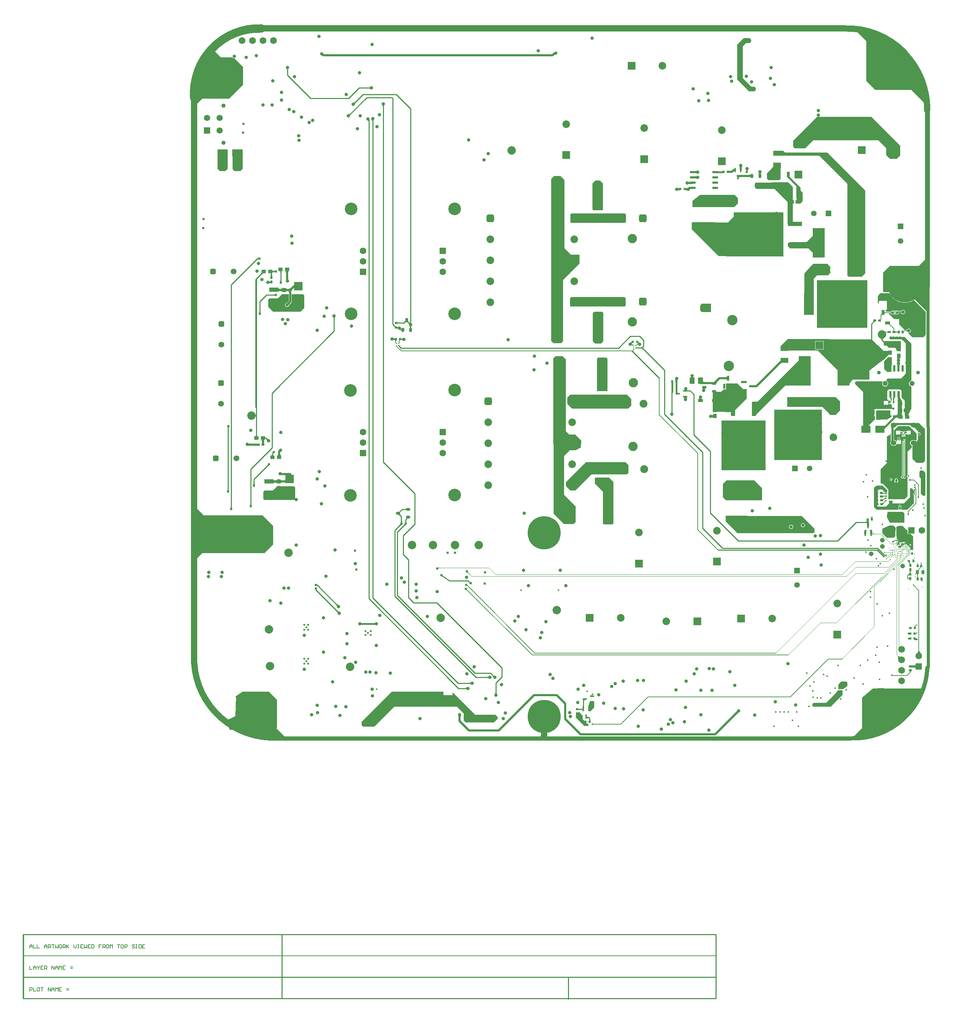
<source format=gbl>
G04*
G04 #@! TF.GenerationSoftware,Altium Limited,Altium Designer,24.3.1 (35)*
G04*
G04 Layer_Physical_Order=8*
G04 Layer_Color=16711680*
%FSAX25Y25*%
%MOIN*%
G70*
G04*
G04 #@! TF.SameCoordinates,8ECB5597-4BEE-4FB2-8F1C-C82D3C8D71A6*
G04*
G04*
G04 #@! TF.FilePolarity,Positive*
G04*
G01*
G75*
%ADD13C,0.01000*%
%ADD16C,0.00800*%
%ADD18C,0.00600*%
%ADD25C,0.00400*%
%ADD26C,0.02000*%
%ADD35R,0.02598X0.02283*%
%ADD36R,0.02598X0.02283*%
%ADD37R,0.03937X0.03740*%
%ADD38R,0.02200X0.02000*%
%ADD39R,0.04375X0.01775*%
%ADD67R,0.02600X0.02000*%
%ADD79R,0.02200X0.02800*%
%ADD80R,0.02000X0.02400*%
%ADD100R,0.03740X0.04432*%
%ADD106R,0.08661X0.04331*%
%ADD109R,0.02200X0.02400*%
%ADD111R,0.03740X0.03937*%
%ADD116R,0.07284X0.05118*%
%ADD117R,0.05000X0.06300*%
%ADD120R,0.02400X0.02000*%
%ADD121R,0.04432X0.03740*%
G04:AMPARAMS|DCode=122|XSize=23.62mil|YSize=39.37mil|CornerRadius=5.91mil|HoleSize=0mil|Usage=FLASHONLY|Rotation=180.000|XOffset=0mil|YOffset=0mil|HoleType=Round|Shape=RoundedRectangle|*
%AMROUNDEDRECTD122*
21,1,0.02362,0.02756,0,0,180.0*
21,1,0.01181,0.03937,0,0,180.0*
1,1,0.01181,-0.00591,0.01378*
1,1,0.01181,0.00591,0.01378*
1,1,0.01181,0.00591,-0.01378*
1,1,0.01181,-0.00591,-0.01378*
%
%ADD122ROUNDEDRECTD122*%
%ADD123R,0.02000X0.02600*%
%ADD124R,0.02283X0.02598*%
%ADD125R,0.02283X0.02598*%
%ADD126R,0.20866X0.06299*%
%ADD131R,0.04800X0.03000*%
%ADD136R,0.02000X0.02200*%
%ADD138R,0.02800X0.02200*%
%ADD142R,0.01800X0.02200*%
G04:AMPARAMS|DCode=143|XSize=23.62mil|YSize=39.37mil|CornerRadius=5.91mil|HoleSize=0mil|Usage=FLASHONLY|Rotation=270.000|XOffset=0mil|YOffset=0mil|HoleType=Round|Shape=RoundedRectangle|*
%AMROUNDEDRECTD143*
21,1,0.02362,0.02756,0,0,270.0*
21,1,0.01181,0.03937,0,0,270.0*
1,1,0.01181,-0.01378,-0.00591*
1,1,0.01181,-0.01378,0.00591*
1,1,0.01181,0.01378,0.00591*
1,1,0.01181,0.01378,-0.00591*
%
%ADD143ROUNDEDRECTD143*%
%ADD239C,0.04000*%
%ADD240C,0.06000*%
%ADD241C,0.08000*%
%ADD243C,0.03000*%
%ADD244C,0.01500*%
%ADD246C,0.04500*%
%ADD249C,0.01800*%
%ADD251C,0.31496*%
%ADD252C,0.06496*%
G04:AMPARAMS|DCode=253|XSize=72.84mil|YSize=72.84mil|CornerRadius=18.21mil|HoleSize=0mil|Usage=FLASHONLY|Rotation=0.000|XOffset=0mil|YOffset=0mil|HoleType=Round|Shape=RoundedRectangle|*
%AMROUNDEDRECTD253*
21,1,0.07284,0.03642,0,0,0.0*
21,1,0.03642,0.07284,0,0,0.0*
1,1,0.03642,0.01821,-0.01821*
1,1,0.03642,-0.01821,-0.01821*
1,1,0.03642,-0.01821,0.01821*
1,1,0.03642,0.01821,0.01821*
%
%ADD253ROUNDEDRECTD253*%
%ADD254C,0.07284*%
%ADD255C,0.05512*%
G04:AMPARAMS|DCode=256|XSize=55.12mil|YSize=55.12mil|CornerRadius=13.78mil|HoleSize=0mil|Usage=FLASHONLY|Rotation=270.000|XOffset=0mil|YOffset=0mil|HoleType=Round|Shape=RoundedRectangle|*
%AMROUNDEDRECTD256*
21,1,0.05512,0.02756,0,0,270.0*
21,1,0.02756,0.05512,0,0,270.0*
1,1,0.02756,-0.01378,-0.01378*
1,1,0.02756,-0.01378,0.01378*
1,1,0.02756,0.01378,0.01378*
1,1,0.02756,0.01378,-0.01378*
%
%ADD256ROUNDEDRECTD256*%
%ADD257C,0.04500*%
G04:AMPARAMS|DCode=258|XSize=74.8mil|YSize=74.8mil|CornerRadius=18.7mil|HoleSize=0mil|Usage=FLASHONLY|Rotation=0.000|XOffset=0mil|YOffset=0mil|HoleType=Round|Shape=RoundedRectangle|*
%AMROUNDEDRECTD258*
21,1,0.07480,0.03740,0,0,0.0*
21,1,0.03740,0.07480,0,0,0.0*
1,1,0.03740,0.01870,-0.01870*
1,1,0.03740,-0.01870,-0.01870*
1,1,0.03740,-0.01870,0.01870*
1,1,0.03740,0.01870,0.01870*
%
%ADD258ROUNDEDRECTD258*%
%ADD259C,0.07480*%
%ADD260C,0.04913*%
%ADD261C,0.03504*%
%ADD262C,0.05315*%
%ADD263C,0.08000*%
%ADD264C,0.06299*%
G04:AMPARAMS|DCode=265|XSize=62.99mil|YSize=62.99mil|CornerRadius=7.87mil|HoleSize=0mil|Usage=FLASHONLY|Rotation=180.000|XOffset=0mil|YOffset=0mil|HoleType=Round|Shape=RoundedRectangle|*
%AMROUNDEDRECTD265*
21,1,0.06299,0.04724,0,0,180.0*
21,1,0.04724,0.06299,0,0,180.0*
1,1,0.01575,-0.02362,0.02362*
1,1,0.01575,0.02362,0.02362*
1,1,0.01575,0.02362,-0.02362*
1,1,0.01575,-0.02362,-0.02362*
%
%ADD265ROUNDEDRECTD265*%
%ADD266R,0.06319X0.06319*%
%ADD267C,0.06319*%
%ADD268R,0.05984X0.05984*%
%ADD269C,0.05984*%
%ADD270C,0.04016*%
%ADD271R,0.07284X0.07284*%
%ADD272C,0.07284*%
%ADD273R,0.05315X0.05315*%
%ADD274C,0.12008*%
%ADD275C,0.02244*%
%ADD276O,0.05512X0.04528*%
%ADD277C,0.08858*%
%ADD278C,0.09843*%
G04:AMPARAMS|DCode=279|XSize=55.12mil|YSize=55.12mil|CornerRadius=13.78mil|HoleSize=0mil|Usage=FLASHONLY|Rotation=0.000|XOffset=0mil|YOffset=0mil|HoleType=Round|Shape=RoundedRectangle|*
%AMROUNDEDRECTD279*
21,1,0.05512,0.02756,0,0,0.0*
21,1,0.02756,0.05512,0,0,0.0*
1,1,0.02756,0.01378,-0.01378*
1,1,0.02756,-0.01378,-0.01378*
1,1,0.02756,-0.01378,0.01378*
1,1,0.02756,0.01378,0.01378*
%
%ADD279ROUNDEDRECTD279*%
%ADD280R,0.07284X0.07284*%
%ADD281R,0.05315X0.05315*%
%ADD282R,0.06319X0.06319*%
%ADD283C,0.01600*%
%ADD284C,0.03200*%
%ADD285C,0.00800*%
%ADD286C,0.01000*%
%ADD287C,0.01968*%
%ADD288C,0.02400*%
%ADD289C,0.01200*%
%ADD291R,0.02800X0.03700*%
%ADD292R,0.02400X0.01400*%
%ADD293R,0.05600X0.02200*%
%ADD294R,0.02200X0.05000*%
%ADD295R,0.05750X0.02100*%
%ADD296R,0.08600X0.06500*%
%ADD297R,0.07874X0.07874*%
%ADD298R,0.02362X0.06299*%
%ADD299R,0.11400X0.28000*%
%ADD300R,0.45700X0.48300*%
%ADD301R,0.21000X0.09300*%
%ADD302R,0.13800X0.04100*%
%ADD303R,0.47400X0.42200*%
%ADD304R,0.03740X0.03959*%
%ADD305R,0.01775X0.04375*%
%ADD306R,0.03000X0.04800*%
%ADD307R,0.03959X0.03740*%
%ADD308R,0.02200X0.05600*%
%ADD309R,0.04100X0.13800*%
%ADD310R,0.42200X0.47400*%
%ADD311R,0.01400X0.02400*%
%ADD312R,0.09300X0.21000*%
%ADD313R,0.48300X0.45700*%
G36*
X0546664Y0939115D02*
X0546621Y0939128D01*
X0546569Y0939125D01*
X0546507Y0939106D01*
X0546435Y0939073D01*
X0546354Y0939023D01*
X0546264Y0938959D01*
X0546163Y0938879D01*
X0545934Y0938673D01*
X0545805Y0938547D01*
X0544500Y0940070D01*
X0545961Y0941210D01*
X0546664Y0939115D01*
D02*
G37*
G36*
X0370849Y0906443D02*
X0370726Y0906561D01*
X0370601Y0906666D01*
X0370474Y0906759D01*
X0370343Y0906840D01*
X0370211Y0906908D01*
X0370076Y0906964D01*
X0369939Y0907007D01*
X0369799Y0907038D01*
X0369657Y0907057D01*
X0369512Y0907063D01*
Y0908063D01*
X0369657Y0908069D01*
X0369799Y0908088D01*
X0369939Y0908119D01*
X0370076Y0908162D01*
X0370211Y0908218D01*
X0370343Y0908286D01*
X0370474Y0908367D01*
X0370601Y0908460D01*
X0370726Y0908565D01*
X0370849Y0908683D01*
Y0906443D01*
D02*
G37*
G36*
X0733745Y0953688D02*
Y0952001D01*
X0732089Y0950345D01*
X0728889D01*
X0725989Y0947445D01*
Y0916888D01*
X0733745Y0908592D01*
X0737074Y0908560D01*
X0738089Y0907545D01*
Y0905745D01*
X0736789Y0904445D01*
X0731889Y0904445D01*
X0720589Y0915745D01*
Y0948845D01*
X0726689Y0954945D01*
X0732489D01*
X0733745Y0953688D01*
D02*
G37*
G36*
X0356696Y0893445D02*
X0356598Y0893338D01*
X0356511Y0893224D01*
X0356434Y0893104D01*
X0356367Y0892976D01*
X0356311Y0892841D01*
X0356266Y0892699D01*
X0356231Y0892550D01*
X0356206Y0892394D01*
X0356192Y0892231D01*
X0356189Y0892061D01*
X0354605Y0893645D01*
X0354775Y0893648D01*
X0354938Y0893662D01*
X0355094Y0893687D01*
X0355243Y0893722D01*
X0355385Y0893767D01*
X0355520Y0893823D01*
X0355648Y0893890D01*
X0355768Y0893967D01*
X0355882Y0894054D01*
X0355989Y0894152D01*
X0356696Y0893445D01*
D02*
G37*
G36*
X0843189Y0961646D02*
X0848789D01*
X0853789Y0956647D01*
X0863789D01*
X0880789Y0939647D01*
X0881389D01*
Y0938346D01*
X0894389Y0925346D01*
Y0913546D01*
X0901989Y0905947D01*
Y0892546D01*
X0900889D01*
X0900289Y0891947D01*
X0886689Y0905546D01*
X0852089D01*
X0843389Y0914246D01*
Y0952246D01*
X0833189Y0962446D01*
X0843189Y0961646D01*
D02*
G37*
G36*
X0384349Y0891014D02*
X0384244Y0890889D01*
X0384151Y0890761D01*
X0384070Y0890631D01*
X0384002Y0890499D01*
X0383946Y0890364D01*
X0383903Y0890226D01*
X0383872Y0890087D01*
X0383853Y0889944D01*
X0383847Y0889800D01*
X0382847D01*
X0382841Y0889944D01*
X0382822Y0890087D01*
X0382791Y0890226D01*
X0382748Y0890364D01*
X0382692Y0890499D01*
X0382624Y0890631D01*
X0382543Y0890761D01*
X0382450Y0890889D01*
X0382345Y0891014D01*
X0382227Y0891137D01*
X0384467D01*
X0384349Y0891014D01*
D02*
G37*
G36*
X0228489Y0936646D02*
X0239534D01*
X0239564Y0936575D01*
X0240126Y0936013D01*
X0240862Y0935708D01*
X0241627D01*
X0249589Y0927746D01*
X0249589Y0910647D01*
X0236289Y0897346D01*
X0210389D01*
X0202832Y0889790D01*
X0202789Y0888046D01*
Y0889746D01*
X0202832Y0889790D01*
X0203289Y0908247D01*
X0206089Y0911047D01*
Y0928446D01*
X0215989Y0938346D01*
Y0943447D01*
X0218089D01*
X0219889Y0945247D01*
X0228489Y0936646D01*
D02*
G37*
G36*
X0352077Y0882238D02*
X0351979Y0882132D01*
X0351892Y0882018D01*
X0351815Y0881897D01*
X0351748Y0881769D01*
X0351693Y0881635D01*
X0351647Y0881493D01*
X0351612Y0881344D01*
X0351588Y0881188D01*
X0351574Y0881024D01*
X0351570Y0880854D01*
X0349986Y0882438D01*
X0350156Y0882442D01*
X0350319Y0882456D01*
X0350475Y0882480D01*
X0350624Y0882515D01*
X0350766Y0882561D01*
X0350901Y0882617D01*
X0351029Y0882683D01*
X0351150Y0882760D01*
X0351263Y0882848D01*
X0351370Y0882946D01*
X0352077Y0882238D01*
D02*
G37*
G36*
X0374050Y0877059D02*
X0373944Y0876934D01*
X0373851Y0876807D01*
X0373771Y0876677D01*
X0373703Y0876544D01*
X0373647Y0876409D01*
X0373604Y0876272D01*
X0373572Y0876132D01*
X0373554Y0875990D01*
X0373548Y0875845D01*
X0372548D01*
X0372541Y0875990D01*
X0372523Y0876132D01*
X0372492Y0876272D01*
X0372448Y0876409D01*
X0372393Y0876544D01*
X0372324Y0876677D01*
X0372244Y0876807D01*
X0372151Y0876934D01*
X0372045Y0877059D01*
X0371928Y0877182D01*
X0374168D01*
X0374050Y0877059D01*
D02*
G37*
G36*
X0369950Y0877650D02*
X0369937Y0877549D01*
X0369908Y0877101D01*
X0369889Y0875869D01*
X0368889Y0875606D01*
X0368882Y0875763D01*
X0368862Y0875904D01*
X0368829Y0876031D01*
X0368783Y0876143D01*
X0368723Y0876240D01*
X0368650Y0876322D01*
X0368563Y0876390D01*
X0368463Y0876442D01*
X0368350Y0876480D01*
X0368224Y0876503D01*
X0369964Y0877726D01*
X0369950Y0877650D01*
D02*
G37*
G36*
X0848589Y0879945D02*
X0875789Y0852745D01*
Y0843245D01*
X0872689Y0840145D01*
X0865789D01*
X0862389Y0843545D01*
Y0850445D01*
X0855189Y0857645D01*
X0792889D01*
X0785089Y0849845D01*
X0775589D01*
X0773889Y0851545D01*
Y0857245D01*
X0796589Y0879945D01*
X0848589Y0879945D01*
D02*
G37*
G36*
X0725114Y0832484D02*
X0725094Y0832436D01*
X0725076Y0832370D01*
X0725060Y0832289D01*
X0725047Y0832191D01*
X0725028Y0831944D01*
X0725017Y0831450D01*
X0723017D01*
X0723016Y0831631D01*
X0722974Y0832289D01*
X0722958Y0832370D01*
X0722940Y0832436D01*
X0722920Y0832484D01*
X0722897Y0832516D01*
X0725137D01*
X0725114Y0832484D01*
D02*
G37*
G36*
X0234947Y0830508D02*
X0232748Y0828308D01*
X0227647D01*
X0227548Y0828208D01*
X0225248Y0830508D01*
Y0848908D01*
X0234947D01*
Y0830508D01*
D02*
G37*
G36*
X0249189Y0830445D02*
X0246989Y0828245D01*
X0241889D01*
X0241789Y0828145D01*
X0239489Y0830445D01*
Y0848845D01*
X0249189D01*
Y0830445D01*
D02*
G37*
G36*
X0730417Y0829381D02*
X0730422Y0829313D01*
X0731034D01*
X0730916Y0829208D01*
X0730811Y0829098D01*
X0730718Y0828984D01*
X0730637Y0828866D01*
X0730599Y0828799D01*
X0730646Y0828765D01*
X0730708Y0828741D01*
X0730777Y0828733D01*
X0730563Y0828731D01*
X0730512Y0828618D01*
X0730469Y0828487D01*
X0730438Y0828352D01*
X0730419Y0828213D01*
X0730413Y0828069D01*
X0729613D01*
X0729607Y0828213D01*
X0729588Y0828352D01*
X0729557Y0828487D01*
X0729514Y0828618D01*
X0729467Y0828723D01*
X0729213Y0828721D01*
X0729289Y0828730D01*
X0729357Y0828754D01*
X0729417Y0828795D01*
X0729424Y0828804D01*
X0729389Y0828866D01*
X0729309Y0828984D01*
X0729215Y0829098D01*
X0729110Y0829208D01*
X0728992Y0829313D01*
X0729603D01*
X0729609Y0829379D01*
X0729613Y0829533D01*
X0730413D01*
X0730417Y0829381D01*
D02*
G37*
G36*
X0712697Y0828816D02*
X0712757Y0828801D01*
X0712857Y0828788D01*
X0713177Y0828767D01*
X0714677Y0828745D01*
Y0826745D01*
X0712677Y0826657D01*
Y0828833D01*
X0712697Y0828816D01*
D02*
G37*
G36*
X0706701Y0826657D02*
X0706686Y0826645D01*
X0706641Y0826635D01*
X0706566Y0826625D01*
X0706326Y0826610D01*
X0705201Y0826595D01*
Y0828095D01*
X0705486Y0828102D01*
X0705741Y0828124D01*
X0705966Y0828161D01*
X0706161Y0828213D01*
X0706326Y0828279D01*
X0706461Y0828361D01*
X0706566Y0828456D01*
X0706641Y0828567D01*
X0706686Y0828693D01*
X0706701Y0828833D01*
Y0826657D01*
D02*
G37*
G36*
X0702567Y0828328D02*
X0702612Y0828279D01*
X0702687Y0828236D01*
X0702792Y0828199D01*
X0702927Y0828167D01*
X0703092Y0828141D01*
X0703287Y0828121D01*
X0703767Y0828098D01*
X0704052Y0828095D01*
Y0826595D01*
X0703767Y0826592D01*
X0703092Y0826549D01*
X0702927Y0826523D01*
X0702792Y0826491D01*
X0702687Y0826454D01*
X0702612Y0826411D01*
X0702567Y0826362D01*
X0702552Y0826307D01*
Y0828383D01*
X0702567Y0828328D01*
D02*
G37*
G36*
X0681750Y0828388D02*
X0682892Y0828392D01*
Y0826392D01*
X0681750Y0826338D01*
Y0826272D01*
X0681718Y0826295D01*
X0681670Y0826315D01*
X0681612Y0826331D01*
X0681102Y0826307D01*
Y0826383D01*
X0680683Y0826392D01*
Y0828392D01*
X0680865Y0828393D01*
X0681523Y0828435D01*
X0681604Y0828451D01*
X0681670Y0828469D01*
X0681718Y0828489D01*
X0681750Y0828512D01*
Y0828388D01*
D02*
G37*
G36*
X0743074Y0827226D02*
X0743120Y0826453D01*
X0743192D01*
X0743169Y0826422D01*
X0743148Y0826373D01*
X0743130Y0826308D01*
X0743129Y0826303D01*
X0743166Y0825694D01*
X0743195Y0825554D01*
X0743228Y0825447D01*
X0743265Y0825373D01*
X0740994D01*
X0741008Y0825415D01*
X0741022Y0825495D01*
X0741033Y0825613D01*
X0741047Y0825928D01*
X0741028Y0826226D01*
X0741013Y0826308D01*
X0740995Y0826373D01*
X0740974Y0826422D01*
X0740952Y0826453D01*
X0741062D01*
X0741072Y0827490D01*
X0743072Y0827596D01*
X0743074Y0827226D01*
D02*
G37*
G36*
X0681750Y0823363D02*
X0682892Y0823358D01*
Y0821358D01*
X0681750Y0821325D01*
Y0821238D01*
X0681718Y0821261D01*
X0681670Y0821281D01*
X0681604Y0821299D01*
X0681523Y0821315D01*
X0681497Y0821318D01*
X0681102Y0821307D01*
Y0821349D01*
X0680683Y0821358D01*
Y0823358D01*
X0680865Y0823359D01*
X0681102Y0823374D01*
Y0823383D01*
X0681120Y0823378D01*
X0681140Y0823377D01*
X0681523Y0823401D01*
X0681604Y0823417D01*
X0681670Y0823435D01*
X0681718Y0823455D01*
X0681750Y0823478D01*
Y0823363D01*
D02*
G37*
G36*
X0733641Y0821974D02*
X0733524Y0822125D01*
X0733384Y0822260D01*
X0733222Y0822380D01*
X0733039Y0822483D01*
X0732832Y0822571D01*
X0732604Y0822642D01*
X0732353Y0822698D01*
X0732081Y0822738D01*
X0731786Y0822761D01*
X0731468Y0822769D01*
Y0824769D01*
X0731786Y0824777D01*
X0732081Y0824801D01*
X0732353Y0824841D01*
X0732604Y0824897D01*
X0732832Y0824968D01*
X0733039Y0825056D01*
X0733222Y0825159D01*
X0733384Y0825278D01*
X0733524Y0825413D01*
X0733641Y0825564D01*
Y0821974D01*
D02*
G37*
G36*
X0724020Y0822745D02*
X0723639Y0822735D01*
X0723297Y0822705D01*
X0722996Y0822655D01*
X0722735Y0822585D01*
X0722513Y0822495D01*
X0722332Y0822385D01*
X0722191Y0822255D01*
X0722090Y0822105D01*
X0722029Y0821935D01*
X0722008Y0821745D01*
X0722020Y0824434D01*
X0722040Y0824493D01*
X0722100Y0824546D01*
X0722200Y0824592D01*
X0722340Y0824633D01*
X0722520Y0824667D01*
X0722740Y0824695D01*
X0723300Y0824732D01*
X0724020Y0824745D01*
Y0822745D01*
D02*
G37*
G36*
X0761989Y0821095D02*
X0760489Y0819595D01*
X0750589D01*
X0748889Y0821295D01*
X0748889Y0825882D01*
X0758068Y0836145D01*
X0761989D01*
Y0821095D01*
D02*
G37*
G36*
X0675376Y0816307D02*
X0675343Y0816306D01*
Y0816275D01*
X0675174Y0816272D01*
X0674867Y0816242D01*
X0674729Y0816216D01*
X0674601Y0816183D01*
X0674483Y0816142D01*
X0674375Y0816094D01*
X0674277Y0816039D01*
X0674190Y0815976D01*
X0674112Y0815905D01*
Y0816280D01*
X0673876Y0816275D01*
Y0817775D01*
X0674112Y0817780D01*
Y0818145D01*
X0674190Y0818075D01*
X0674277Y0818012D01*
X0674375Y0817957D01*
X0674483Y0817909D01*
X0674601Y0817868D01*
X0674698Y0817843D01*
X0674836Y0817873D01*
X0675001Y0817927D01*
X0675136Y0817994D01*
X0675241Y0818073D01*
X0675316Y0818164D01*
X0675361Y0818268D01*
X0675376Y0818383D01*
Y0816307D01*
D02*
G37*
G36*
X0664162Y0812123D02*
X0664211Y0812102D01*
X0664276Y0812084D01*
X0664358Y0812069D01*
X0664456Y0812055D01*
X0664703Y0812036D01*
X0665197Y0812025D01*
Y0810025D01*
X0665016Y0810024D01*
X0664358Y0809982D01*
X0664276Y0809967D01*
X0664211Y0809949D01*
X0664162Y0809928D01*
X0664131Y0809905D01*
Y0812145D01*
X0664162Y0812123D01*
D02*
G37*
G36*
X0780989Y0812545D02*
Y0809845D01*
X0782989Y0807845D01*
Y0799745D01*
X0780589Y0797345D01*
X0777089D01*
X0776989Y0807245D01*
Y0813845D01*
X0767789Y0823045D01*
X0767789Y0825092D01*
X0768251Y0825283D01*
X0780989Y0812545D01*
D02*
G37*
G36*
X0721289Y0802645D02*
Y0797745D01*
X0717689Y0794145D01*
X0677989D01*
Y0799942D01*
X0685233Y0805745D01*
X0718189D01*
X0721289Y0802645D01*
D02*
G37*
G36*
X0592489Y0816545D02*
X0592489Y0791745D01*
X0591789Y0791045D01*
X0583289D01*
X0582489Y0791845D01*
X0582489Y0816445D01*
X0585289Y0819245D01*
X0589789D01*
X0592489Y0816545D01*
D02*
G37*
G36*
X0720673Y0786245D02*
X0731689D01*
Y0773945D01*
X0733089Y0772545D01*
X0723989Y0763445D01*
Y0758345D01*
X0747989D01*
X0750389Y0760745D01*
X0759718Y0751416D01*
X0759635Y0750791D01*
X0755889Y0747045D01*
X0717004D01*
X0702874Y0747360D01*
X0677189Y0773045D01*
Y0779292D01*
X0677651Y0779483D01*
X0677889Y0779245D01*
X0711616D01*
X0719644Y0787274D01*
X0720673Y0786245D01*
D02*
G37*
G36*
X0614639Y0786845D02*
Y0779845D01*
X0613639Y0778845D01*
X0562139D01*
X0561639Y0779345D01*
Y0786845D01*
X0562639Y0787845D01*
X0613639D01*
X0614639Y0786845D01*
D02*
G37*
G36*
X0773489Y0813150D02*
Y0778245D01*
X0773589Y0778145D01*
X0773382Y0777645D01*
X0768689D01*
Y0798645D01*
X0756089Y0811245D01*
X0738638D01*
X0737775Y0812398D01*
X0737669Y0817116D01*
X0738019Y0817474D01*
X0769326Y0817521D01*
X0773489Y0813150D01*
D02*
G37*
G36*
X0800989Y0766645D02*
Y0749545D01*
X0794389D01*
X0793889Y0749045D01*
X0788389Y0754545D01*
X0770289D01*
X0770189Y0754645D01*
Y0760745D01*
X0786589D01*
X0793089Y0767245D01*
X0800389D01*
X0800989Y0766645D01*
D02*
G37*
G36*
X0264332Y0744305D02*
X0264263Y0744370D01*
X0264187Y0744427D01*
X0264106Y0744478D01*
X0264019Y0744522D01*
X0263927Y0744560D01*
X0263829Y0744591D01*
X0263725Y0744614D01*
X0263615Y0744631D01*
X0263499Y0744641D01*
X0263378Y0744645D01*
Y0745645D01*
X0263499Y0745648D01*
X0263615Y0745658D01*
X0263725Y0745676D01*
X0263829Y0745699D01*
X0263927Y0745730D01*
X0264019Y0745767D01*
X0264106Y0745812D01*
X0264187Y0745862D01*
X0264263Y0745920D01*
X0264332Y0745985D01*
Y0744305D01*
D02*
G37*
G36*
X0280132Y0731905D02*
X0280063Y0731969D01*
X0279987Y0732027D01*
X0279906Y0732078D01*
X0279819Y0732123D01*
X0279727Y0732160D01*
X0279629Y0732191D01*
X0279525Y0732214D01*
X0279415Y0732231D01*
X0279299Y0732241D01*
X0279178Y0732245D01*
Y0733245D01*
X0279299Y0733248D01*
X0279415Y0733258D01*
X0279525Y0733276D01*
X0279629Y0733299D01*
X0279727Y0733330D01*
X0279819Y0733367D01*
X0279906Y0733412D01*
X0279987Y0733462D01*
X0280063Y0733520D01*
X0280132Y0733585D01*
Y0731905D01*
D02*
G37*
G36*
X0286394Y0732818D02*
X0286309Y0732788D01*
X0286234Y0732737D01*
X0286169Y0732666D01*
X0286114Y0732575D01*
X0286069Y0732464D01*
X0286034Y0732332D01*
X0286009Y0732180D01*
X0285994Y0732008D01*
X0285989Y0731816D01*
X0284989D01*
X0284984Y0732008D01*
X0284969Y0732180D01*
X0284944Y0732332D01*
X0284909Y0732464D01*
X0284864Y0732575D01*
X0284809Y0732666D01*
X0284744Y0732737D01*
X0284669Y0732788D01*
X0284584Y0732818D01*
X0284489Y0732828D01*
X0286489D01*
X0286394Y0732818D01*
D02*
G37*
G36*
X0277393Y0733650D02*
X0277424Y0733565D01*
X0277474Y0733490D01*
X0277545Y0733425D01*
X0277636Y0733370D01*
X0277747Y0733325D01*
X0277879Y0733290D01*
X0278031Y0733265D01*
X0278203Y0733250D01*
X0278395Y0733245D01*
Y0732245D01*
X0278203Y0732240D01*
X0278031Y0732225D01*
X0277879Y0732200D01*
X0277747Y0732165D01*
X0277636Y0732120D01*
X0277545Y0732065D01*
X0277474Y0732000D01*
X0277424Y0731925D01*
X0277393Y0731840D01*
X0277383Y0731745D01*
Y0733745D01*
X0277393Y0733650D01*
D02*
G37*
G36*
X0293226Y0732796D02*
X0293063Y0732736D01*
X0292920Y0732636D01*
X0292795Y0732496D01*
X0292690Y0732316D01*
X0292604Y0732096D01*
X0292537Y0731836D01*
X0292489Y0731536D01*
X0292461Y0731196D01*
X0292451Y0730816D01*
X0290451D01*
X0290442Y0731196D01*
X0290413Y0731536D01*
X0290365Y0731836D01*
X0290298Y0732096D01*
X0290212Y0732316D01*
X0290107Y0732496D01*
X0289983Y0732636D01*
X0289839Y0732736D01*
X0289676Y0732796D01*
X0289495Y0732816D01*
X0293408D01*
X0293226Y0732796D01*
D02*
G37*
G36*
X0268695Y0730699D02*
X0268614Y0730750D01*
X0268520Y0730773D01*
X0268412Y0730770D01*
X0268291Y0730739D01*
X0268156Y0730681D01*
X0268008Y0730595D01*
X0267846Y0730482D01*
X0267671Y0730342D01*
X0267281Y0729980D01*
X0266476Y0730588D01*
X0266679Y0730799D01*
X0266999Y0731174D01*
X0267114Y0731338D01*
X0267201Y0731488D01*
X0267258Y0731621D01*
X0267286Y0731740D01*
X0267285Y0731843D01*
X0267255Y0731930D01*
X0267195Y0732003D01*
X0268695Y0730699D01*
D02*
G37*
G36*
X0277294Y0730689D02*
X0277209Y0730658D01*
X0277134Y0730608D01*
X0277069Y0730537D01*
X0277014Y0730446D01*
X0276969Y0730335D01*
X0276934Y0730203D01*
X0276909Y0730051D01*
X0276894Y0729879D01*
X0276889Y0729687D01*
X0275889D01*
X0275884Y0729879D01*
X0275869Y0730051D01*
X0275844Y0730203D01*
X0275809Y0730335D01*
X0275764Y0730446D01*
X0275709Y0730537D01*
X0275644Y0730608D01*
X0275569Y0730658D01*
X0275484Y0730689D01*
X0275389Y0730699D01*
X0277389D01*
X0277294Y0730689D01*
D02*
G37*
G36*
X0276894Y0729141D02*
X0276909Y0728970D01*
X0276934Y0728818D01*
X0276969Y0728687D01*
X0277014Y0728576D01*
X0277069Y0728484D01*
X0277134Y0728413D01*
X0277209Y0728362D01*
X0277294Y0728332D01*
X0277389Y0728321D01*
X0275501Y0728333D01*
X0275575Y0728343D01*
X0275641Y0728373D01*
X0275699Y0728423D01*
X0275749Y0728493D01*
X0275792Y0728583D01*
X0275827Y0728693D01*
X0275854Y0728823D01*
X0275873Y0728973D01*
X0275885Y0729143D01*
X0275889Y0729333D01*
X0276889D01*
X0276894Y0729141D01*
D02*
G37*
G36*
X0765989Y0846145D02*
X0806389D01*
X0842789Y0809745D01*
X0842689Y0809645D01*
Y0773245D01*
X0842589D01*
Y0731045D01*
X0839089Y0727545D01*
X0826789D01*
X0825489Y0728845D01*
Y0816345D01*
X0798889Y0842945D01*
X0760524D01*
X0760244Y0843245D01*
Y0843245D01*
X0758989D01*
X0758689Y0842945D01*
X0754989D01*
Y0847645D01*
X0764489D01*
X0765989Y0846145D01*
D02*
G37*
G36*
X0263312Y0726000D02*
X0263192Y0725850D01*
X0263086Y0725694D01*
X0262994Y0725532D01*
X0262916Y0725364D01*
X0262853Y0725191D01*
X0262803Y0725011D01*
X0262768Y0724826D01*
X0262746Y0724635D01*
X0262739Y0724438D01*
X0262239Y0725645D01*
X0263446Y0726145D01*
X0263312Y0726000D01*
D02*
G37*
G36*
X0292453Y0725857D02*
X0292485Y0725418D01*
X0292503Y0725305D01*
X0292526Y0725210D01*
X0292553Y0725132D01*
X0292585Y0725070D01*
X0292620Y0725025D01*
X0292660Y0724998D01*
X0290550Y0724245D01*
X0290451Y0726012D01*
X0292451Y0726037D01*
X0292453Y0725857D01*
D02*
G37*
G36*
X0285992Y0723523D02*
X0286003Y0723407D01*
X0286020Y0723297D01*
X0286043Y0723193D01*
X0286074Y0723095D01*
X0286111Y0723003D01*
X0286156Y0722916D01*
X0286207Y0722835D01*
X0286264Y0722760D01*
X0286329Y0722690D01*
X0284649D01*
X0284714Y0722760D01*
X0284771Y0722835D01*
X0284822Y0722916D01*
X0284867Y0723003D01*
X0284904Y0723095D01*
X0284935Y0723193D01*
X0284958Y0723297D01*
X0284975Y0723407D01*
X0284986Y0723523D01*
X0284989Y0723644D01*
X0285989D01*
X0285992Y0723523D01*
D02*
G37*
G36*
X0274574Y0723323D02*
X0274699Y0723218D01*
X0274827Y0723125D01*
X0274957Y0723044D01*
X0275089Y0722976D01*
X0275210Y0722927D01*
X0275258Y0722946D01*
X0275350Y0723001D01*
X0275421Y0723066D01*
X0275471Y0723141D01*
X0275502Y0723226D01*
X0275513Y0723321D01*
X0275510Y0722845D01*
X0275644Y0722827D01*
X0275788Y0722821D01*
Y0721821D01*
X0275644Y0721815D01*
X0275504Y0721797D01*
X0275501Y0721357D01*
X0275491Y0721445D01*
X0275461Y0721524D01*
X0275411Y0721594D01*
X0275341Y0721654D01*
X0275251Y0721705D01*
X0275216Y0721719D01*
X0275089Y0721666D01*
X0274957Y0721598D01*
X0274827Y0721518D01*
X0274699Y0721424D01*
X0274574Y0721319D01*
X0274451Y0721201D01*
Y0723441D01*
X0274574Y0723323D01*
D02*
G37*
G36*
X0296956Y0716094D02*
X0296687Y0715806D01*
X0296447Y0715505D01*
X0296235Y0715193D01*
X0296051Y0714869D01*
X0295895Y0714534D01*
X0295768Y0714186D01*
X0295669Y0713828D01*
X0295598Y0713457D01*
X0295556Y0713074D01*
X0295542Y0712680D01*
X0293542Y0712094D01*
X0293522Y0712474D01*
X0293462Y0712815D01*
X0293362Y0713115D01*
X0293222Y0713375D01*
X0293042Y0713594D01*
X0292822Y0713774D01*
X0292562Y0713914D01*
X0292262Y0714014D01*
X0291922Y0714075D01*
X0291812Y0714080D01*
X0291527Y0714056D01*
X0291227Y0714008D01*
X0290967Y0713941D01*
X0290747Y0713855D01*
X0290567Y0713750D01*
X0290427Y0713626D01*
X0290327Y0713482D01*
X0290267Y0713320D01*
X0290247Y0713138D01*
Y0717051D01*
X0290267Y0716869D01*
X0290327Y0716707D01*
X0290427Y0716563D01*
X0290567Y0716439D01*
X0290747Y0716334D01*
X0290967Y0716248D01*
X0291227Y0716181D01*
X0291527Y0716133D01*
X0291867Y0716104D01*
X0292177Y0716096D01*
X0292522Y0716109D01*
X0292904Y0716151D01*
X0293275Y0716222D01*
X0293634Y0716321D01*
X0293981Y0716448D01*
X0294317Y0716604D01*
X0294640Y0716787D01*
X0294953Y0717000D01*
X0295253Y0717240D01*
X0295542Y0717509D01*
X0296956Y0716094D01*
D02*
G37*
G36*
X0283216Y0716904D02*
X0283277Y0716735D01*
X0283378Y0716584D01*
X0283519Y0716455D01*
X0283700Y0716344D01*
X0283922Y0716255D01*
X0284183Y0716185D01*
X0284484Y0716135D01*
X0284826Y0716105D01*
X0284876Y0716103D01*
X0284911Y0716104D01*
X0285251Y0716133D01*
X0285551Y0716181D01*
X0285811Y0716248D01*
X0286031Y0716334D01*
X0286211Y0716439D01*
X0286351Y0716563D01*
X0286451Y0716707D01*
X0286511Y0716869D01*
X0286531Y0717051D01*
Y0713138D01*
X0286511Y0713320D01*
X0286451Y0713482D01*
X0286351Y0713626D01*
X0286211Y0713750D01*
X0286031Y0713855D01*
X0285811Y0713941D01*
X0285551Y0714008D01*
X0285251Y0714056D01*
X0284911Y0714085D01*
X0284840Y0714087D01*
X0284828Y0714086D01*
X0284188Y0714022D01*
X0283928Y0713965D01*
X0283708Y0713893D01*
X0283528Y0713804D01*
X0283388Y0713699D01*
X0283288Y0713578D01*
X0283228Y0713441D01*
X0283208Y0713288D01*
X0283196Y0717095D01*
X0283216Y0716904D01*
D02*
G37*
G36*
X0280132Y0709605D02*
X0280063Y0709669D01*
X0279987Y0709727D01*
X0279906Y0709778D01*
X0279819Y0709823D01*
X0279727Y0709860D01*
X0279629Y0709891D01*
X0279525Y0709914D01*
X0279415Y0709931D01*
X0279299Y0709941D01*
X0279178Y0709945D01*
Y0710945D01*
X0279299Y0710948D01*
X0279415Y0710958D01*
X0279525Y0710976D01*
X0279629Y0710999D01*
X0279727Y0711030D01*
X0279819Y0711067D01*
X0279906Y0711111D01*
X0279987Y0711163D01*
X0280063Y0711220D01*
X0280132Y0711285D01*
Y0709605D01*
D02*
G37*
G36*
X0293785Y0701826D02*
X0293657Y0701697D01*
X0293222Y0701202D01*
X0293175Y0701134D01*
X0293142Y0701075D01*
X0293122Y0701026D01*
X0293115Y0700987D01*
X0291532Y0702571D01*
X0291570Y0702578D01*
X0291619Y0702598D01*
X0291678Y0702631D01*
X0291746Y0702678D01*
X0291825Y0702738D01*
X0292013Y0702899D01*
X0292371Y0703241D01*
X0293785Y0701826D01*
D02*
G37*
G36*
X0614039Y0707245D02*
Y0700245D01*
X0613039Y0699245D01*
X0561539D01*
X0561039Y0699745D01*
Y0707245D01*
X0562039Y0708245D01*
X0613039D01*
X0614039Y0707245D01*
D02*
G37*
G36*
X0307989Y0709845D02*
Y0698145D01*
X0304089Y0694245D01*
X0278089D01*
X0274389Y0697945D01*
X0273389Y0698945D01*
Y0705945D01*
X0274389Y0706945D01*
X0280389D01*
X0282389Y0706945D01*
X0286389Y0710945D01*
X0293114Y0710945D01*
Y0704589D01*
X0292084Y0703558D01*
X0292071Y0703553D01*
X0291723Y0703220D01*
X0291553Y0703075D01*
X0291493Y0703029D01*
X0291449Y0702999D01*
X0291445Y0702997D01*
X0290735Y0702855D01*
X0290074Y0702413D01*
X0289632Y0701752D01*
X0289476Y0700972D01*
X0289632Y0700191D01*
X0290074Y0699530D01*
X0290735Y0699087D01*
X0291516Y0698932D01*
X0292296Y0699087D01*
X0292957Y0699530D01*
X0293400Y0700191D01*
X0293541Y0700901D01*
X0293543Y0700905D01*
X0293565Y0700937D01*
X0293974Y0701402D01*
X0294093Y0701522D01*
X0294098Y0701535D01*
X0295551Y0702988D01*
X0295551Y0702988D01*
X0295861Y0703451D01*
X0295969Y0703998D01*
X0295969Y0703998D01*
Y0710945D01*
X0306889Y0710945D01*
X0307989Y0709845D01*
D02*
G37*
G36*
X0695489Y0694345D02*
X0695289Y0694145D01*
X0686689D01*
X0685189Y0695645D01*
Y0700145D01*
X0686489Y0701845D01*
X0695489D01*
Y0694345D01*
D02*
G37*
G36*
X0265992Y0693934D02*
X0266003Y0693819D01*
X0266020Y0693709D01*
X0266043Y0693605D01*
X0266074Y0693507D01*
X0266111Y0693414D01*
X0266156Y0693328D01*
X0266207Y0693247D01*
X0266264Y0693171D01*
X0266329Y0693102D01*
X0264649D01*
X0264714Y0693171D01*
X0264771Y0693247D01*
X0264822Y0693328D01*
X0264867Y0693414D01*
X0264904Y0693507D01*
X0264935Y0693605D01*
X0264958Y0693709D01*
X0264975Y0693819D01*
X0264986Y0693934D01*
X0264989Y0694056D01*
X0265989D01*
X0265992Y0693934D01*
D02*
G37*
G36*
X0867812Y0692684D02*
X0867804Y0692760D01*
X0867780Y0692828D01*
X0867740Y0692888D01*
X0867684Y0692940D01*
X0867612Y0692984D01*
X0867524Y0693020D01*
X0867420Y0693048D01*
X0867300Y0693068D01*
X0867164Y0693080D01*
X0867012Y0693084D01*
Y0693884D01*
X0867164Y0693888D01*
X0867300Y0693900D01*
X0867420Y0693920D01*
X0867524Y0693948D01*
X0867612Y0693984D01*
X0867684Y0694028D01*
X0867740Y0694080D01*
X0867780Y0694140D01*
X0867804Y0694208D01*
X0867812Y0694284D01*
Y0692684D01*
D02*
G37*
G36*
X0860855Y0694208D02*
X0860879Y0694140D01*
X0860919Y0694080D01*
X0860976Y0694028D01*
X0861049Y0693984D01*
X0861139Y0693948D01*
X0861244Y0693920D01*
X0861366Y0693900D01*
X0861504Y0693888D01*
X0861658Y0693884D01*
Y0693084D01*
X0861504Y0693080D01*
X0861366Y0693068D01*
X0861244Y0693048D01*
X0861139Y0693020D01*
X0861049Y0692984D01*
X0860976Y0692940D01*
X0860919Y0692888D01*
X0860879Y0692828D01*
X0860855Y0692760D01*
X0860846Y0692684D01*
Y0694284D01*
X0860855Y0694208D01*
D02*
G37*
G36*
X0865632Y0712045D02*
X0866378Y0710581D01*
X0867872Y0708525D01*
X0869669Y0706728D01*
X0871726Y0705234D01*
X0873990Y0704080D01*
X0876408Y0703295D01*
X0878918Y0702897D01*
X0881460D01*
X0883970Y0703295D01*
X0886388Y0704080D01*
X0888652Y0705234D01*
X0889028Y0705506D01*
X0900189Y0694345D01*
Y0672245D01*
X0897889Y0669945D01*
X0887389D01*
X0883463Y0673871D01*
X0883746Y0674295D01*
X0883773Y0674284D01*
X0884568D01*
X0885303Y0674588D01*
X0885866Y0675151D01*
X0886170Y0675886D01*
Y0676682D01*
X0885866Y0677417D01*
X0885303Y0677979D01*
X0884568Y0678284D01*
X0883773D01*
X0883037Y0677979D01*
X0882803Y0677745D01*
X0882726Y0677714D01*
X0882593Y0677585D01*
X0882471Y0677479D01*
X0882354Y0677387D01*
X0882240Y0677310D01*
X0882132Y0677247D01*
X0882028Y0677198D01*
X0881930Y0677162D01*
X0881837Y0677137D01*
X0881747Y0677122D01*
X0881638Y0677116D01*
X0881603Y0677100D01*
X0880234D01*
X0874903Y0682431D01*
Y0686934D01*
X0874776Y0687240D01*
X0874470Y0687367D01*
X0869967D01*
X0865128Y0692206D01*
X0865319Y0692668D01*
X0866962D01*
X0867000Y0692651D01*
X0867139Y0692647D01*
X0867245Y0692638D01*
X0867328Y0692624D01*
X0867385Y0692609D01*
X0867400Y0692603D01*
Y0691785D01*
X0870483D01*
Y0695183D01*
X0867400D01*
Y0694365D01*
X0867385Y0694359D01*
X0867328Y0694343D01*
X0867245Y0694330D01*
X0867139Y0694320D01*
X0867000Y0694317D01*
X0866962Y0694300D01*
X0863034D01*
X0861945Y0695389D01*
X0862136Y0695851D01*
X0862720D01*
X0863027Y0695978D01*
X0863153Y0696284D01*
Y0704284D01*
X0863027Y0704590D01*
X0862720Y0704717D01*
X0856020D01*
X0855714Y0704590D01*
X0855587Y0704284D01*
Y0702400D01*
X0855126Y0702208D01*
X0854689Y0702645D01*
X0854689Y0708836D01*
X0856765Y0712045D01*
X0865632D01*
D02*
G37*
G36*
X0809289Y0737145D02*
Y0731445D01*
X0806789Y0728945D01*
X0796689D01*
X0793389Y0725645D01*
Y0691745D01*
X0793089Y0691445D01*
X0784489D01*
Y0730945D01*
X0786189Y0732645D01*
X0792789Y0739845D01*
X0792989Y0740045D01*
X0806389D01*
X0809289Y0737145D01*
D02*
G37*
G36*
X0901789Y0691347D02*
X0901005Y0692131D01*
Y0694345D01*
X0900943Y0694657D01*
X0900766Y0694922D01*
X0900766Y0694922D01*
X0889604Y0706083D01*
X0889524Y0706137D01*
X0889454Y0706202D01*
X0889393Y0706224D01*
X0889340Y0706260D01*
X0889245Y0706279D01*
X0889155Y0706312D01*
X0889091Y0706310D01*
X0889028Y0706322D01*
X0888933Y0706303D01*
X0888837Y0706299D01*
X0888778Y0706273D01*
X0888715Y0706260D01*
X0888635Y0706207D01*
X0888548Y0706166D01*
X0888225Y0705932D01*
X0886075Y0704836D01*
X0883779Y0704090D01*
X0881396Y0703713D01*
X0878982D01*
X0876599Y0704090D01*
X0874303Y0704836D01*
X0872153Y0705932D01*
X0870201Y0707350D01*
X0868494Y0709057D01*
X0867076Y0711009D01*
X0866359Y0712415D01*
X0866280Y0712515D01*
X0866209Y0712622D01*
X0866182Y0712640D01*
X0866162Y0712665D01*
X0866051Y0712727D01*
X0865944Y0712799D01*
X0865913Y0712805D01*
X0865884Y0712821D01*
X0865758Y0712836D01*
X0865632Y0712860D01*
X0859689D01*
Y0731746D01*
X0865789Y0737847D01*
X0893689D01*
X0901089Y0745247D01*
Y0747847D01*
X0901789Y0691347D01*
D02*
G37*
G36*
X0858375Y0691296D02*
X0858355Y0691325D01*
X0858325Y0691339D01*
X0858287Y0691339D01*
X0858239Y0691325D01*
X0858181Y0691295D01*
X0858114Y0691252D01*
X0858038Y0691194D01*
X0857858Y0691034D01*
X0857753Y0690932D01*
X0857188Y0691498D01*
X0857333Y0691647D01*
X0857747Y0692122D01*
X0857808Y0692212D01*
X0857852Y0692289D01*
X0857879Y0692355D01*
X0857889Y0692409D01*
X0857882Y0692451D01*
X0858375Y0691296D01*
D02*
G37*
G36*
X0337341Y0689230D02*
X0337235Y0689105D01*
X0337142Y0688977D01*
X0337062Y0688847D01*
X0336994Y0688715D01*
X0336938Y0688580D01*
X0336894Y0688442D01*
X0336863Y0688302D01*
X0336845Y0688160D01*
X0336839Y0688015D01*
X0335839D01*
X0335832Y0688160D01*
X0335814Y0688302D01*
X0335783Y0688442D01*
X0335739Y0688580D01*
X0335684Y0688715D01*
X0335615Y0688847D01*
X0335535Y0688977D01*
X0335442Y0689105D01*
X0335336Y0689230D01*
X0335219Y0689353D01*
X0337459D01*
X0337341Y0689230D01*
D02*
G37*
G36*
X0857753Y0686943D02*
X0857654Y0686842D01*
X0857439Y0686594D01*
X0857395Y0686530D01*
X0857364Y0686475D01*
X0857347Y0686429D01*
X0857343Y0686392D01*
X0857353Y0686364D01*
X0857377Y0686346D01*
X0856290Y0686833D01*
X0856326Y0686826D01*
X0856371Y0686834D01*
X0856425Y0686855D01*
X0856489Y0686891D01*
X0856563Y0686940D01*
X0856647Y0687004D01*
X0856843Y0687173D01*
X0857077Y0687399D01*
X0857753Y0686943D01*
D02*
G37*
G36*
X0852115Y0684869D02*
X0852025Y0684911D01*
X0851924Y0684928D01*
X0851811Y0684919D01*
X0851686Y0684885D01*
X0851551Y0684826D01*
X0851404Y0684741D01*
X0851245Y0684631D01*
X0851075Y0684496D01*
X0850894Y0684336D01*
X0850701Y0684150D01*
X0849694Y0684557D01*
X0849907Y0684776D01*
X0850238Y0685163D01*
X0850357Y0685331D01*
X0850444Y0685481D01*
X0850500Y0685614D01*
X0850525Y0685729D01*
X0850519Y0685827D01*
X0850482Y0685908D01*
X0850413Y0685971D01*
X0852115Y0684869D01*
D02*
G37*
G36*
X0404939Y0684426D02*
X0404826Y0684441D01*
X0404713Y0684442D01*
X0404600Y0684429D01*
X0404485Y0684402D01*
X0404370Y0684360D01*
X0404254Y0684304D01*
X0404137Y0684234D01*
X0404020Y0684150D01*
X0403901Y0684052D01*
X0403782Y0683940D01*
X0403642Y0685213D01*
X0403804Y0685383D01*
X0404069Y0685703D01*
X0404171Y0685854D01*
X0404253Y0685999D01*
X0404315Y0686137D01*
X0404357Y0686269D01*
X0404378Y0686395D01*
X0404380Y0686514D01*
X0404361Y0686627D01*
X0404939Y0684426D01*
D02*
G37*
G36*
X0406643Y0685788D02*
X0406617Y0685696D01*
X0406619Y0685590D01*
X0406649Y0685469D01*
X0406707Y0685335D01*
X0406793Y0685187D01*
X0406907Y0685024D01*
X0407049Y0684847D01*
X0407417Y0684451D01*
X0406735Y0683719D01*
X0406528Y0683919D01*
X0406157Y0684234D01*
X0405994Y0684349D01*
X0405845Y0684435D01*
X0405711Y0684493D01*
X0405591Y0684522D01*
X0405487Y0684522D01*
X0405397Y0684494D01*
X0405321Y0684438D01*
X0406698Y0685866D01*
X0406643Y0685788D01*
D02*
G37*
G36*
X0409724Y0684304D02*
X0409742Y0684162D01*
X0409773Y0684022D01*
X0409817Y0683885D01*
X0409872Y0683750D01*
X0409941Y0683617D01*
X0410021Y0683487D01*
X0410114Y0683360D01*
X0410220Y0683235D01*
X0410337Y0683112D01*
X0408737D01*
X0407618Y0681967D01*
X0407612Y0682137D01*
X0407596Y0682301D01*
X0407571Y0682457D01*
X0407534Y0682607D01*
X0407488Y0682749D01*
X0407431Y0682883D01*
X0407364Y0683011D01*
X0407287Y0683132D01*
X0407200Y0683246D01*
X0407102Y0683352D01*
X0407801Y0684067D01*
X0407907Y0683969D01*
X0408021Y0683882D01*
X0408142Y0683805D01*
X0408270Y0683739D01*
X0408405Y0683684D01*
X0408511Y0683651D01*
X0408563Y0683750D01*
X0408618Y0683885D01*
X0408662Y0684022D01*
X0408693Y0684162D01*
X0408711Y0684304D01*
X0408717Y0684449D01*
X0409718D01*
X0409724Y0684304D01*
D02*
G37*
G36*
X0396287Y0684600D02*
X0396317Y0684515D01*
X0396367Y0684440D01*
X0396437Y0684375D01*
X0396527Y0684320D01*
X0396637Y0684275D01*
X0396767Y0684240D01*
X0396917Y0684215D01*
X0397087Y0684200D01*
X0397277Y0684195D01*
Y0683195D01*
X0397087Y0683190D01*
X0396917Y0683175D01*
X0396767Y0683150D01*
X0396637Y0683115D01*
X0396527Y0683070D01*
X0396437Y0683015D01*
X0396367Y0682950D01*
X0396317Y0682875D01*
X0396287Y0682790D01*
X0396277Y0682695D01*
Y0684695D01*
X0396287Y0684600D01*
D02*
G37*
G36*
X0397317Y0677898D02*
X0397223Y0678028D01*
X0397124Y0678145D01*
X0397018Y0678248D01*
X0396906Y0678338D01*
X0396789Y0678413D01*
X0396664Y0678475D01*
X0396579Y0678507D01*
X0396527Y0678491D01*
X0396437Y0678449D01*
X0396367Y0678400D01*
X0396317Y0678343D01*
X0396287Y0678279D01*
X0396277Y0678207D01*
Y0678575D01*
X0396255Y0678578D01*
X0396106Y0678585D01*
X0396277Y0679406D01*
Y0680085D01*
X0396287Y0679990D01*
X0396317Y0679905D01*
X0396367Y0679830D01*
X0396437Y0679765D01*
X0396527Y0679710D01*
X0396637Y0679665D01*
X0396749Y0679635D01*
X0396876Y0679667D01*
X0397019Y0679713D01*
X0397163Y0679769D01*
X0397308Y0679835D01*
X0397454Y0679912D01*
X0397750Y0680096D01*
X0397317Y0677898D01*
D02*
G37*
G36*
X0394316Y0681082D02*
X0394697Y0680757D01*
X0394863Y0680639D01*
X0395013Y0680552D01*
X0395146Y0680495D01*
X0395263Y0680469D01*
X0395363Y0680473D01*
X0395447Y0680507D01*
X0395515Y0680571D01*
X0394313Y0678969D01*
X0394359Y0679054D01*
X0394380Y0679152D01*
X0394373Y0679263D01*
X0394341Y0679386D01*
X0394282Y0679521D01*
X0394197Y0679668D01*
X0394086Y0679828D01*
X0393948Y0680001D01*
X0393594Y0680383D01*
X0394101Y0681290D01*
X0394316Y0681082D01*
D02*
G37*
G36*
X0410240Y0680720D02*
X0410135Y0680592D01*
X0410043Y0680463D01*
X0409964Y0680332D01*
X0409897Y0680198D01*
X0409841Y0680062D01*
X0409798Y0679924D01*
X0409768Y0679784D01*
X0409751Y0679655D01*
X0409763Y0679494D01*
X0409788Y0679320D01*
X0409822Y0679169D01*
X0409867Y0679041D01*
X0409921Y0678937D01*
X0409985Y0678856D01*
X0410059Y0678798D01*
X0410143Y0678763D01*
X0410237Y0678752D01*
X0408262Y0678740D01*
X0408353Y0678810D01*
X0408435Y0678890D01*
X0408507Y0678981D01*
X0408570Y0679082D01*
X0408623Y0679194D01*
X0408666Y0679317D01*
X0408700Y0679450D01*
X0408724Y0679594D01*
X0408731Y0679670D01*
X0408718Y0679768D01*
X0408687Y0679908D01*
X0408643Y0680045D01*
X0408587Y0680179D01*
X0408518Y0680310D01*
X0408436Y0680439D01*
X0408342Y0680565D01*
X0408235Y0680688D01*
X0408116Y0680808D01*
X0410356Y0680845D01*
X0410240Y0680720D01*
D02*
G37*
G36*
X0400258Y0678589D02*
X0400272Y0678427D01*
X0400296Y0678270D01*
X0400331Y0678122D01*
X0400377Y0677980D01*
X0400433Y0677845D01*
X0400499Y0677717D01*
X0400576Y0677596D01*
X0400664Y0677482D01*
X0400762Y0677376D01*
X0400055Y0676669D01*
X0399948Y0676766D01*
X0399834Y0676854D01*
X0399713Y0676931D01*
X0399585Y0676997D01*
X0399451Y0677053D01*
X0399309Y0677099D01*
X0399160Y0677134D01*
X0399004Y0677158D01*
X0398841Y0677172D01*
X0398671Y0677176D01*
X0400254Y0678760D01*
X0400258Y0678589D01*
D02*
G37*
G36*
X0870293Y0676481D02*
X0870305Y0676345D01*
X0870325Y0676225D01*
X0870353Y0676121D01*
X0870389Y0676033D01*
X0870433Y0675961D01*
X0870485Y0675905D01*
X0870545Y0675865D01*
X0870613Y0675841D01*
X0870689Y0675833D01*
X0869089D01*
X0869165Y0675841D01*
X0869233Y0675865D01*
X0869293Y0675905D01*
X0869345Y0675961D01*
X0869389Y0676033D01*
X0869425Y0676121D01*
X0869453Y0676225D01*
X0869473Y0676345D01*
X0869485Y0676481D01*
X0869489Y0676633D01*
X0870289D01*
X0870293Y0676481D01*
D02*
G37*
G36*
X0883028Y0675164D02*
X0882887Y0675301D01*
X0882608Y0675531D01*
X0882470Y0675625D01*
X0882333Y0675704D01*
X0882197Y0675769D01*
X0882062Y0675819D01*
X0881927Y0675855D01*
X0881794Y0675877D01*
X0881661Y0675884D01*
Y0676684D01*
X0881794Y0676691D01*
X0881927Y0676713D01*
X0882062Y0676749D01*
X0882197Y0676799D01*
X0882333Y0676864D01*
X0882470Y0676943D01*
X0882608Y0677037D01*
X0882747Y0677145D01*
X0882887Y0677267D01*
X0883028Y0677404D01*
Y0675164D01*
D02*
G37*
G36*
X0862653Y0674562D02*
X0862569Y0674477D01*
X0862377Y0674258D01*
X0862332Y0674198D01*
X0862297Y0674144D01*
X0862272Y0674096D01*
X0862257Y0674054D01*
X0862252Y0674019D01*
X0862256Y0673990D01*
X0861734Y0674983D01*
X0861754Y0674963D01*
X0861776Y0674950D01*
X0861803Y0674945D01*
X0861833Y0674948D01*
X0861866Y0674959D01*
X0861903Y0674977D01*
X0861944Y0675003D01*
X0861988Y0675037D01*
X0862036Y0675078D01*
X0862087Y0675128D01*
X0862653Y0674562D01*
D02*
G37*
G36*
X0873330Y0674045D02*
X0873322Y0674121D01*
X0873298Y0674189D01*
X0873258Y0674249D01*
X0873202Y0674301D01*
X0873130Y0674345D01*
X0873042Y0674381D01*
X0872938Y0674409D01*
X0872818Y0674429D01*
X0872682Y0674441D01*
X0872530Y0674445D01*
Y0675245D01*
X0872682Y0675249D01*
X0872818Y0675261D01*
X0872938Y0675281D01*
X0873042Y0675309D01*
X0873130Y0675345D01*
X0873202Y0675389D01*
X0873258Y0675441D01*
X0873298Y0675501D01*
X0873322Y0675569D01*
X0873330Y0675645D01*
Y0674045D01*
D02*
G37*
G36*
X0871173Y0675569D02*
X0871198Y0675501D01*
X0871238Y0675441D01*
X0871295Y0675389D01*
X0871368Y0675345D01*
X0871457Y0675309D01*
X0871563Y0675281D01*
X0871685Y0675261D01*
X0871823Y0675249D01*
X0871977Y0675245D01*
Y0674445D01*
X0871823Y0674441D01*
X0871685Y0674429D01*
X0871563Y0674409D01*
X0871457Y0674381D01*
X0871368Y0674345D01*
X0871295Y0674301D01*
X0871238Y0674249D01*
X0871198Y0674189D01*
X0871173Y0674121D01*
X0871165Y0674045D01*
Y0675645D01*
X0871173Y0675569D01*
D02*
G37*
G36*
X0864213Y0674045D02*
X0864205Y0674121D01*
X0864180Y0674189D01*
X0864140Y0674249D01*
X0864083Y0674301D01*
X0864010Y0674345D01*
X0863921Y0674381D01*
X0863815Y0674409D01*
X0863693Y0674429D01*
X0863555Y0674441D01*
X0863401Y0674445D01*
Y0675245D01*
X0863555Y0675249D01*
X0863693Y0675261D01*
X0863815Y0675281D01*
X0863921Y0675309D01*
X0864010Y0675345D01*
X0864083Y0675389D01*
X0864140Y0675441D01*
X0864180Y0675501D01*
X0864205Y0675569D01*
X0864213Y0675645D01*
Y0674045D01*
D02*
G37*
G36*
X0401539Y0666847D02*
X0401416Y0666991D01*
X0401293Y0667121D01*
X0401167Y0667235D01*
X0401040Y0667334D01*
X0400912Y0667417D01*
X0400782Y0667486D01*
X0400707Y0667516D01*
X0400639Y0667477D01*
X0400585Y0667430D01*
X0400546Y0667376D01*
X0400523Y0667314D01*
X0400515Y0667245D01*
Y0667578D01*
X0400383Y0667600D01*
X0400247Y0667607D01*
X0400237Y0668407D01*
X0400383Y0668414D01*
X0400515Y0668432D01*
Y0668770D01*
X0400523Y0668701D01*
X0400546Y0668639D01*
X0400585Y0668585D01*
X0400639Y0668538D01*
X0400708Y0668498D01*
X0400739Y0668486D01*
X0400830Y0668514D01*
X0400982Y0668574D01*
X0401136Y0668648D01*
X0401291Y0668735D01*
X0401448Y0668835D01*
X0401606Y0668948D01*
X0401766Y0669075D01*
X0401539Y0666847D01*
D02*
G37*
G36*
X0393003Y0669189D02*
X0393140Y0669065D01*
X0393276Y0668956D01*
X0393412Y0668861D01*
X0393548Y0668781D01*
X0393683Y0668716D01*
X0393686Y0668715D01*
X0393733Y0668743D01*
X0393790Y0668795D01*
X0393830Y0668855D01*
X0393855Y0668923D01*
X0393863Y0668999D01*
Y0668653D01*
X0393952Y0668629D01*
X0394086Y0668607D01*
X0394219Y0668599D01*
X0394204Y0667799D01*
X0394072Y0667792D01*
X0393939Y0667771D01*
X0393863Y0667751D01*
Y0667399D01*
X0393855Y0667475D01*
X0393830Y0667543D01*
X0393790Y0667603D01*
X0393733Y0667655D01*
X0393677Y0667689D01*
X0393668Y0667686D01*
X0393531Y0667622D01*
X0393392Y0667543D01*
X0393252Y0667451D01*
X0393111Y0667344D01*
X0392968Y0667223D01*
X0392824Y0667088D01*
X0392865Y0669327D01*
X0393003Y0669189D01*
D02*
G37*
G36*
X0859833Y0668859D02*
X0859656Y0668749D01*
X0859499Y0668624D01*
X0859364Y0668484D01*
X0859249Y0668329D01*
X0859156Y0668158D01*
X0859083Y0667972D01*
X0859031Y0667771D01*
X0858999Y0667555D01*
X0858989Y0667323D01*
X0857989D01*
X0857979Y0667555D01*
X0857947Y0667771D01*
X0857895Y0667972D01*
X0857822Y0668158D01*
X0857729Y0668329D01*
X0857614Y0668484D01*
X0857479Y0668624D01*
X0857322Y0668749D01*
X0857145Y0668859D01*
X0856947Y0668954D01*
X0860030D01*
X0859833Y0668859D01*
D02*
G37*
G36*
X0399263Y0667185D02*
X0399195Y0667160D01*
X0399135Y0667119D01*
X0399083Y0667062D01*
X0399039Y0666989D01*
X0399003Y0666900D01*
X0398975Y0666794D01*
X0398955Y0666673D01*
X0398943Y0666536D01*
X0398939Y0666382D01*
X0398139D01*
X0398151Y0667182D01*
X0399339Y0667194D01*
X0399263Y0667185D01*
D02*
G37*
G36*
X0395734Y0667186D02*
X0395666Y0667162D01*
X0395606Y0667121D01*
X0395554Y0667064D01*
X0395510Y0666991D01*
X0395474Y0666902D01*
X0395446Y0666796D01*
X0395426Y0666674D01*
X0395414Y0666536D01*
X0395410Y0666382D01*
X0394610D01*
X0394606Y0666536D01*
X0394594Y0666674D01*
X0394574Y0666796D01*
X0394546Y0666902D01*
X0394510Y0666991D01*
X0394466Y0667064D01*
X0394414Y0667121D01*
X0394354Y0667162D01*
X0394286Y0667186D01*
X0394210Y0667194D01*
X0395810D01*
X0395734Y0667186D01*
D02*
G37*
G36*
X0876089Y0666345D02*
X0876451Y0665983D01*
Y0656725D01*
X0872720Y0656762D01*
X0871250Y0660106D01*
X0865128D01*
X0863189Y0662045D01*
X0861212D01*
X0860089Y0663107D01*
X0860089Y0664575D01*
X0860087Y0664589D01*
X0860052Y0664738D01*
X0860006Y0664880D01*
X0859950Y0665015D01*
X0859884Y0665143D01*
X0859807Y0665263D01*
X0859719Y0665377D01*
X0859622Y0665484D01*
X0860329Y0666191D01*
X0860435Y0666093D01*
X0860549Y0666006D01*
X0860605Y0665970D01*
X0861025Y0666345D01*
X0876089Y0666345D01*
D02*
G37*
G36*
X0626271Y0665627D02*
X0626250Y0665554D01*
X0626251Y0665470D01*
X0626274Y0665374D01*
X0626321Y0665267D01*
X0626355Y0665208D01*
X0626450Y0665166D01*
X0626591Y0665117D01*
X0626744Y0665079D01*
X0626906Y0665051D01*
X0627080Y0665033D01*
X0627263Y0665026D01*
X0627457Y0665029D01*
X0626008Y0663491D01*
Y0662909D01*
X0625995Y0662932D01*
X0625973Y0662953D01*
X0625942Y0662971D01*
X0625902Y0662986D01*
X0625853Y0663000D01*
X0625796Y0663011D01*
X0625729Y0663019D01*
X0625568Y0663029D01*
X0625474Y0663030D01*
Y0663830D01*
X0625568Y0663831D01*
X0625796Y0663849D01*
X0625853Y0663860D01*
X0625880Y0663868D01*
X0625869Y0663960D01*
X0625834Y0664124D01*
X0625791Y0664278D01*
X0625738Y0664420D01*
X0625692Y0664519D01*
X0625617Y0664563D01*
X0625510Y0664609D01*
X0625414Y0664633D01*
X0625329Y0664634D01*
X0625257Y0664613D01*
X0625196Y0664569D01*
X0625471Y0664844D01*
X0625439Y0664879D01*
X0625988Y0665462D01*
X0626041Y0665414D01*
X0626315Y0665688D01*
X0626271Y0665627D01*
D02*
G37*
G36*
X0620782Y0664569D02*
X0620721Y0664613D01*
X0620648Y0664634D01*
X0620564Y0664633D01*
X0620469Y0664609D01*
X0620361Y0664563D01*
X0620242Y0664494D01*
X0620233Y0664488D01*
X0620227Y0664477D01*
X0620166Y0664346D01*
X0620114Y0664203D01*
X0620071Y0664050D01*
X0620037Y0663885D01*
X0620012Y0663710D01*
X0619996Y0663523D01*
X0619989Y0663326D01*
X0618440Y0664944D01*
X0618635Y0664943D01*
X0618819Y0664951D01*
X0618993Y0664970D01*
X0619156Y0664999D01*
X0619308Y0665038D01*
X0619450Y0665087D01*
X0619581Y0665146D01*
X0619589Y0665150D01*
X0619657Y0665267D01*
X0619703Y0665374D01*
X0619727Y0665470D01*
X0619729Y0665554D01*
X0619707Y0665627D01*
X0619663Y0665688D01*
X0620782Y0664569D01*
D02*
G37*
G36*
X0552289Y0823745D02*
X0555889Y0820145D01*
Y0755045D01*
X0562189Y0748745D01*
X0570289D01*
Y0740427D01*
X0554489Y0724627D01*
X0554489Y0666245D01*
X0552489Y0664245D01*
X0545489D01*
X0543289Y0666445D01*
Y0743345D01*
Y0816222D01*
Y0821145D01*
X0545289Y0823145D01*
X0545889Y0823745D01*
X0552289Y0823745D01*
D02*
G37*
G36*
X0592889Y0693445D02*
X0592889Y0666045D01*
X0590689Y0663845D01*
X0585189D01*
X0582889Y0666145D01*
X0582889Y0692845D01*
X0584389Y0694345D01*
X0591989D01*
X0592889Y0693445D01*
D02*
G37*
G36*
X0631316Y0660665D02*
X0631188Y0660523D01*
X0631089Y0660382D01*
X0631019Y0660240D01*
X0630976Y0660099D01*
X0630962Y0659958D01*
X0630976Y0659816D01*
X0631019Y0659675D01*
X0631089Y0659533D01*
X0631188Y0659392D01*
X0631316Y0659250D01*
X0630402Y0658750D01*
X0630257Y0658885D01*
X0630107Y0659005D01*
X0629951Y0659111D01*
X0629789Y0659203D01*
X0629621Y0659281D01*
X0629448Y0659344D01*
X0629268Y0659394D01*
X0629083Y0659429D01*
X0628892Y0659450D01*
X0628694Y0659457D01*
Y0660458D01*
X0628892Y0660464D01*
X0629083Y0660486D01*
X0629268Y0660521D01*
X0629448Y0660571D01*
X0629621Y0660634D01*
X0629789Y0660712D01*
X0629951Y0660804D01*
X0630107Y0660910D01*
X0630257Y0661030D01*
X0630402Y0661165D01*
X0631316Y0660665D01*
D02*
G37*
G36*
X0876094Y0650481D02*
X0875924Y0650420D01*
X0875774Y0650319D01*
X0875644Y0650178D01*
X0875534Y0649997D01*
X0875444Y0649775D01*
X0875374Y0649514D01*
X0875333Y0649264D01*
X0875336Y0649215D01*
X0875352Y0649151D01*
X0875370Y0649104D01*
X0875390Y0649074D01*
X0875312Y0649076D01*
X0875294Y0648871D01*
X0875284Y0648489D01*
X0873284D01*
X0873278Y0648869D01*
X0873256Y0649137D01*
X0873151Y0649140D01*
X0873176Y0649173D01*
X0873199Y0649222D01*
X0873219Y0649288D01*
X0873236Y0649370D01*
X0873237Y0649372D01*
X0873225Y0649509D01*
X0873180Y0649769D01*
X0873121Y0649989D01*
X0873049Y0650169D01*
X0872964Y0650309D01*
X0872866Y0650409D01*
X0872755Y0650469D01*
X0872631Y0650489D01*
X0876284Y0650501D01*
X0876094Y0650481D01*
D02*
G37*
G36*
X0875284Y0647207D02*
X0875285Y0647025D01*
X0875296Y0646853D01*
X0875390Y0646856D01*
X0875370Y0646826D01*
X0875352Y0646778D01*
X0875336Y0646714D01*
X0875320Y0646476D01*
X0875327Y0646368D01*
X0875342Y0646286D01*
X0875359Y0646221D01*
X0875379Y0646173D01*
X0875402Y0646141D01*
X0875297Y0646142D01*
X0875285Y0645977D01*
X0875284Y0645795D01*
X0873284Y0645719D01*
X0873274Y0646153D01*
X0873162Y0646154D01*
X0873185Y0646186D01*
X0873206Y0646235D01*
X0873224Y0646300D01*
X0873240Y0646382D01*
X0873251Y0646461D01*
X0873236Y0646559D01*
X0873219Y0646641D01*
X0873199Y0646707D01*
X0873176Y0646756D01*
X0873151Y0646789D01*
X0873275Y0646793D01*
X0873284Y0647221D01*
X0875284Y0647207D01*
D02*
G37*
G36*
X0763662Y0645301D02*
X0763553Y0645459D01*
X0763406Y0645550D01*
X0763220Y0645575D01*
X0762995Y0645532D01*
X0762732Y0645423D01*
X0762430Y0645247D01*
X0762089Y0645004D01*
X0761709Y0644695D01*
X0760833Y0643875D01*
X0760445Y0646315D01*
X0760796Y0646680D01*
X0761360Y0647356D01*
X0761572Y0647666D01*
X0761738Y0647958D01*
X0761857Y0648232D01*
X0761930Y0648487D01*
X0761957Y0648724D01*
X0761937Y0648943D01*
X0761871Y0649144D01*
X0763662Y0645301D01*
D02*
G37*
G36*
X0875286Y0644974D02*
X0875362Y0643869D01*
X0875402Y0643869D01*
X0875379Y0643837D01*
X0875367Y0643807D01*
X0875393Y0643434D01*
X0875421Y0643374D01*
X0875453Y0643354D01*
X0875309D01*
X0875285Y0642985D01*
X0875284Y0642803D01*
X0873284Y0642789D01*
X0873273Y0643283D01*
X0873268Y0643354D01*
X0873115D01*
X0873147Y0643374D01*
X0873176Y0643434D01*
X0873201Y0643534D01*
X0873223Y0643674D01*
X0873226Y0643701D01*
X0873224Y0643710D01*
X0873206Y0643776D01*
X0873185Y0643824D01*
X0873162Y0643856D01*
X0873242Y0643857D01*
X0873277Y0644634D01*
X0873284Y0645354D01*
X0875284D01*
X0875286Y0644974D01*
D02*
G37*
G36*
X0867889Y0643440D02*
X0867589Y0643140D01*
Y0636945D01*
X0863389D01*
X0860689Y0639645D01*
Y0647245D01*
X0864289Y0650945D01*
X0867889D01*
Y0643440D01*
D02*
G37*
G36*
X0678584Y0632935D02*
X0678627Y0632435D01*
X0678666Y0632233D01*
X0678715Y0632061D01*
X0678776Y0631920D01*
X0678847Y0631811D01*
X0678929Y0631733D01*
X0679022Y0631686D01*
X0679126Y0631671D01*
X0678599D01*
X0678589Y0631536D01*
X0678578Y0631042D01*
X0676578Y0631024D01*
X0676577Y0631206D01*
X0676546Y0631671D01*
X0676030D01*
X0676134Y0631686D01*
X0676227Y0631733D01*
X0676309Y0631811D01*
X0676381Y0631920D01*
X0676441Y0632061D01*
X0676490Y0632233D01*
X0676529Y0632435D01*
X0676556Y0632669D01*
X0676573Y0632935D01*
X0676578Y0633231D01*
X0678578D01*
X0678584Y0632935D01*
D02*
G37*
G36*
X0880089Y0670245D02*
X0886606Y0663727D01*
X0886597Y0628763D01*
X0886334Y0628728D01*
X0885639Y0628440D01*
X0885042Y0627982D01*
X0884584Y0627386D01*
X0884296Y0626691D01*
X0884198Y0625945D01*
X0884296Y0625199D01*
X0884584Y0624504D01*
X0885042Y0623908D01*
X0885639Y0623450D01*
X0886334Y0623162D01*
X0886596Y0623127D01*
X0886590Y0602071D01*
X0883301Y0595257D01*
X0880443Y0595249D01*
X0880089Y0595602D01*
Y0609714D01*
X0877389Y0612414D01*
Y0618545D01*
X0875589Y0620345D01*
X0865099D01*
X0863489Y0619015D01*
Y0611145D01*
X0864889Y0609745D01*
X0865674D01*
X0866106Y0609268D01*
X0866104Y0609137D01*
X0866103Y0609116D01*
X0865794Y0608828D01*
X0865674Y0608732D01*
X0865574Y0608661D01*
X0865489D01*
X0865410Y0608645D01*
X0865295D01*
X0865275Y0608654D01*
X0865252Y0608645D01*
X0865222D01*
X0865204Y0608649D01*
X0865197Y0608645D01*
X0864222D01*
Y0608995D01*
X0864095Y0609301D01*
X0863789Y0609428D01*
X0860689D01*
X0860383Y0609301D01*
X0860256Y0608995D01*
Y0606095D01*
X0860383Y0605789D01*
X0860689Y0605662D01*
X0863789D01*
X0864095Y0605789D01*
X0864222Y0606095D01*
Y0606445D01*
X0866789D01*
X0866944Y0606290D01*
X0867806Y0605672D01*
Y0603495D01*
X0867933Y0603189D01*
X0868239Y0603062D01*
X0869489D01*
Y0602110D01*
X0869072Y0601695D01*
X0852173Y0601828D01*
X0851189Y0600845D01*
Y0591430D01*
X0845976Y0585550D01*
X0845981Y0581399D01*
X0845628Y0581045D01*
X0840589Y0581045D01*
Y0617945D01*
X0832994Y0625540D01*
Y0627350D01*
X0833689Y0628045D01*
X0858869Y0628045D01*
X0859116Y0627545D01*
X0858994Y0627386D01*
X0858706Y0626691D01*
X0858608Y0625945D01*
X0858706Y0625199D01*
X0858994Y0624504D01*
X0859452Y0623908D01*
X0860048Y0623450D01*
X0860743Y0623162D01*
X0861489Y0623064D01*
X0862235Y0623162D01*
X0862930Y0623450D01*
X0863526Y0623908D01*
X0863984Y0624504D01*
X0864272Y0625199D01*
X0864370Y0625945D01*
X0864272Y0626691D01*
X0863984Y0627386D01*
X0863526Y0627982D01*
X0862930Y0628440D01*
X0862620Y0628569D01*
X0862502Y0629158D01*
X0864189Y0630845D01*
X0864289Y0630745D01*
X0876689D01*
X0881289Y0635345D01*
X0881189Y0635445D01*
Y0643445D01*
X0881189Y0643445D01*
X0881089Y0643486D01*
Y0664445D01*
X0877475Y0668058D01*
X0865704Y0668058D01*
X0865691Y0669890D01*
X0866044Y0670245D01*
X0880089Y0670245D01*
D02*
G37*
G36*
X0710813Y0628945D02*
X0710793Y0629135D01*
X0710733Y0629305D01*
X0710632Y0629455D01*
X0710491Y0629585D01*
X0710310Y0629695D01*
X0710089Y0629785D01*
X0709827Y0629855D01*
X0709525Y0629905D01*
X0709183Y0629935D01*
X0708801Y0629945D01*
Y0631945D01*
X0709183Y0631955D01*
X0709525Y0631985D01*
X0709827Y0632035D01*
X0710089Y0632105D01*
X0710310Y0632195D01*
X0710491Y0632305D01*
X0710632Y0632435D01*
X0710733Y0632585D01*
X0710793Y0632755D01*
X0710813Y0632945D01*
Y0628945D01*
D02*
G37*
G36*
X0663756Y0629533D02*
X0663680Y0629460D01*
X0663612Y0629376D01*
X0663552Y0629282D01*
X0663500Y0629177D01*
X0663456Y0629062D01*
X0663420Y0628936D01*
X0663392Y0628799D01*
X0663372Y0628652D01*
X0663360Y0628494D01*
X0663356Y0628325D01*
X0661856Y0628450D01*
X0661853Y0628619D01*
X0661826Y0628927D01*
X0661802Y0629066D01*
X0661772Y0629196D01*
X0661736Y0629316D01*
X0661692Y0629426D01*
X0661642Y0629526D01*
X0661586Y0629616D01*
X0661522Y0629697D01*
X0663756Y0629533D01*
D02*
G37*
G36*
X0688086Y0628255D02*
X0688147Y0628085D01*
X0688248Y0627935D01*
X0688389Y0627805D01*
X0688570Y0627695D01*
X0688791Y0627605D01*
X0689052Y0627535D01*
X0689354Y0627485D01*
X0689695Y0627455D01*
X0690077Y0627445D01*
Y0625445D01*
X0688077Y0625407D01*
X0688065Y0628445D01*
X0688086Y0628255D01*
D02*
G37*
G36*
X0701971Y0627893D02*
X0701702Y0627613D01*
X0701250Y0627069D01*
X0701066Y0626805D01*
X0700910Y0626546D01*
X0700783Y0626293D01*
X0700684Y0626045D01*
X0700613Y0625803D01*
X0700571Y0625566D01*
X0700557Y0625335D01*
X0696985Y0627061D01*
X0697311Y0627135D01*
X0697626Y0627224D01*
X0697930Y0627330D01*
X0698225Y0627452D01*
X0698508Y0627590D01*
X0698781Y0627744D01*
X0699044Y0627914D01*
X0699296Y0628100D01*
X0699538Y0628302D01*
X0699769Y0628520D01*
X0701971Y0627893D01*
D02*
G37*
G36*
X0695174Y0627441D02*
X0696682Y0627349D01*
X0696883Y0627307D01*
X0697014Y0627257D01*
X0697075Y0627199D01*
X0697065Y0627134D01*
X0696985Y0627061D01*
X0696794Y0624918D01*
X0696709Y0625018D01*
X0696594Y0625107D01*
X0696450Y0625186D01*
X0696277Y0625255D01*
X0696074Y0625313D01*
X0695843Y0625360D01*
X0695581Y0625397D01*
X0694971Y0625440D01*
X0694621Y0625445D01*
Y0627445D01*
X0695174Y0627441D01*
D02*
G37*
G36*
X0848473Y0668140D02*
X0860287Y0657145D01*
X0863270Y0657145D01*
X0867389Y0657145D01*
X0867889Y0656686D01*
Y0653445D01*
X0864989D01*
X0860904Y0649360D01*
X0846689Y0638185D01*
Y0629745D01*
X0830585D01*
X0827598Y0625754D01*
X0827591Y0624045D01*
X0820889D01*
Y0626319D01*
X0816989Y0631808D01*
X0816989Y0637945D01*
X0797689Y0657245D01*
X0762456Y0657245D01*
X0762113Y0657609D01*
X0762376Y0661902D01*
X0768404Y0668461D01*
X0848473Y0668140D01*
D02*
G37*
G36*
X0737195Y0624516D02*
X0737250Y0624501D01*
X0737340Y0624488D01*
X0737467Y0624477D01*
X0738337Y0624448D01*
X0738989Y0624445D01*
Y0622445D01*
X0737177Y0622357D01*
Y0624533D01*
X0737195Y0624516D01*
D02*
G37*
G36*
X0690241Y0621017D02*
X0690109Y0621014D01*
X0689991Y0620974D01*
X0689887Y0620897D01*
X0689796Y0620782D01*
X0689719Y0620630D01*
X0689657Y0620441D01*
X0689608Y0620214D01*
X0689573Y0619949D01*
X0689552Y0619648D01*
X0689545Y0619309D01*
X0687545D01*
X0687542Y0619612D01*
X0687464Y0620608D01*
X0687427Y0620803D01*
X0687385Y0620977D01*
X0687335Y0621129D01*
X0687280Y0621260D01*
X0687217Y0621369D01*
X0690241Y0621017D01*
D02*
G37*
G36*
X0596789Y0649594D02*
Y0619095D01*
X0596289Y0618595D01*
X0587289D01*
X0586789Y0619095D01*
Y0649594D01*
X0587789Y0650595D01*
X0595789D01*
X0596789Y0649594D01*
D02*
G37*
G36*
X0673174Y0619749D02*
X0673204Y0619685D01*
X0673254Y0619629D01*
X0673324Y0619580D01*
X0673414Y0619539D01*
X0673524Y0619505D01*
X0673654Y0619479D01*
X0673804Y0619460D01*
X0673974Y0619449D01*
X0674164Y0619445D01*
Y0618445D01*
X0673974Y0618441D01*
X0673654Y0618411D01*
X0673524Y0618385D01*
X0673414Y0618351D01*
X0673324Y0618310D01*
X0673254Y0618261D01*
X0673204Y0618205D01*
X0673174Y0618141D01*
X0673164Y0618070D01*
Y0619820D01*
X0673174Y0619749D01*
D02*
G37*
G36*
X0726089Y0620745D02*
X0729589D01*
Y0611545D01*
X0716738Y0598694D01*
X0701093Y0599050D01*
X0701059Y0599064D01*
X0700471D01*
X0697289Y0599136D01*
Y0617720D01*
X0697645Y0618071D01*
X0704710Y0617964D01*
X0707751Y0620445D01*
X0709787D01*
Y0625945D01*
X0720889D01*
X0726089Y0620745D01*
D02*
G37*
G36*
X0663360Y0618278D02*
X0663382Y0618021D01*
X0663420Y0617795D01*
X0663473Y0617598D01*
X0663540Y0617432D01*
X0663623Y0617296D01*
X0663720Y0617190D01*
X0663833Y0617114D01*
X0663960Y0617068D01*
X0664103Y0617052D01*
X0661727Y0617064D01*
X0661751Y0617079D01*
X0661772Y0617124D01*
X0661791Y0617199D01*
X0661807Y0617304D01*
X0661832Y0617604D01*
X0661851Y0618279D01*
X0661853Y0618564D01*
X0663352D01*
X0663360Y0618278D01*
D02*
G37*
G36*
X0659194Y0616958D02*
X0659109Y0616927D01*
X0659034Y0616876D01*
X0658969Y0616805D01*
X0658914Y0616714D01*
X0658869Y0616603D01*
X0658834Y0616471D01*
X0658809Y0616320D01*
X0658794Y0616149D01*
X0658789Y0615957D01*
X0657789D01*
X0657787Y0616147D01*
X0657759Y0616597D01*
X0657742Y0616707D01*
X0657721Y0616797D01*
X0657697Y0616867D01*
X0657669Y0616917D01*
X0657637Y0616947D01*
X0657601Y0616957D01*
X0659289Y0616969D01*
X0659194Y0616958D01*
D02*
G37*
G36*
X0867420Y0612757D02*
X0867435Y0612541D01*
X0867443Y0612487D01*
X0867454Y0612442D01*
X0867466Y0612406D01*
X0867481Y0612380D01*
X0867497Y0612362D01*
X0867515Y0612353D01*
X0866581Y0611801D01*
X0866420Y0612727D01*
X0867420Y0612848D01*
X0867420Y0612757D01*
D02*
G37*
G36*
X0672885Y0612552D02*
X0672757Y0612499D01*
X0672644Y0612411D01*
X0672546Y0612287D01*
X0672463Y0612128D01*
X0672396Y0611934D01*
X0672343Y0611705D01*
X0672305Y0611440D01*
X0672283Y0611140D01*
X0672275Y0610805D01*
X0670275D01*
X0670268Y0611140D01*
X0670245Y0611440D01*
X0670208Y0611705D01*
X0670155Y0611934D01*
X0670087Y0612128D01*
X0670004Y0612287D01*
X0669907Y0612411D01*
X0669794Y0612499D01*
X0669666Y0612552D01*
X0669523Y0612570D01*
X0673028D01*
X0672885Y0612552D01*
D02*
G37*
G36*
X0686438Y0612608D02*
X0686466Y0612275D01*
X0686514Y0611981D01*
X0686580Y0611726D01*
X0686665Y0611511D01*
X0686769Y0611334D01*
X0686893Y0611197D01*
X0687035Y0611099D01*
X0687196Y0611040D01*
X0687376Y0611021D01*
X0686434D01*
X0686428Y0610771D01*
X0684429D01*
X0684427Y0610953D01*
X0684423Y0611021D01*
X0683481D01*
X0683661Y0611040D01*
X0683822Y0611099D01*
X0683964Y0611197D01*
X0684088Y0611334D01*
X0684192Y0611511D01*
X0684277Y0611726D01*
X0684343Y0611981D01*
X0684391Y0612275D01*
X0684419Y0612608D01*
X0684429Y0612980D01*
X0686428D01*
X0686438Y0612608D01*
D02*
G37*
G36*
X0867876Y0610966D02*
X0867849Y0610926D01*
X0867825Y0610880D01*
X0867804Y0610828D01*
X0867787Y0610771D01*
X0867772Y0610708D01*
X0867761Y0610639D01*
X0867753Y0610565D01*
X0867747Y0610398D01*
X0866947D01*
X0866945Y0610484D01*
X0866932Y0610639D01*
X0866921Y0610708D01*
X0866907Y0610771D01*
X0866889Y0610828D01*
X0866868Y0610880D01*
X0866844Y0610926D01*
X0866817Y0610966D01*
X0866787Y0611000D01*
X0867907D01*
X0867876Y0610966D01*
D02*
G37*
G36*
X0869994Y0610915D02*
X0869984Y0610891D01*
X0869975Y0610858D01*
X0869967Y0610818D01*
X0869961Y0610768D01*
X0869951Y0610645D01*
X0869946Y0610398D01*
X0868946D01*
X0868945Y0610489D01*
X0868924Y0610818D01*
X0868916Y0610858D01*
X0868907Y0610891D01*
X0868897Y0610915D01*
X0868886Y0610931D01*
X0870006D01*
X0869994Y0610915D01*
D02*
G37*
G36*
X0866943Y0608212D02*
X0866784Y0608048D01*
X0866534Y0607754D01*
X0866442Y0607623D01*
X0866374Y0607505D01*
X0866327Y0607397D01*
X0866303Y0607301D01*
X0866301Y0607216D01*
X0866322Y0607143D01*
X0866365Y0607081D01*
X0865267Y0608221D01*
X0865327Y0608176D01*
X0865399Y0608154D01*
X0865482Y0608154D01*
X0865578Y0608178D01*
X0865685Y0608224D01*
X0865804Y0608293D01*
X0865935Y0608386D01*
X0866078Y0608500D01*
X0866398Y0608799D01*
X0866943Y0608212D01*
D02*
G37*
G36*
X0619539Y0611395D02*
Y0604897D01*
X0616587Y0601945D01*
X0563239D01*
X0558439Y0606745D01*
X0558439Y0612645D01*
X0561289Y0615494D01*
X0615439D01*
X0619539Y0611395D01*
D02*
G37*
G36*
X0658795Y0598880D02*
X0658814Y0598738D01*
X0658845Y0598598D01*
X0658888Y0598461D01*
X0658944Y0598326D01*
X0659012Y0598193D01*
X0659093Y0598063D01*
X0659186Y0597935D01*
X0659291Y0597810D01*
X0659409Y0597687D01*
X0657169D01*
X0657287Y0597810D01*
X0657392Y0597935D01*
X0657485Y0598063D01*
X0657566Y0598193D01*
X0657634Y0598326D01*
X0657690Y0598461D01*
X0657733Y0598598D01*
X0657764Y0598738D01*
X0657783Y0598880D01*
X0657789Y0599025D01*
X0658789D01*
X0658795Y0598880D01*
D02*
G37*
G36*
X0818489Y0609045D02*
Y0600245D01*
X0814389Y0596145D01*
X0808389D01*
Y0596845D01*
X0801489Y0603745D01*
X0769089D01*
X0768589Y0604245D01*
X0768308Y0612478D01*
X0768793Y0612945D01*
X0814589D01*
X0818489Y0609045D01*
D02*
G37*
G36*
X0787309Y0640965D02*
Y0623945D01*
X0766189D01*
X0738189Y0595945D01*
X0735089D01*
Y0608545D01*
X0739989D01*
X0779189Y0647745D01*
Y0650198D01*
X0779660Y0650366D01*
X0787309Y0640965D01*
D02*
G37*
G36*
X0697331Y0595696D02*
X0697429Y0595694D01*
Y0593694D01*
X0697331Y0593693D01*
Y0593112D01*
X0697311Y0593223D01*
X0697251Y0593321D01*
X0697151Y0593409D01*
X0697011Y0593484D01*
X0696831Y0593548D01*
X0696611Y0593601D01*
X0696466Y0593623D01*
X0696443Y0593617D01*
X0696394Y0593596D01*
X0696362Y0593574D01*
Y0593640D01*
X0696351Y0593641D01*
X0696051Y0593670D01*
X0695331Y0593694D01*
Y0595694D01*
X0695711Y0595704D01*
X0696051Y0595734D01*
X0696351Y0595784D01*
X0696362Y0595787D01*
Y0595814D01*
X0696390Y0595794D01*
X0696611Y0595854D01*
X0696831Y0595944D01*
X0697011Y0596054D01*
X0697151Y0596184D01*
X0697251Y0596334D01*
X0697311Y0596504D01*
X0697331Y0596694D01*
Y0595696D01*
D02*
G37*
G36*
X0261447Y0596060D02*
X0261469Y0596036D01*
X0261501Y0596014D01*
X0261545Y0595996D01*
X0261599Y0595980D01*
X0261665Y0595968D01*
X0261742Y0595958D01*
X0261929Y0595946D01*
X0262039Y0595945D01*
Y0594945D01*
X0261929Y0594944D01*
X0261665Y0594922D01*
X0261599Y0594909D01*
X0261545Y0594894D01*
X0261501Y0594875D01*
X0261469Y0594854D01*
X0261447Y0594830D01*
X0261437Y0594803D01*
Y0596087D01*
X0261447Y0596060D01*
D02*
G37*
G36*
X0866541Y0593776D02*
X0863605Y0591704D01*
X0852739Y0591673D01*
X0852919Y0599282D01*
X0853537Y0600438D01*
X0866541D01*
X0866541Y0593776D01*
D02*
G37*
G36*
X0885933Y0585250D02*
X0885991Y0585439D01*
X0885987Y0585608D01*
X0885919Y0585757D01*
X0885789Y0585886D01*
X0885596Y0585996D01*
X0885339Y0586086D01*
X0885020Y0586155D01*
X0884638Y0586205D01*
X0884192Y0586235D01*
X0883684Y0586245D01*
X0883937Y0588245D01*
X0887365Y0588420D01*
X0885933Y0585250D01*
D02*
G37*
G36*
X0870737Y0588387D02*
X0870899Y0588357D01*
X0871113Y0588331D01*
X0872064Y0588273D01*
X0874055Y0588245D01*
X0874308Y0586245D01*
X0873800Y0586235D01*
X0872972Y0586155D01*
X0872653Y0586086D01*
X0872397Y0585996D01*
X0872203Y0585886D01*
X0872073Y0585757D01*
X0872005Y0585608D01*
X0872001Y0585439D01*
X0872059Y0585250D01*
X0870627Y0588420D01*
X0870737Y0588387D01*
D02*
G37*
G36*
X0870376Y0584011D02*
X0870186Y0584050D01*
X0870016Y0584034D01*
X0869867Y0583964D01*
X0869737Y0583840D01*
X0869627Y0583661D01*
X0869537Y0583428D01*
X0869467Y0583141D01*
X0869417Y0582800D01*
X0869387Y0582405D01*
X0869377Y0581955D01*
X0867377Y0582714D01*
X0867375Y0583097D01*
X0867273Y0584529D01*
X0867236Y0584718D01*
X0867192Y0584875D01*
X0867143Y0584999D01*
X0867088Y0585090D01*
X0870376Y0584011D01*
D02*
G37*
G36*
X0236183Y0584340D02*
X0236110Y0584283D01*
X0236044Y0584219D01*
X0235986Y0584148D01*
X0235936Y0584069D01*
X0235893Y0583984D01*
X0235859Y0583891D01*
X0235831Y0583790D01*
X0235812Y0583683D01*
X0235801Y0583568D01*
X0235797Y0583446D01*
X0234797Y0583640D01*
X0234794Y0583761D01*
X0234773Y0583988D01*
X0234754Y0584095D01*
X0234730Y0584196D01*
X0234700Y0584293D01*
X0234665Y0584384D01*
X0234625Y0584472D01*
X0234580Y0584553D01*
X0234529Y0584631D01*
X0236183Y0584340D01*
D02*
G37*
G36*
X0875612Y0618391D02*
X0875595Y0612503D01*
X0877558Y0609104D01*
X0877407Y0598264D01*
X0877558D01*
Y0595761D01*
X0875180Y0593383D01*
X0871527D01*
X0860489Y0582345D01*
Y0579545D01*
X0852489D01*
Y0585645D01*
X0861140Y0585645D01*
X0869290Y0593795D01*
Y0595761D01*
X0872398D01*
X0873530Y0596904D01*
Y0618745D01*
X0875259D01*
X0875612Y0618391D01*
D02*
G37*
G36*
X0899689Y0582445D02*
Y0552345D01*
X0897689Y0550345D01*
X0891689D01*
X0887689Y0554345D01*
Y0567138D01*
X0892989Y0572438D01*
Y0576446D01*
X0893166Y0576328D01*
X0893760Y0576210D01*
X0894354Y0576328D01*
X0894857Y0576664D01*
X0895193Y0577168D01*
X0895312Y0577762D01*
X0895193Y0578355D01*
X0894857Y0578859D01*
X0894354Y0579195D01*
X0893760Y0579313D01*
X0893166Y0579195D01*
X0892989Y0579077D01*
Y0580545D01*
X0889289Y0584245D01*
Y0585785D01*
X0890407Y0588245D01*
X0893889Y0588245D01*
X0899689Y0582445D01*
D02*
G37*
G36*
X0262744Y0576611D02*
X0262759Y0576439D01*
X0262784Y0576287D01*
X0262819Y0576155D01*
X0262864Y0576044D01*
X0262919Y0575953D01*
X0262984Y0575882D01*
X0263059Y0575831D01*
X0263144Y0575801D01*
X0263239Y0575791D01*
X0261239D01*
X0261334Y0575801D01*
X0261419Y0575831D01*
X0261494Y0575882D01*
X0261559Y0575953D01*
X0261614Y0576044D01*
X0261659Y0576155D01*
X0261694Y0576287D01*
X0261719Y0576439D01*
X0261734Y0576611D01*
X0261739Y0576803D01*
X0262739D01*
X0262744Y0576611D01*
D02*
G37*
G36*
X0270491Y0574637D02*
X0270513Y0574597D01*
X0270550Y0574561D01*
X0270603Y0574530D01*
X0270671Y0574504D01*
X0270753Y0574483D01*
X0270850Y0574466D01*
X0270963Y0574454D01*
X0271233Y0574445D01*
Y0573445D01*
X0271090Y0573443D01*
X0270850Y0573423D01*
X0270753Y0573407D01*
X0270671Y0573385D01*
X0270603Y0573359D01*
X0270550Y0573328D01*
X0270513Y0573293D01*
X0270491Y0573252D01*
X0270483Y0573207D01*
Y0574682D01*
X0270491Y0574637D01*
D02*
G37*
G36*
X0272434Y0573459D02*
X0272548Y0573372D01*
X0272669Y0573295D01*
X0272797Y0573228D01*
X0272932Y0573172D01*
X0273074Y0573127D01*
X0273223Y0573092D01*
X0273379Y0573067D01*
X0273542Y0573053D01*
X0273712Y0573050D01*
X0272128Y0571466D01*
X0272124Y0571636D01*
X0272110Y0571799D01*
X0272086Y0571955D01*
X0272051Y0572104D01*
X0272005Y0572246D01*
X0271949Y0572381D01*
X0271883Y0572509D01*
X0271806Y0572629D01*
X0271719Y0572743D01*
X0271621Y0572850D01*
X0272328Y0573557D01*
X0272434Y0573459D01*
D02*
G37*
G36*
X0270299Y0572078D02*
X0270129Y0572017D01*
X0269979Y0571916D01*
X0269849Y0571775D01*
X0269739Y0571594D01*
X0269649Y0571373D01*
X0269579Y0571112D01*
X0269529Y0570810D01*
X0269499Y0570469D01*
X0269495Y0570306D01*
X0269561Y0569233D01*
X0269593Y0569053D01*
X0269630Y0568913D01*
X0269673Y0568813D01*
X0269722Y0568753D01*
X0269777Y0568733D01*
X0267201D01*
X0267256Y0568753D01*
X0267305Y0568813D01*
X0267348Y0568913D01*
X0267385Y0569053D01*
X0267417Y0569233D01*
X0267443Y0569453D01*
X0267477Y0570013D01*
X0267483Y0570346D01*
X0267480Y0570467D01*
X0267453Y0570807D01*
X0267407Y0571107D01*
X0267344Y0571367D01*
X0267262Y0571587D01*
X0267162Y0571767D01*
X0267045Y0571907D01*
X0266909Y0572007D01*
X0266754Y0572067D01*
X0266582Y0572087D01*
X0270489Y0572099D01*
X0270299Y0572078D01*
D02*
G37*
G36*
X0884489Y0585345D02*
X0891589Y0578245D01*
Y0572191D01*
X0890700Y0571302D01*
X0890280Y0571624D01*
X0889632Y0571892D01*
X0888937Y0571984D01*
X0887953D01*
X0887257Y0571892D01*
X0886609Y0571624D01*
X0886053Y0571197D01*
X0885626Y0570640D01*
X0885357Y0569992D01*
X0885266Y0569297D01*
X0885357Y0568602D01*
X0885626Y0567953D01*
X0886053Y0567397D01*
X0886609Y0566970D01*
X0886873Y0566861D01*
Y0565029D01*
X0883089Y0561245D01*
X0882989D01*
Y0544945D01*
Y0539059D01*
X0882926Y0539046D01*
X0882529Y0538781D01*
X0882264Y0538384D01*
X0882170Y0537916D01*
X0882264Y0537447D01*
X0882529Y0537050D01*
X0882926Y0536785D01*
X0882989Y0536773D01*
Y0518745D01*
X0879889Y0515645D01*
X0865281D01*
X0865092Y0515456D01*
X0864630Y0515647D01*
Y0525144D01*
X0860729Y0529045D01*
X0859133Y0530676D01*
X0858905D01*
X0858770Y0530922D01*
X0858709Y0531176D01*
X0858855Y0531396D01*
X0858918Y0531708D01*
X0858855Y0532020D01*
X0858679Y0532284D01*
X0858414Y0532461D01*
X0858102Y0532523D01*
X0857790Y0532461D01*
X0857583Y0532323D01*
X0857301Y0532397D01*
X0857083Y0532530D01*
Y0544239D01*
X0861289Y0548445D01*
X0863289Y0550445D01*
Y0575327D01*
X0864237Y0576206D01*
X0864685D01*
X0864713Y0576218D01*
X0864742Y0576210D01*
X0864801Y0576218D01*
X0864860Y0576226D01*
X0864862Y0576227D01*
X0864864Y0576227D01*
X0864919Y0576234D01*
X0864943Y0576248D01*
X0864970Y0576245D01*
X0865029Y0576261D01*
X0865032Y0576263D01*
X0865036Y0576263D01*
X0865091Y0576278D01*
X0865103Y0576288D01*
X0865118Y0576287D01*
X0865173Y0576306D01*
X0865184Y0576316D01*
X0865198Y0576316D01*
X0865253Y0576340D01*
X0865258Y0576344D01*
X0865264Y0576345D01*
X0865315Y0576368D01*
X0865325Y0576379D01*
X0865339Y0576380D01*
X0865390Y0576408D01*
X0865399Y0576418D01*
X0865412Y0576420D01*
X0865514Y0576483D01*
X0865539Y0576517D01*
X0865579Y0576532D01*
X0865607Y0576557D01*
X0865638Y0576580D01*
X0865649Y0576599D01*
X0865669Y0576607D01*
X0865712Y0576646D01*
X0865722Y0576666D01*
X0865742Y0576675D01*
X0865781Y0576718D01*
X0865788Y0576739D01*
X0865807Y0576750D01*
X0865830Y0576781D01*
X0865856Y0576809D01*
X0865870Y0576848D01*
X0865904Y0576873D01*
X0865932Y0576918D01*
X0865959Y0576958D01*
X0865964Y0576986D01*
X0865986Y0577005D01*
X0866013Y0577060D01*
X0866014Y0577067D01*
X0866019Y0577072D01*
X0866043Y0577123D01*
X0866043Y0577130D01*
X0866047Y0577134D01*
X0866071Y0577189D01*
X0866071Y0577204D01*
X0866081Y0577214D01*
X0866101Y0577269D01*
X0866100Y0577284D01*
X0866109Y0577296D01*
X0866125Y0577351D01*
X0866125Y0577355D01*
X0866127Y0577359D01*
X0866143Y0577418D01*
X0866139Y0577445D01*
X0866153Y0577468D01*
X0866161Y0577523D01*
X0866160Y0577525D01*
X0866161Y0577527D01*
X0866169Y0577586D01*
X0866177Y0577645D01*
X0866169Y0577674D01*
X0866181Y0577702D01*
Y0577821D01*
X0866169Y0577848D01*
X0866177Y0577878D01*
X0866164Y0577973D01*
X0866526Y0578282D01*
X0866950Y0578095D01*
Y0571732D01*
X0866950Y0571732D01*
X0867059Y0571186D01*
X0867100Y0571124D01*
X0866728Y0570640D01*
X0866460Y0569992D01*
X0866368Y0569297D01*
X0866460Y0568602D01*
X0866728Y0567953D01*
X0867155Y0567397D01*
X0867712Y0566970D01*
X0868360Y0566702D01*
X0869055Y0566610D01*
X0870039D01*
X0870735Y0566702D01*
X0871383Y0566970D01*
X0871939Y0567397D01*
X0872366Y0567953D01*
X0872439Y0568129D01*
X0872833Y0568389D01*
X0873139Y0568262D01*
X0876039D01*
X0876345Y0568389D01*
X0876472Y0568695D01*
Y0571795D01*
X0876345Y0572101D01*
X0876039Y0572228D01*
X0875689D01*
Y0574795D01*
X0873489D01*
Y0572228D01*
X0873139D01*
X0872833Y0572101D01*
X0872706Y0571795D01*
Y0571019D01*
X0872206Y0570849D01*
X0871939Y0571197D01*
X0871383Y0571624D01*
X0870735Y0571892D01*
X0870039Y0571984D01*
X0869910D01*
X0869890Y0572085D01*
X0869805Y0572212D01*
Y0581373D01*
X0874086Y0585345D01*
X0884489Y0585345D01*
D02*
G37*
G36*
X0254896Y0568881D02*
X0254946Y0568853D01*
X0255013Y0568827D01*
X0255096Y0568806D01*
X0255195Y0568787D01*
X0255310Y0568772D01*
X0255590Y0568752D01*
X0255935Y0568745D01*
X0255607Y0566745D01*
X0254583Y0566691D01*
X0254863Y0568913D01*
X0254896Y0568881D01*
D02*
G37*
G36*
X0557089Y0649151D02*
Y0580651D01*
X0560345Y0577395D01*
X0566139Y0577395D01*
X0571854Y0571679D01*
X0571607Y0564859D01*
X0566639Y0562395D01*
X0560790Y0562395D01*
X0555389Y0556994D01*
Y0520145D01*
X0562089Y0513445D01*
X0566689Y0508845D01*
Y0493945D01*
X0564814Y0492070D01*
X0555364D01*
X0545389Y0502045D01*
X0545389Y0567851D01*
X0545345Y0567895D01*
Y0649895D01*
X0547345Y0651895D01*
X0554345D01*
X0557089Y0649151D01*
D02*
G37*
G36*
X0278875Y0559450D02*
X0278800Y0559452D01*
X0278724Y0559444D01*
X0278645Y0559426D01*
X0278564Y0559398D01*
X0278482Y0559360D01*
X0278397Y0559312D01*
X0278311Y0559254D01*
X0278222Y0559186D01*
X0278132Y0559108D01*
X0278040Y0559019D01*
X0277347Y0559740D01*
X0277435Y0559833D01*
X0277583Y0560011D01*
X0277642Y0560098D01*
X0277691Y0560182D01*
X0277730Y0560264D01*
X0277760Y0560345D01*
X0277780Y0560423D01*
X0277790Y0560500D01*
X0277791Y0560574D01*
X0278875Y0559450D01*
D02*
G37*
G36*
X0284961Y0558995D02*
X0284989Y0558655D01*
X0285037Y0558355D01*
X0285104Y0558095D01*
X0285190Y0557875D01*
X0285296Y0557695D01*
X0285420Y0557555D01*
X0285563Y0557455D01*
X0285726Y0557395D01*
X0285908Y0557375D01*
X0281995D01*
X0282176Y0557395D01*
X0282339Y0557455D01*
X0282483Y0557555D01*
X0282607Y0557695D01*
X0282712Y0557875D01*
X0282798Y0558095D01*
X0282865Y0558355D01*
X0282913Y0558655D01*
X0282942Y0558995D01*
X0282951Y0559375D01*
X0284951D01*
X0284961Y0558995D01*
D02*
G37*
G36*
X0278157Y0558182D02*
X0278172Y0558010D01*
X0278197Y0557859D01*
X0278232Y0557727D01*
X0278277Y0557616D01*
X0278332Y0557524D01*
X0278397Y0557454D01*
X0278472Y0557403D01*
X0278557Y0557373D01*
X0278652Y0557363D01*
X0276652D01*
X0276747Y0557373D01*
X0276832Y0557403D01*
X0276907Y0557454D01*
X0276972Y0557524D01*
X0277027Y0557616D01*
X0277072Y0557727D01*
X0277107Y0557859D01*
X0277132Y0558010D01*
X0277147Y0558182D01*
X0277152Y0558375D01*
X0278152D01*
X0278157Y0558182D01*
D02*
G37*
G36*
X0274277Y0547888D02*
X0274182Y0547884D01*
X0274088Y0547872D01*
X0273995Y0547850D01*
X0273902Y0547820D01*
X0273810Y0547781D01*
X0273719Y0547733D01*
X0273629Y0547677D01*
X0273539Y0547611D01*
X0273450Y0547537D01*
X0273362Y0547453D01*
X0272655Y0548161D01*
X0272738Y0548249D01*
X0272813Y0548338D01*
X0272878Y0548427D01*
X0272935Y0548518D01*
X0272983Y0548609D01*
X0273022Y0548701D01*
X0273052Y0548793D01*
X0273073Y0548886D01*
X0273086Y0548981D01*
X0273089Y0549075D01*
X0274277Y0547888D01*
D02*
G37*
G36*
X0286296Y0540782D02*
X0286346Y0540753D01*
X0286412Y0540728D01*
X0286495Y0540706D01*
X0286594Y0540688D01*
X0286709Y0540673D01*
X0286989Y0540652D01*
X0287334Y0540646D01*
X0287008Y0538646D01*
X0285983Y0538591D01*
X0286262Y0540814D01*
X0286296Y0540782D01*
D02*
G37*
G36*
X0885394Y0534632D02*
X0885435Y0534605D01*
X0885480Y0534581D01*
X0885532Y0534560D01*
X0885589Y0534542D01*
X0885652Y0534528D01*
X0885721Y0534517D01*
X0885795Y0534509D01*
X0885962Y0534502D01*
Y0533702D01*
X0885876Y0533701D01*
X0885721Y0533688D01*
X0885652Y0533677D01*
X0885589Y0533662D01*
X0885532Y0533645D01*
X0885480Y0533624D01*
X0885435Y0533600D01*
X0885394Y0533573D01*
X0885360Y0533542D01*
Y0534662D01*
X0885394Y0534632D01*
D02*
G37*
G36*
X0289964Y0531220D02*
X0289944Y0531291D01*
X0289884Y0531355D01*
X0289784Y0531411D01*
X0289644Y0531460D01*
X0289464Y0531501D01*
X0289244Y0531535D01*
X0288684Y0531579D01*
X0287964Y0531595D01*
Y0533595D01*
X0288346Y0533604D01*
X0288687Y0533635D01*
X0288989Y0533684D01*
X0289250Y0533754D01*
X0289471Y0533845D01*
X0289652Y0533954D01*
X0289793Y0534085D01*
X0289894Y0534235D01*
X0289955Y0534405D01*
X0289976Y0534594D01*
X0289964Y0531220D01*
D02*
G37*
G36*
X0285267Y0534369D02*
X0285327Y0534207D01*
X0285427Y0534063D01*
X0285567Y0533939D01*
X0285747Y0533834D01*
X0285967Y0533747D01*
X0286227Y0533681D01*
X0286527Y0533633D01*
X0286867Y0533604D01*
X0287247Y0533595D01*
Y0531595D01*
X0286867Y0531585D01*
X0286527Y0531556D01*
X0286227Y0531508D01*
X0285967Y0531441D01*
X0285747Y0531355D01*
X0285567Y0531250D01*
X0285427Y0531126D01*
X0285327Y0530982D01*
X0285267Y0530820D01*
X0285247Y0530638D01*
Y0534551D01*
X0285267Y0534369D01*
D02*
G37*
G36*
X0278562Y0534405D02*
X0278623Y0534235D01*
X0278723Y0534085D01*
X0278864Y0533954D01*
X0279045Y0533845D01*
X0279267Y0533754D01*
X0279528Y0533684D01*
X0279830Y0533635D01*
X0280046Y0533615D01*
X0280251Y0533633D01*
X0280551Y0533681D01*
X0280811Y0533747D01*
X0281031Y0533834D01*
X0281211Y0533939D01*
X0281351Y0534063D01*
X0281451Y0534207D01*
X0281511Y0534369D01*
X0281531Y0534551D01*
Y0530638D01*
X0281511Y0530820D01*
X0281451Y0530982D01*
X0281351Y0531126D01*
X0281211Y0531250D01*
X0281031Y0531355D01*
X0280811Y0531441D01*
X0280551Y0531508D01*
X0280251Y0531556D01*
X0280046Y0531573D01*
X0279830Y0531555D01*
X0279528Y0531504D01*
X0279267Y0531434D01*
X0279045Y0531345D01*
X0278864Y0531235D01*
X0278723Y0531105D01*
X0278623Y0530955D01*
X0278562Y0530785D01*
X0278542Y0530594D01*
Y0534594D01*
X0278562Y0534405D01*
D02*
G37*
G36*
X0260389Y0530704D02*
X0260392Y0530583D01*
X0260401Y0530467D01*
X0260417Y0530357D01*
X0260438Y0530252D01*
X0260466Y0530151D01*
X0260500Y0530056D01*
X0260540Y0529967D01*
X0260586Y0529882D01*
X0260639Y0529803D01*
X0260698Y0529729D01*
X0259023Y0529869D01*
X0259093Y0529933D01*
X0259155Y0530003D01*
X0259210Y0530080D01*
X0259257Y0530163D01*
X0259298Y0530252D01*
X0259331Y0530348D01*
X0259356Y0530451D01*
X0259374Y0530559D01*
X0259385Y0530675D01*
X0259389Y0530796D01*
X0260389Y0530704D01*
D02*
G37*
G36*
X0890706Y0526759D02*
X0890714Y0526689D01*
X0890727Y0526620D01*
X0890746Y0526553D01*
X0890771Y0526488D01*
X0890802Y0526425D01*
X0890838Y0526363D01*
X0890879Y0526303D01*
X0890927Y0526244D01*
X0890980Y0526187D01*
X0890556Y0525763D01*
X0890499Y0525816D01*
X0890440Y0525864D01*
X0890380Y0525905D01*
X0890318Y0525942D01*
X0890255Y0525972D01*
X0890190Y0525997D01*
X0890123Y0526016D01*
X0890054Y0526029D01*
X0889984Y0526037D01*
X0889912Y0526039D01*
X0890704Y0526831D01*
X0890706Y0526759D01*
D02*
G37*
G36*
X0297936Y0528098D02*
X0299189Y0526845D01*
X0299189Y0515745D01*
X0298443Y0514998D01*
X0269835Y0514998D01*
X0269735Y0515098D01*
X0268735Y0516098D01*
Y0523098D01*
X0269735Y0524098D01*
X0275735D01*
X0277735Y0524098D01*
X0281735Y0528098D01*
X0297936Y0528098D01*
D02*
G37*
G36*
X0589889Y0550845D02*
X0614289D01*
X0616889Y0548245D01*
X0616889Y0540945D01*
X0615289Y0539345D01*
X0581489D01*
X0566089Y0523945D01*
X0561589D01*
X0557289Y0528245D01*
Y0531845D01*
X0576389Y0550945D01*
X0587589D01*
X0589889Y0550845D01*
D02*
G37*
G36*
X0235797Y0524834D02*
X0235799Y0524713D01*
X0235821Y0524486D01*
X0235840Y0524380D01*
X0235864Y0524278D01*
X0235893Y0524182D01*
X0235928Y0524090D01*
X0235968Y0524003D01*
X0236014Y0523921D01*
X0236065Y0523843D01*
X0234410Y0524134D01*
X0234484Y0524191D01*
X0234549Y0524255D01*
X0234607Y0524326D01*
X0234658Y0524405D01*
X0234700Y0524491D01*
X0234735Y0524584D01*
X0234762Y0524684D01*
X0234781Y0524792D01*
X0234793Y0524907D01*
X0234797Y0525029D01*
X0235797Y0524834D01*
D02*
G37*
G36*
X0860839Y0527095D02*
X0863589Y0524345D01*
X0863589Y0522645D01*
X0863089Y0522145D01*
X0861436D01*
X0858536Y0525045D01*
X0855489D01*
Y0524945D01*
X0854489Y0523945D01*
Y0511988D01*
X0854462Y0511957D01*
X0853989Y0511740D01*
X0853901Y0511798D01*
X0853589Y0511861D01*
X0853277Y0511798D01*
X0853012Y0511622D01*
X0852835Y0511357D01*
X0852773Y0511045D01*
X0852835Y0510733D01*
X0853012Y0510468D01*
X0853212Y0510268D01*
X0853477Y0510091D01*
X0853789Y0510029D01*
X0854166Y0509594D01*
Y0509068D01*
X0854589Y0508645D01*
X0862389D01*
X0865289Y0511545D01*
X0866544D01*
X0866577Y0511523D01*
X0866889Y0511461D01*
X0867201Y0511523D01*
X0867234Y0511545D01*
X0879089D01*
X0885089Y0517545D01*
X0885089Y0525945D01*
X0887207D01*
X0888293Y0524859D01*
X0888276Y0524774D01*
X0888370Y0524306D01*
X0888635Y0523909D01*
X0889032Y0523644D01*
X0889500Y0523551D01*
X0889536Y0523558D01*
X0889911Y0523231D01*
X0889939Y0522436D01*
X0889370Y0521866D01*
X0889354Y0521869D01*
X0888886Y0521775D01*
X0888489Y0521510D01*
X0888223Y0521113D01*
X0888130Y0520645D01*
X0888223Y0520177D01*
X0888489Y0519780D01*
X0888789Y0519579D01*
Y0511854D01*
X0882644Y0505709D01*
X0876989D01*
Y0507999D01*
X0877003Y0508025D01*
X0877000Y0508057D01*
X0877006Y0508071D01*
X0876989Y0508495D01*
X0876840Y0508995D01*
X0876903Y0509089D01*
X0876996Y0509557D01*
X0876903Y0510025D01*
X0876638Y0510422D01*
X0876241Y0510687D01*
X0875773Y0510780D01*
X0875305Y0510687D01*
X0874908Y0510422D01*
X0874642Y0510025D01*
X0874549Y0509557D01*
X0874642Y0509089D01*
X0874705Y0508995D01*
X0874438Y0508495D01*
X0874189D01*
Y0505709D01*
X0853625D01*
X0850889Y0508445D01*
Y0511343D01*
X0850891Y0511345D01*
X0850789D01*
Y0526445D01*
X0850803Y0526628D01*
X0853689Y0528745D01*
X0859189D01*
X0860839Y0527095D01*
D02*
G37*
G36*
X0859274Y0521896D02*
X0859299Y0521828D01*
X0859340Y0521768D01*
X0859397Y0521716D01*
X0859470Y0521672D01*
X0859559Y0521636D01*
X0859664Y0521608D01*
X0859786Y0521588D01*
X0859923Y0521576D01*
X0860077Y0521572D01*
Y0520772D01*
X0859925Y0520771D01*
X0859477Y0520743D01*
X0859405Y0520730D01*
X0859349Y0520716D01*
X0859309Y0520698D01*
X0859285Y0520679D01*
X0859277Y0520657D01*
X0859265Y0521972D01*
X0859274Y0521896D01*
D02*
G37*
G36*
X0861694Y0520567D02*
X0861672Y0520606D01*
X0861644Y0520641D01*
X0861608Y0520672D01*
X0861565Y0520698D01*
X0861515Y0520721D01*
X0861458Y0520739D01*
X0861393Y0520753D01*
X0861322Y0520764D01*
X0861243Y0520770D01*
X0861156Y0520772D01*
X0861203Y0521572D01*
X0862098Y0521612D01*
X0861694Y0520567D01*
D02*
G37*
G36*
X0897789Y0542945D02*
X0899789Y0540945D01*
Y0519745D01*
X0899089Y0519045D01*
X0897589D01*
X0895489Y0521145D01*
X0895489Y0535745D01*
X0894189Y0537045D01*
Y0541745D01*
X0894989Y0542945D01*
X0897789Y0542945D01*
D02*
G37*
G36*
X0893600Y0518861D02*
X0893602Y0518775D01*
X0893613Y0518619D01*
X0893622Y0518550D01*
X0893635Y0518486D01*
X0893649Y0518429D01*
X0893667Y0518376D01*
X0893688Y0518330D01*
X0893711Y0518289D01*
X0893737Y0518254D01*
X0892622Y0518358D01*
X0892656Y0518390D01*
X0892686Y0518428D01*
X0892713Y0518472D01*
X0892736Y0518522D01*
X0892756Y0518578D01*
X0892772Y0518640D01*
X0892784Y0518708D01*
X0892793Y0518782D01*
X0892799Y0518862D01*
X0892800Y0518948D01*
X0893600Y0518861D01*
D02*
G37*
G36*
X0861917Y0518035D02*
X0861883Y0518055D01*
X0861843Y0518073D01*
X0861798Y0518089D01*
X0861746Y0518103D01*
X0861689Y0518115D01*
X0861556Y0518131D01*
X0861481Y0518137D01*
X0861312Y0518141D01*
X0861129Y0518941D01*
X0861215Y0518943D01*
X0861368Y0518958D01*
X0861435Y0518972D01*
X0861495Y0518989D01*
X0861550Y0519011D01*
X0861597Y0519036D01*
X0861639Y0519065D01*
X0861674Y0519098D01*
X0861702Y0519134D01*
X0861917Y0518035D01*
D02*
G37*
G36*
X0859285Y0519177D02*
X0859309Y0519128D01*
X0859349Y0519084D01*
X0859405Y0519046D01*
X0859477Y0519014D01*
X0859565Y0518988D01*
X0859669Y0518967D01*
X0859789Y0518953D01*
X0859925Y0518944D01*
X0860077Y0518941D01*
Y0518141D01*
X0859923Y0518137D01*
X0859786Y0518125D01*
X0859664Y0518105D01*
X0859559Y0518077D01*
X0859470Y0518041D01*
X0859396Y0517997D01*
X0859339Y0517945D01*
X0859299Y0517885D01*
X0859274Y0517817D01*
X0859265Y0517741D01*
X0859277Y0519233D01*
X0859285Y0519177D01*
D02*
G37*
G36*
X0744289Y0526145D02*
Y0514645D01*
X0709785D01*
X0706889Y0517541D01*
Y0530472D01*
X0710260Y0533545D01*
X0736889D01*
X0744289Y0526145D01*
D02*
G37*
G36*
X0862225Y0513568D02*
X0862179Y0513566D01*
X0862131Y0513557D01*
X0862082Y0513541D01*
X0862031Y0513520D01*
X0861978Y0513491D01*
X0861923Y0513457D01*
X0861867Y0513416D01*
X0861808Y0513369D01*
X0861686Y0513256D01*
X0861120Y0513822D01*
X0861180Y0513884D01*
X0861281Y0514003D01*
X0861321Y0514059D01*
X0861356Y0514114D01*
X0861384Y0514167D01*
X0861405Y0514218D01*
X0861421Y0514267D01*
X0861430Y0514315D01*
X0861433Y0514360D01*
X0862225Y0513568D01*
D02*
G37*
G36*
X0860326Y0511896D02*
X0860122Y0511687D01*
X0859668Y0511150D01*
X0859569Y0511001D01*
X0859496Y0510867D01*
X0859449Y0510748D01*
X0859428Y0510644D01*
X0859433Y0510555D01*
X0859465Y0510482D01*
X0858566Y0511821D01*
X0858617Y0511767D01*
X0858682Y0511738D01*
X0858761Y0511734D01*
X0858853Y0511754D01*
X0858960Y0511800D01*
X0859080Y0511870D01*
X0859214Y0511965D01*
X0859361Y0512085D01*
X0859697Y0512399D01*
X0860326Y0511896D01*
D02*
G37*
G36*
X0257392Y0510835D02*
X0257403Y0510719D01*
X0257420Y0510609D01*
X0257443Y0510505D01*
X0257474Y0510407D01*
X0257511Y0510314D01*
X0257556Y0510228D01*
X0257607Y0510147D01*
X0257664Y0510071D01*
X0257729Y0510002D01*
X0256049D01*
X0256114Y0510071D01*
X0256171Y0510147D01*
X0256222Y0510228D01*
X0256267Y0510314D01*
X0256304Y0510407D01*
X0256335Y0510505D01*
X0256358Y0510609D01*
X0256375Y0510719D01*
X0256386Y0510835D01*
X0256389Y0510956D01*
X0257389D01*
X0257392Y0510835D01*
D02*
G37*
G36*
X0876302Y0508951D02*
X0876275Y0508911D01*
X0876251Y0508866D01*
X0876230Y0508814D01*
X0876213Y0508757D01*
X0876198Y0508694D01*
X0876187Y0508625D01*
X0876186Y0508618D01*
X0876189Y0508591D01*
X0876209Y0508469D01*
X0876237Y0508363D01*
X0876273Y0508274D01*
X0876317Y0508201D01*
X0876369Y0508144D01*
X0876429Y0508103D01*
X0876497Y0508079D01*
X0876573Y0508071D01*
X0874973D01*
X0875049Y0508079D01*
X0875117Y0508103D01*
X0875177Y0508144D01*
X0875229Y0508201D01*
X0875273Y0508274D01*
X0875309Y0508363D01*
X0875337Y0508469D01*
X0875357Y0508591D01*
X0875359Y0508617D01*
X0875358Y0508625D01*
X0875347Y0508694D01*
X0875333Y0508757D01*
X0875315Y0508814D01*
X0875294Y0508866D01*
X0875270Y0508911D01*
X0875243Y0508951D01*
X0875213Y0508986D01*
X0876333D01*
X0876302Y0508951D01*
D02*
G37*
G36*
X0238692Y0508035D02*
X0238703Y0507919D01*
X0238720Y0507809D01*
X0238743Y0507705D01*
X0238774Y0507607D01*
X0238811Y0507514D01*
X0238856Y0507428D01*
X0238907Y0507347D01*
X0238964Y0507271D01*
X0239029Y0507202D01*
X0237349D01*
X0237414Y0507271D01*
X0237471Y0507347D01*
X0237522Y0507428D01*
X0237567Y0507514D01*
X0237604Y0507607D01*
X0237635Y0507705D01*
X0237658Y0507809D01*
X0237675Y0507919D01*
X0237686Y0508035D01*
X0237689Y0508156D01*
X0238689D01*
X0238692Y0508035D01*
D02*
G37*
G36*
X0405023Y0504992D02*
X0405011Y0505085D01*
X0404976Y0505169D01*
X0404917Y0505243D01*
X0404835Y0505307D01*
X0404729Y0505362D01*
X0404599Y0505406D01*
X0404446Y0505441D01*
X0404270Y0505465D01*
X0404069Y0505480D01*
X0403846Y0505485D01*
Y0506485D01*
X0404069Y0506490D01*
X0404446Y0506529D01*
X0404599Y0506564D01*
X0404729Y0506608D01*
X0404835Y0506663D01*
X0404917Y0506727D01*
X0404976Y0506801D01*
X0405011Y0506885D01*
X0405023Y0506978D01*
Y0504992D01*
D02*
G37*
G36*
X0399819Y0503992D02*
X0399706Y0503873D01*
X0399608Y0503754D01*
X0399524Y0503637D01*
X0399454Y0503520D01*
X0399398Y0503404D01*
X0399357Y0503289D01*
X0399329Y0503174D01*
X0399316Y0503061D01*
X0399317Y0502948D01*
X0399332Y0502835D01*
X0397131Y0503413D01*
X0397244Y0503395D01*
X0397363Y0503396D01*
X0397489Y0503417D01*
X0397621Y0503459D01*
X0397760Y0503521D01*
X0397904Y0503603D01*
X0398055Y0503705D01*
X0398212Y0503827D01*
X0398375Y0503970D01*
X0398545Y0504132D01*
X0399819Y0503992D01*
D02*
G37*
G36*
X0883804Y0502522D02*
X0883811Y0502447D01*
X0883824Y0502375D01*
X0883843Y0502305D01*
X0883866Y0502239D01*
X0883895Y0502175D01*
X0883928Y0502114D01*
X0883967Y0502056D01*
X0884012Y0502001D01*
X0884061Y0501949D01*
X0882941D01*
X0882990Y0502001D01*
X0883035Y0502056D01*
X0883074Y0502114D01*
X0883107Y0502175D01*
X0883136Y0502239D01*
X0883159Y0502305D01*
X0883178Y0502375D01*
X0883191Y0502447D01*
X0883198Y0502522D01*
X0883201Y0502599D01*
X0883801D01*
X0883804Y0502522D01*
D02*
G37*
G36*
X0399317Y0501542D02*
X0399316Y0501429D01*
X0399329Y0501315D01*
X0399357Y0501201D01*
X0399398Y0501086D01*
X0399454Y0500970D01*
X0399524Y0500853D01*
X0399608Y0500735D01*
X0399706Y0500617D01*
X0399819Y0500498D01*
X0398545Y0500357D01*
X0398375Y0500520D01*
X0398055Y0500785D01*
X0397904Y0500887D01*
X0397760Y0500969D01*
X0397621Y0501031D01*
X0397489Y0501072D01*
X0397363Y0501094D01*
X0397244Y0501095D01*
X0397131Y0501077D01*
X0399332Y0501654D01*
X0399317Y0501542D01*
D02*
G37*
G36*
X0849271Y0497787D02*
X0849246Y0497747D01*
X0849224Y0497700D01*
X0849204Y0497648D01*
X0849188Y0497591D01*
X0849174Y0497527D01*
X0849164Y0497458D01*
X0849152Y0497303D01*
X0849151Y0497217D01*
X0848351Y0497172D01*
X0848349Y0497258D01*
X0848335Y0497413D01*
X0848324Y0497481D01*
X0848308Y0497544D01*
X0848289Y0497600D01*
X0848267Y0497651D01*
X0848242Y0497696D01*
X0848213Y0497735D01*
X0848180Y0497769D01*
X0849299Y0497822D01*
X0849271Y0497787D01*
D02*
G37*
G36*
X0874123Y0503745D02*
X0878389Y0503745D01*
X0879989Y0502145D01*
Y0493445D01*
X0865966D01*
X0863350Y0498781D01*
X0863384Y0502585D01*
X0864250Y0503795D01*
X0874123Y0503745D01*
D02*
G37*
G36*
X0405194Y0494043D02*
X0405209Y0493873D01*
X0405234Y0493723D01*
X0405269Y0493593D01*
X0405314Y0493483D01*
X0405369Y0493393D01*
X0405434Y0493323D01*
X0405509Y0493273D01*
X0405594Y0493243D01*
X0405689Y0493233D01*
X0403689D01*
X0403784Y0493243D01*
X0403869Y0493273D01*
X0403944Y0493323D01*
X0404009Y0493393D01*
X0404064Y0493483D01*
X0404109Y0493593D01*
X0404144Y0493723D01*
X0404169Y0493873D01*
X0404184Y0494043D01*
X0404189Y0494233D01*
X0405189D01*
X0405194Y0494043D01*
D02*
G37*
G36*
X0400894D02*
X0400909Y0493873D01*
X0400934Y0493723D01*
X0400969Y0493593D01*
X0401014Y0493483D01*
X0401069Y0493393D01*
X0401134Y0493323D01*
X0401209Y0493273D01*
X0401294Y0493243D01*
X0401389Y0493233D01*
X0399389D01*
X0399484Y0493243D01*
X0399569Y0493273D01*
X0399644Y0493323D01*
X0399709Y0493393D01*
X0399764Y0493483D01*
X0399809Y0493593D01*
X0399844Y0493723D01*
X0399869Y0493873D01*
X0399884Y0494043D01*
X0399889Y0494233D01*
X0400889D01*
X0400894Y0494043D01*
D02*
G37*
G36*
X0844191Y0494175D02*
X0844213Y0494176D01*
X0844254Y0494184D01*
X0844286Y0494193D01*
X0844310Y0494203D01*
X0844326Y0494214D01*
Y0493094D01*
X0844310Y0493106D01*
X0844286Y0493116D01*
X0844254Y0493125D01*
X0844213Y0493133D01*
X0844191Y0493136D01*
Y0492947D01*
X0844132Y0492986D01*
X0844038Y0493022D01*
X0843909Y0493053D01*
X0843746Y0493080D01*
X0843314Y0493121D01*
X0842404Y0493152D01*
X0842031Y0493154D01*
Y0494155D01*
X0842404Y0494157D01*
X0843909Y0494256D01*
X0844038Y0494287D01*
X0844132Y0494323D01*
X0844191Y0494362D01*
Y0494175D01*
D02*
G37*
G36*
X0602789Y0531945D02*
X0602680Y0531836D01*
Y0492594D01*
X0601680Y0491595D01*
X0593680D01*
X0592680Y0492594D01*
X0592680Y0522954D01*
X0584989Y0530645D01*
Y0535845D01*
X0585489Y0536345D01*
X0598389D01*
X0602789Y0531945D01*
D02*
G37*
G36*
X0405115Y0491269D02*
X0405030Y0491315D01*
X0404931Y0491335D01*
X0404821Y0491329D01*
X0404698Y0491297D01*
X0404563Y0491238D01*
X0404416Y0491153D01*
X0404255Y0491042D01*
X0404083Y0490904D01*
X0403701Y0490550D01*
X0402794Y0491057D01*
X0403002Y0491272D01*
X0403327Y0491653D01*
X0403445Y0491819D01*
X0403532Y0491968D01*
X0403588Y0492102D01*
X0403615Y0492219D01*
X0403611Y0492319D01*
X0403577Y0492403D01*
X0403513Y0492471D01*
X0405115Y0491269D01*
D02*
G37*
G36*
X0400815D02*
X0400730Y0491315D01*
X0400632Y0491335D01*
X0400521Y0491329D01*
X0400398Y0491297D01*
X0400263Y0491238D01*
X0400115Y0491153D01*
X0399955Y0491042D01*
X0399783Y0490904D01*
X0399401Y0490550D01*
X0398494Y0491057D01*
X0398702Y0491272D01*
X0399027Y0491653D01*
X0399145Y0491819D01*
X0399232Y0491968D01*
X0399289Y0492102D01*
X0399315Y0492219D01*
X0399311Y0492319D01*
X0399277Y0492403D01*
X0399213Y0492471D01*
X0400815Y0491269D01*
D02*
G37*
G36*
X0782189Y0499745D02*
X0794189Y0487745D01*
Y0484245D01*
X0793389Y0483445D01*
X0720589Y0483445D01*
X0709819Y0494214D01*
X0709762Y0499389D01*
X0710113Y0499745D01*
X0782189Y0499745D01*
D02*
G37*
G36*
X0883895Y0483201D02*
X0883857Y0483194D01*
X0883820Y0483186D01*
X0883784Y0483175D01*
X0883750Y0483163D01*
X0883717Y0483148D01*
X0883685Y0483132D01*
X0883655Y0483113D01*
X0883626Y0483092D01*
X0883598Y0483069D01*
X0883571Y0483044D01*
X0883288Y0483327D01*
X0883313Y0483354D01*
X0883336Y0483382D01*
X0883357Y0483411D01*
X0883376Y0483441D01*
X0883392Y0483473D01*
X0883407Y0483506D01*
X0883420Y0483540D01*
X0883430Y0483576D01*
X0883438Y0483613D01*
X0883445Y0483651D01*
X0883895Y0483201D01*
D02*
G37*
G36*
X0848866Y0483413D02*
X0849005Y0483326D01*
X0849170Y0483250D01*
X0849359Y0483184D01*
X0849574Y0483128D01*
X0849814Y0483083D01*
X0850079Y0483047D01*
X0850684Y0483007D01*
X0851025Y0483002D01*
Y0482602D01*
X0850684Y0482596D01*
X0849814Y0482520D01*
X0849574Y0482475D01*
X0849359Y0482419D01*
X0849170Y0482353D01*
X0849005Y0482277D01*
X0848866Y0482191D01*
X0848752Y0482094D01*
Y0483509D01*
X0848866Y0483413D01*
D02*
G37*
G36*
X0871289Y0488745D02*
Y0480545D01*
X0869589Y0478845D01*
X0863089D01*
X0858789Y0483145D01*
Y0487619D01*
X0865789Y0490545D01*
X0869489D01*
X0871289Y0488745D01*
D02*
G37*
G36*
X0872276Y0475738D02*
X0872241Y0475768D01*
X0872201Y0475795D01*
X0872156Y0475819D01*
X0872104Y0475840D01*
X0872047Y0475857D01*
X0871984Y0475872D01*
X0871915Y0475883D01*
X0871840Y0475891D01*
X0871674Y0475898D01*
Y0476697D01*
X0871760Y0476699D01*
X0871915Y0476712D01*
X0871984Y0476723D01*
X0872047Y0476738D01*
X0872104Y0476755D01*
X0872156Y0476776D01*
X0872201Y0476800D01*
X0872241Y0476827D01*
X0872276Y0476858D01*
Y0475738D01*
D02*
G37*
G36*
X0870097Y0475604D02*
X0870037Y0475542D01*
X0869937Y0475424D01*
X0869896Y0475367D01*
X0869862Y0475313D01*
X0869834Y0475260D01*
X0869812Y0475209D01*
X0869797Y0475159D01*
X0869788Y0475112D01*
X0869785Y0475066D01*
X0868993Y0475858D01*
X0869039Y0475861D01*
X0869086Y0475870D01*
X0869135Y0475885D01*
X0869187Y0475907D01*
X0869240Y0475935D01*
X0869294Y0475969D01*
X0869351Y0476010D01*
X0869409Y0476057D01*
X0869531Y0476170D01*
X0870097Y0475604D01*
D02*
G37*
G36*
X0872793Y0473902D02*
X0872772Y0473898D01*
X0872750Y0473891D01*
X0872727Y0473882D01*
X0872703Y0473869D01*
X0872677Y0473854D01*
X0872651Y0473835D01*
X0872594Y0473790D01*
X0872565Y0473762D01*
X0872533Y0473732D01*
X0872209Y0473974D01*
X0872239Y0474005D01*
X0872288Y0474064D01*
X0872307Y0474093D01*
X0872323Y0474120D01*
X0872336Y0474147D01*
X0872345Y0474173D01*
X0872350Y0474198D01*
X0872352Y0474222D01*
X0872351Y0474246D01*
X0872793Y0473902D01*
D02*
G37*
G36*
X0882829Y0485604D02*
Y0483305D01*
X0882780Y0483185D01*
X0882829Y0483066D01*
Y0482585D01*
X0883310D01*
X0883430Y0482536D01*
X0883549Y0482585D01*
X0885848D01*
X0888189Y0480245D01*
Y0468945D01*
Y0467545D01*
X0887829Y0467198D01*
X0886106Y0467263D01*
X0885489Y0467864D01*
Y0469594D01*
X0885299Y0470053D01*
X0883960Y0471392D01*
X0883501Y0471583D01*
X0882798D01*
X0882454Y0472083D01*
X0882464Y0472133D01*
X0882402Y0472445D01*
X0882225Y0472710D01*
X0881960Y0472887D01*
X0881648Y0472949D01*
X0881336Y0472887D01*
X0881071Y0472710D01*
X0880941Y0472515D01*
X0880656Y0472482D01*
X0880400Y0472521D01*
X0880266Y0472722D01*
X0880001Y0472898D01*
X0879689Y0472961D01*
X0879377Y0472898D01*
X0879112Y0472722D01*
X0878935Y0472457D01*
X0878873Y0472145D01*
X0878886Y0472083D01*
X0878547Y0471583D01*
X0878482D01*
X0878023Y0471392D01*
X0877358Y0470727D01*
X0877174Y0470691D01*
X0876910Y0470514D01*
X0876733Y0470249D01*
X0876671Y0469937D01*
X0876698Y0469802D01*
X0876441Y0469380D01*
X0876347Y0469302D01*
X0874832D01*
X0873727Y0470406D01*
X0873884Y0470958D01*
X0874135Y0471042D01*
X0874181Y0471033D01*
X0874447Y0470980D01*
X0874759Y0471042D01*
X0875000Y0471203D01*
X0875358Y0471426D01*
X0875646Y0471319D01*
X0875689Y0471291D01*
X0876001Y0471229D01*
X0876313Y0471291D01*
X0876578Y0471467D01*
X0876755Y0471732D01*
X0876817Y0472044D01*
X0876755Y0472356D01*
X0876578Y0472621D01*
X0876505Y0472670D01*
X0876464Y0473219D01*
X0876474Y0473246D01*
X0876535Y0473286D01*
X0876551Y0473277D01*
X0876863Y0473215D01*
X0877175Y0473277D01*
X0877440Y0473454D01*
X0877657Y0473704D01*
X0877977Y0473591D01*
X0878289Y0473529D01*
X0878601Y0473591D01*
X0878866Y0473768D01*
X0879312D01*
X0879577Y0473591D01*
X0879889Y0473529D01*
X0880201Y0473591D01*
X0880466Y0473768D01*
X0880643Y0474033D01*
X0880705Y0474345D01*
X0880643Y0474657D01*
X0880466Y0474922D01*
X0880201Y0475099D01*
X0879889Y0475161D01*
X0879577Y0475099D01*
X0879312Y0474922D01*
X0878866D01*
X0878601Y0475099D01*
X0878289Y0475161D01*
X0877977Y0475099D01*
X0877712Y0474922D01*
X0877495Y0474671D01*
X0877175Y0474785D01*
X0876863Y0474847D01*
X0876551Y0474785D01*
X0876286Y0474608D01*
X0876233D01*
X0876224Y0474621D01*
X0875959Y0474798D01*
X0875647Y0474860D01*
X0875335Y0474798D01*
X0875070Y0474621D01*
X0874893Y0474356D01*
X0874831Y0474044D01*
X0874893Y0473732D01*
X0875070Y0473467D01*
X0875335Y0473291D01*
X0875535Y0473251D01*
X0875581Y0473116D01*
X0875584Y0473094D01*
X0875583D01*
X0875621Y0472752D01*
X0875448Y0472637D01*
X0875091Y0472414D01*
X0874802Y0472521D01*
X0874759Y0472549D01*
X0874447Y0472611D01*
X0874135Y0472549D01*
X0873870Y0472372D01*
X0873741Y0472179D01*
X0873693Y0472108D01*
X0873198Y0471941D01*
X0873152Y0471950D01*
X0872886Y0472003D01*
X0872589Y0472247D01*
Y0473011D01*
X0872747Y0473169D01*
X0872847Y0473410D01*
X0872964Y0473527D01*
X0873059Y0473546D01*
X0873324Y0473723D01*
X0873501Y0473987D01*
X0873563Y0474299D01*
X0873501Y0474612D01*
X0873444Y0474697D01*
X0873370Y0474967D01*
X0873552Y0475325D01*
X0873712Y0475432D01*
X0873977Y0475829D01*
X0874070Y0476298D01*
X0873977Y0476766D01*
X0873712Y0477163D01*
X0873315Y0477428D01*
X0872847Y0477521D01*
X0872589Y0477733D01*
Y0480245D01*
X0872138Y0480696D01*
Y0489404D01*
X0874389Y0490345D01*
X0878089D01*
X0882829Y0485604D01*
D02*
G37*
G36*
X0878043Y0470210D02*
X0878013Y0470179D01*
X0877962Y0470120D01*
X0877942Y0470092D01*
X0877925Y0470064D01*
X0877911Y0470038D01*
X0877900Y0470012D01*
X0877892Y0469988D01*
X0877888Y0469964D01*
X0877886Y0469941D01*
X0877490Y0470337D01*
X0877513Y0470338D01*
X0877537Y0470343D01*
X0877562Y0470351D01*
X0877587Y0470362D01*
X0877614Y0470376D01*
X0877641Y0470393D01*
X0877669Y0470413D01*
X0877699Y0470437D01*
X0877760Y0470493D01*
X0878043Y0470210D01*
D02*
G37*
G36*
X0881612Y0470188D02*
X0881632Y0470174D01*
X0881654Y0470161D01*
X0881680Y0470150D01*
X0881708Y0470141D01*
X0881740Y0470133D01*
X0881774Y0470128D01*
X0881811Y0470123D01*
X0881894Y0470120D01*
X0881879Y0469720D01*
X0881836Y0469719D01*
X0881758Y0469713D01*
X0881724Y0469708D01*
X0881692Y0469701D01*
X0881663Y0469693D01*
X0881637Y0469683D01*
X0881614Y0469671D01*
X0881594Y0469658D01*
X0881577Y0469644D01*
X0881595Y0470204D01*
X0881612Y0470188D01*
D02*
G37*
G36*
X0877849Y0466270D02*
X0877835Y0466250D01*
X0877823Y0466227D01*
X0877813Y0466201D01*
X0877804Y0466173D01*
X0877797Y0466141D01*
X0877791Y0466107D01*
X0877787Y0466069D01*
X0877784Y0465986D01*
X0877384D01*
X0877383Y0466029D01*
X0877377Y0466107D01*
X0877371Y0466141D01*
X0877364Y0466173D01*
X0877355Y0466201D01*
X0877345Y0466227D01*
X0877333Y0466250D01*
X0877319Y0466270D01*
X0877304Y0466287D01*
X0877864D01*
X0877849Y0466270D01*
D02*
G37*
G36*
X0875990Y0465723D02*
X0875973Y0465738D01*
X0875953Y0465751D01*
X0875930Y0465763D01*
X0875904Y0465774D01*
X0875876Y0465783D01*
X0875844Y0465790D01*
X0875810Y0465795D01*
X0875772Y0465799D01*
X0875689Y0465803D01*
Y0466203D01*
X0875732Y0466203D01*
X0875810Y0466210D01*
X0875844Y0466215D01*
X0875876Y0466223D01*
X0875904Y0466231D01*
X0875930Y0466242D01*
X0875953Y0466254D01*
X0875973Y0466267D01*
X0875990Y0466283D01*
Y0465723D01*
D02*
G37*
G36*
X0868505Y0464716D02*
X0868464Y0464760D01*
X0868421Y0464799D01*
X0868377Y0464833D01*
X0868331Y0464863D01*
X0868284Y0464888D01*
X0868234Y0464909D01*
X0868183Y0464925D01*
X0868131Y0464936D01*
X0868076Y0464943D01*
X0868020Y0464946D01*
X0868045Y0465345D01*
X0868100Y0465348D01*
X0868154Y0465354D01*
X0868207Y0465364D01*
X0868260Y0465379D01*
X0868311Y0465398D01*
X0868361Y0465421D01*
X0868411Y0465448D01*
X0868459Y0465480D01*
X0868507Y0465515D01*
X0868553Y0465555D01*
X0868505Y0464716D01*
D02*
G37*
G36*
X0861127Y0465489D02*
X0861232Y0465432D01*
X0861285Y0465409D01*
X0861339Y0465390D01*
X0861392Y0465374D01*
X0861445Y0465361D01*
X0861499Y0465353D01*
X0861552Y0465347D01*
X0861606Y0465345D01*
X0861694Y0464946D01*
X0861637Y0464943D01*
X0861583Y0464936D01*
X0861531Y0464923D01*
X0861482Y0464906D01*
X0861436Y0464884D01*
X0861392Y0464857D01*
X0861351Y0464825D01*
X0861313Y0464788D01*
X0861277Y0464746D01*
X0861244Y0464700D01*
X0861074Y0465522D01*
X0861127Y0465489D01*
D02*
G37*
G36*
X0877933Y0463912D02*
X0877912Y0463909D01*
X0877889Y0463902D01*
X0877866Y0463893D01*
X0877841Y0463880D01*
X0877816Y0463865D01*
X0877789Y0463847D01*
X0877761Y0463826D01*
X0877702Y0463774D01*
X0877671Y0463744D01*
X0877354Y0463993D01*
X0877384Y0464023D01*
X0877433Y0464083D01*
X0877452Y0464111D01*
X0877468Y0464139D01*
X0877481Y0464166D01*
X0877490Y0464192D01*
X0877496Y0464217D01*
X0877499Y0464241D01*
X0877498Y0464264D01*
X0877933Y0463912D01*
D02*
G37*
G36*
X0868504Y0462902D02*
X0868460Y0462944D01*
X0868415Y0462981D01*
X0868369Y0463014D01*
X0868321Y0463042D01*
X0868272Y0463067D01*
X0868221Y0463087D01*
X0868170Y0463102D01*
X0868117Y0463113D01*
X0868062Y0463120D01*
X0868007Y0463122D01*
Y0463522D01*
X0868062Y0463524D01*
X0868117Y0463530D01*
X0868170Y0463542D01*
X0868221Y0463557D01*
X0868272Y0463577D01*
X0868321Y0463601D01*
X0868369Y0463629D01*
X0868415Y0463662D01*
X0868460Y0463700D01*
X0868504Y0463742D01*
Y0462902D01*
D02*
G37*
G36*
X0862018Y0462556D02*
X0862265Y0462546D01*
X0862447Y0462545D01*
Y0462145D01*
X0862265Y0462143D01*
X0862018Y0462127D01*
Y0461785D01*
X0861947Y0461853D01*
X0861808Y0461969D01*
X0861739Y0462015D01*
X0861670Y0462055D01*
X0861602Y0462087D01*
X0861595Y0462090D01*
X0861593Y0462089D01*
X0861506Y0462070D01*
X0861436Y0462046D01*
X0861381Y0462020D01*
X0861342Y0461991D01*
Y0462144D01*
X0861334Y0462145D01*
Y0462545D01*
X0861342Y0462545D01*
Y0462699D01*
X0861381Y0462669D01*
X0861436Y0462643D01*
X0861506Y0462620D01*
X0861593Y0462600D01*
X0861595Y0462600D01*
X0861602Y0462603D01*
X0861670Y0462635D01*
X0861739Y0462675D01*
X0861808Y0462721D01*
X0861877Y0462775D01*
X0861947Y0462837D01*
X0862018Y0462905D01*
Y0462556D01*
D02*
G37*
G36*
X0870937Y0462735D02*
X0870876Y0462733D01*
X0870818Y0462728D01*
X0870762Y0462718D01*
X0870708Y0462705D01*
X0870656Y0462687D01*
X0870606Y0462666D01*
X0870559Y0462640D01*
X0870514Y0462610D01*
X0870470Y0462577D01*
X0870430Y0462539D01*
X0870147Y0462822D01*
X0870185Y0462863D01*
X0870218Y0462906D01*
X0870248Y0462951D01*
X0870274Y0462998D01*
X0870295Y0463048D01*
X0870313Y0463100D01*
X0870326Y0463154D01*
X0870336Y0463210D01*
X0870341Y0463268D01*
X0870343Y0463329D01*
X0870937Y0462735D01*
D02*
G37*
G36*
X0860181Y0461640D02*
X0859296Y0460953D01*
X0859296Y0460976D01*
X0859288Y0461004D01*
X0859274Y0461036D01*
X0859252Y0461073D01*
X0859223Y0461115D01*
X0859188Y0461161D01*
X0859096Y0461267D01*
X0858977Y0461391D01*
X0859799Y0461983D01*
X0860181Y0461640D01*
D02*
G37*
G36*
X0860731Y0461337D02*
X0860870Y0461221D01*
X0860939Y0461174D01*
X0861008Y0461135D01*
X0861076Y0461102D01*
X0861143Y0461077D01*
X0861211Y0461059D01*
X0861277Y0461049D01*
X0861344Y0461045D01*
Y0460645D01*
X0861277Y0460641D01*
X0861211Y0460631D01*
X0861143Y0460612D01*
X0861076Y0460587D01*
X0861008Y0460555D01*
X0860939Y0460515D01*
X0860870Y0460468D01*
X0860800Y0460415D01*
X0860731Y0460353D01*
X0860660Y0460285D01*
Y0461405D01*
X0860731Y0461337D01*
D02*
G37*
G36*
X0863123Y0459002D02*
X0863093Y0458971D01*
X0863042Y0458912D01*
X0863021Y0458884D01*
X0863002Y0458857D01*
X0862987Y0458832D01*
X0862975Y0458807D01*
X0862965Y0458783D01*
X0862959Y0458761D01*
X0862956Y0458740D01*
X0862603Y0459174D01*
X0862626Y0459174D01*
X0862650Y0459176D01*
X0862675Y0459182D01*
X0862701Y0459191D01*
X0862728Y0459204D01*
X0862756Y0459220D01*
X0862784Y0459240D01*
X0862813Y0459263D01*
X0862844Y0459289D01*
X0862875Y0459319D01*
X0863123Y0459002D01*
D02*
G37*
G36*
X0866453Y0457977D02*
X0866431Y0457976D01*
X0866407Y0457971D01*
X0866382Y0457964D01*
X0866357Y0457953D01*
X0866330Y0457939D01*
X0866303Y0457921D01*
X0866275Y0457901D01*
X0866245Y0457878D01*
X0866184Y0457821D01*
X0865901Y0458104D01*
X0865931Y0458135D01*
X0865981Y0458194D01*
X0866002Y0458222D01*
X0866019Y0458250D01*
X0866033Y0458276D01*
X0866044Y0458302D01*
X0866052Y0458326D01*
X0866056Y0458350D01*
X0866057Y0458373D01*
X0866453Y0457977D01*
D02*
G37*
G36*
X0888620Y0458089D02*
X0888638Y0457817D01*
X0888646Y0457774D01*
X0888655Y0457740D01*
X0888666Y0457715D01*
X0888679Y0457701D01*
X0888693Y0457696D01*
X0887745D01*
X0887759Y0457701D01*
X0887772Y0457715D01*
X0887783Y0457740D01*
X0887793Y0457774D01*
X0887801Y0457817D01*
X0887807Y0457871D01*
X0887816Y0458007D01*
X0887819Y0458182D01*
X0888619D01*
X0888620Y0458089D01*
D02*
G37*
G36*
X0211689Y0500947D02*
Y0500347D01*
X0268189D01*
X0278289Y0490246D01*
Y0472747D01*
X0269789Y0464247D01*
X0210589D01*
X0202689Y0456347D01*
X0203589Y0509047D01*
X0211689Y0500947D01*
D02*
G37*
G36*
X0885282Y0455724D02*
X0885275Y0455700D01*
X0885270Y0455660D01*
X0885265Y0455604D01*
X0885253Y0455220D01*
X0885251Y0454932D01*
X0884451D01*
X0884447Y0455084D01*
X0884435Y0455220D01*
X0884415Y0455340D01*
X0884387Y0455444D01*
X0884351Y0455532D01*
X0884307Y0455604D01*
X0884255Y0455660D01*
X0884195Y0455700D01*
X0884127Y0455724D01*
X0884051Y0455732D01*
X0885289D01*
X0885282Y0455724D01*
D02*
G37*
G36*
X0885255Y0454729D02*
X0885267Y0454592D01*
X0885287Y0454470D01*
X0885315Y0454365D01*
X0885351Y0454276D01*
X0885395Y0454203D01*
X0885447Y0454145D01*
X0885507Y0454105D01*
X0885575Y0454080D01*
X0885651Y0454071D01*
X0884301Y0454083D01*
X0884330Y0454091D01*
X0884355Y0454115D01*
X0884378Y0454155D01*
X0884397Y0454211D01*
X0884414Y0454283D01*
X0884427Y0454371D01*
X0884445Y0454595D01*
X0884451Y0454883D01*
X0885251D01*
X0885255Y0454729D01*
D02*
G37*
G36*
X0896343Y0453679D02*
X0896355Y0453541D01*
X0896375Y0453419D01*
X0896403Y0453313D01*
X0896439Y0453224D01*
X0896483Y0453151D01*
X0896535Y0453094D01*
X0896595Y0453053D01*
X0896663Y0453029D01*
X0896739Y0453021D01*
X0895139D01*
X0895215Y0453029D01*
X0895283Y0453053D01*
X0895343Y0453094D01*
X0895395Y0453151D01*
X0895439Y0453224D01*
X0895475Y0453313D01*
X0895503Y0453419D01*
X0895523Y0453541D01*
X0895535Y0453679D01*
X0895539Y0453833D01*
X0896339D01*
X0896343Y0453679D01*
D02*
G37*
G36*
X0892974Y0453559D02*
X0892986Y0453435D01*
X0893006Y0453312D01*
X0893034Y0453191D01*
X0893038Y0453178D01*
X0893062Y0453127D01*
X0893095Y0453081D01*
X0893133Y0453048D01*
X0893176Y0453027D01*
X0893224Y0453021D01*
X0893090D01*
X0893114Y0452957D01*
X0893166Y0452843D01*
X0893226Y0452731D01*
X0893294Y0452622D01*
X0893369Y0452515D01*
X0891771D01*
X0891847Y0452622D01*
X0891915Y0452731D01*
X0891975Y0452843D01*
X0892027Y0452957D01*
X0892051Y0453021D01*
X0891917D01*
X0891965Y0453027D01*
X0892008Y0453048D01*
X0892046Y0453081D01*
X0892079Y0453127D01*
X0892102Y0453178D01*
X0892107Y0453191D01*
X0892134Y0453312D01*
X0892154Y0453435D01*
X0892166Y0453559D01*
X0892170Y0453687D01*
X0892970D01*
X0892974Y0453559D01*
D02*
G37*
G36*
X0435095Y0450790D02*
X0436207Y0450648D01*
X0436302Y0450646D01*
X0436447Y0450246D01*
X0436346Y0450240D01*
X0436255Y0450220D01*
X0436174Y0450188D01*
X0436103Y0450142D01*
X0436042Y0450083D01*
X0435991Y0450011D01*
X0435950Y0449926D01*
X0435919Y0449828D01*
X0435899Y0449717D01*
X0435888Y0449592D01*
X0435464Y0450127D01*
X0435178Y0449804D01*
X0435139Y0449749D01*
X0435112Y0449703D01*
X0435095Y0449664D01*
X0435089Y0449633D01*
X0434678Y0450045D01*
X0434708Y0450051D01*
X0434747Y0450068D01*
X0434794Y0450095D01*
X0434848Y0450134D01*
X0434983Y0450242D01*
X0435150Y0450394D01*
X0435208Y0450450D01*
X0434911Y0450824D01*
X0435095Y0450790D01*
D02*
G37*
G36*
X0886113Y0447211D02*
X0886045Y0447186D01*
X0885985Y0447146D01*
X0885933Y0447089D01*
X0885889Y0447016D01*
X0885853Y0446927D01*
X0885825Y0446821D01*
X0885805Y0446699D01*
X0885793Y0446561D01*
X0885789Y0446407D01*
X0884989D01*
X0884985Y0446561D01*
X0884973Y0446699D01*
X0884953Y0446821D01*
X0884925Y0446927D01*
X0884889Y0447016D01*
X0884845Y0447089D01*
X0884793Y0447146D01*
X0884733Y0447186D01*
X0884665Y0447211D01*
X0884589Y0447219D01*
X0886189D01*
X0886113Y0447211D01*
D02*
G37*
G36*
X0464026Y0446680D02*
X0464047Y0446369D01*
X0464066Y0446232D01*
X0464092Y0446107D01*
X0464124Y0445994D01*
X0464161Y0445892D01*
X0464205Y0445803D01*
X0464256Y0445726D01*
X0464312Y0445660D01*
X0464029Y0445378D01*
X0463964Y0445434D01*
X0463886Y0445484D01*
X0463797Y0445528D01*
X0463696Y0445566D01*
X0463583Y0445598D01*
X0463457Y0445623D01*
X0463320Y0445643D01*
X0463010Y0445664D01*
X0462837Y0445665D01*
X0464024Y0446853D01*
X0464026Y0446680D01*
D02*
G37*
G36*
X0885793Y0445849D02*
X0885805Y0445711D01*
X0885825Y0445589D01*
X0885853Y0445484D01*
X0885889Y0445395D01*
X0885933Y0445322D01*
X0885985Y0445265D01*
X0886045Y0445224D01*
X0886113Y0445200D01*
X0886189Y0445192D01*
X0884589D01*
X0884665Y0445200D01*
X0884733Y0445224D01*
X0884793Y0445265D01*
X0884845Y0445322D01*
X0884889Y0445395D01*
X0884925Y0445484D01*
X0884953Y0445589D01*
X0884973Y0445711D01*
X0884985Y0445849D01*
X0884989Y0446004D01*
X0885789D01*
X0885793Y0445849D01*
D02*
G37*
G36*
X0898204Y0445675D02*
X0898140Y0445560D01*
X0898083Y0445431D01*
X0898035Y0445287D01*
X0897993Y0445128D01*
X0897959Y0444955D01*
X0897933Y0444767D01*
X0897922Y0444619D01*
X0897990D01*
X0897973Y0444614D01*
X0897958Y0444599D01*
X0897944Y0444574D01*
X0897932Y0444538D01*
X0897922Y0444493D01*
X0897914Y0444438D01*
X0897903Y0444297D01*
X0897899Y0444116D01*
X0897099D01*
X0897097Y0444222D01*
X0897076Y0444493D01*
X0897066Y0444538D01*
X0897055Y0444574D01*
X0897041Y0444599D01*
X0897025Y0444614D01*
X0897008Y0444619D01*
X0897076D01*
X0897065Y0444767D01*
X0897039Y0444955D01*
X0897005Y0445128D01*
X0896964Y0445287D01*
X0896915Y0445431D01*
X0896858Y0445560D01*
X0896795Y0445675D01*
X0896723Y0445775D01*
X0898275D01*
X0898204Y0445675D01*
D02*
G37*
G36*
X0893184Y0444611D02*
X0893116Y0444586D01*
X0893056Y0444546D01*
X0893004Y0444489D01*
X0892960Y0444416D01*
X0892924Y0444327D01*
X0892896Y0444221D01*
X0892876Y0444099D01*
X0892864Y0443961D01*
X0892860Y0443807D01*
X0892060D01*
X0892056Y0443961D01*
X0892044Y0444099D01*
X0892024Y0444221D01*
X0891996Y0444327D01*
X0891960Y0444416D01*
X0891916Y0444489D01*
X0891864Y0444546D01*
X0891804Y0444586D01*
X0891736Y0444611D01*
X0891660Y0444619D01*
X0893260D01*
X0893184Y0444611D01*
D02*
G37*
G36*
X0884002Y0442944D02*
X0883235Y0442933D01*
Y0443733D01*
X0883382Y0443736D01*
X0883514Y0443747D01*
X0883631Y0443765D01*
X0883732Y0443791D01*
X0883817Y0443824D01*
X0883887Y0443865D01*
X0883942Y0443912D01*
X0883982Y0443967D01*
X0884006Y0444030D01*
X0884014Y0444099D01*
X0884002Y0442944D01*
D02*
G37*
G36*
X0439781Y0443330D02*
X0439811Y0443240D01*
X0439849Y0443152D01*
X0439896Y0443067D01*
X0439952Y0442984D01*
X0440016Y0442904D01*
X0440089Y0442825D01*
X0440170Y0442750D01*
X0440260Y0442676D01*
X0440358Y0442605D01*
X0439796Y0441778D01*
X0439694Y0441843D01*
X0439593Y0441900D01*
X0439493Y0441948D01*
X0439393Y0441986D01*
X0439295Y0442016D01*
X0439197Y0442037D01*
X0439100Y0442049D01*
X0439005Y0442053D01*
X0438910Y0442047D01*
X0438816Y0442033D01*
X0439760Y0443423D01*
X0439781Y0443330D01*
D02*
G37*
G36*
X0892864Y0441578D02*
X0892876Y0441440D01*
X0892896Y0441318D01*
X0892924Y0441212D01*
X0892960Y0441123D01*
X0893004Y0441050D01*
X0893056Y0440993D01*
X0893116Y0440952D01*
X0893184Y0440928D01*
X0893260Y0440920D01*
X0891660D01*
X0891736Y0440928D01*
X0891804Y0440952D01*
X0891864Y0440993D01*
X0891916Y0441050D01*
X0891960Y0441123D01*
X0891996Y0441212D01*
X0892024Y0441318D01*
X0892044Y0441440D01*
X0892056Y0441578D01*
X0892060Y0441732D01*
X0892860D01*
X0892864Y0441578D01*
D02*
G37*
G36*
X0886013Y0439516D02*
X0885963Y0439434D01*
X0885918Y0439349D01*
X0885879Y0439262D01*
X0885847Y0439173D01*
X0885820Y0439081D01*
X0885799Y0438987D01*
X0885784Y0438891D01*
X0885775Y0438792D01*
X0885772Y0438691D01*
X0884772D01*
X0884769Y0438792D01*
X0884760Y0438891D01*
X0884745Y0438987D01*
X0884725Y0439081D01*
X0884698Y0439173D01*
X0884665Y0439262D01*
X0884626Y0439349D01*
X0884582Y0439434D01*
X0884531Y0439516D01*
X0884474Y0439596D01*
X0886070D01*
X0886013Y0439516D01*
D02*
G37*
G36*
X0897367Y0438362D02*
X0897299Y0438337D01*
X0897239Y0438297D01*
X0897187Y0438240D01*
X0897143Y0438167D01*
X0897107Y0438078D01*
X0897079Y0437972D01*
X0897059Y0437850D01*
X0897047Y0437712D01*
X0897043Y0437558D01*
X0896243D01*
X0896239Y0437712D01*
X0896227Y0437850D01*
X0896207Y0437972D01*
X0896179Y0438078D01*
X0896143Y0438167D01*
X0896099Y0438240D01*
X0896047Y0438297D01*
X0895987Y0438337D01*
X0895919Y0438362D01*
X0895843Y0438370D01*
X0897443D01*
X0897367Y0438362D01*
D02*
G37*
G36*
X0465650Y0437096D02*
X0465739Y0437021D01*
X0465829Y0436955D01*
X0465919Y0436899D01*
X0466010Y0436851D01*
X0466102Y0436812D01*
X0466195Y0436782D01*
X0466288Y0436761D01*
X0466382Y0436748D01*
X0466477Y0436745D01*
X0465289Y0435557D01*
X0465286Y0435652D01*
X0465273Y0435746D01*
X0465252Y0435839D01*
X0465222Y0435932D01*
X0465183Y0436024D01*
X0465135Y0436115D01*
X0465078Y0436205D01*
X0465013Y0436295D01*
X0464938Y0436384D01*
X0464855Y0436472D01*
X0465562Y0437179D01*
X0465650Y0437096D01*
D02*
G37*
G36*
X0463153Y0430217D02*
X0463164Y0430100D01*
X0463183Y0429988D01*
X0463210Y0429880D01*
X0463245Y0429777D01*
X0463288Y0429677D01*
X0463340Y0429582D01*
X0463399Y0429492D01*
X0463467Y0429406D01*
X0463542Y0429324D01*
X0462976Y0428758D01*
X0462895Y0428834D01*
X0462808Y0428901D01*
X0462718Y0428961D01*
X0462623Y0429012D01*
X0462524Y0429055D01*
X0462420Y0429090D01*
X0462312Y0429118D01*
X0462200Y0429137D01*
X0462083Y0429147D01*
X0461962Y0429150D01*
X0463150Y0430338D01*
X0463153Y0430217D01*
D02*
G37*
G36*
X0339346Y0415423D02*
X0339459Y0415336D01*
X0339580Y0415259D01*
X0339708Y0415192D01*
X0339843Y0415136D01*
X0339985Y0415091D01*
X0340134Y0415056D01*
X0340290Y0415031D01*
X0340453Y0415017D01*
X0340623Y0415014D01*
X0339039Y0413430D01*
X0339036Y0413600D01*
X0339021Y0413763D01*
X0338997Y0413919D01*
X0338962Y0414068D01*
X0338917Y0414210D01*
X0338861Y0414345D01*
X0338794Y0414473D01*
X0338717Y0414594D01*
X0338630Y0414707D01*
X0338532Y0414814D01*
X0339239Y0415521D01*
X0339346Y0415423D01*
D02*
G37*
G36*
X0339886Y0408936D02*
X0340000Y0408848D01*
X0340121Y0408771D01*
X0340249Y0408705D01*
X0340384Y0408649D01*
X0340526Y0408603D01*
X0340674Y0408569D01*
X0340830Y0408544D01*
X0340993Y0408530D01*
X0341164Y0408527D01*
X0339580Y0406943D01*
X0339576Y0407113D01*
X0339562Y0407276D01*
X0339538Y0407432D01*
X0339503Y0407581D01*
X0339457Y0407723D01*
X0339401Y0407858D01*
X0339335Y0407985D01*
X0339258Y0408106D01*
X0339170Y0408220D01*
X0339072Y0408327D01*
X0339780Y0409034D01*
X0339886Y0408936D01*
D02*
G37*
G36*
X0361958Y0398027D02*
X0362045Y0397963D01*
X0362143Y0397907D01*
X0362251Y0397859D01*
X0362368Y0397818D01*
X0362496Y0397784D01*
X0362635Y0397758D01*
X0362783Y0397740D01*
X0362941Y0397729D01*
X0363110Y0397725D01*
X0363100Y0396225D01*
X0362932Y0396221D01*
X0362625Y0396192D01*
X0362486Y0396166D01*
X0362358Y0396133D01*
X0362240Y0396093D01*
X0362132Y0396045D01*
X0362034Y0395990D01*
X0361946Y0395927D01*
X0361868Y0395858D01*
X0361881Y0398097D01*
X0361958Y0398027D01*
D02*
G37*
G36*
X0375432Y0395852D02*
X0375354Y0395923D01*
X0375267Y0395986D01*
X0375169Y0396042D01*
X0375062Y0396091D01*
X0374944Y0396132D01*
X0374816Y0396165D01*
X0374678Y0396191D01*
X0374530Y0396210D01*
X0374371Y0396221D01*
X0374202Y0396225D01*
X0374212Y0397725D01*
X0374381Y0397728D01*
X0374688Y0397758D01*
X0374826Y0397784D01*
X0374954Y0397817D01*
X0375073Y0397857D01*
X0375181Y0397905D01*
X0375279Y0397960D01*
X0375367Y0398022D01*
X0375445Y0398092D01*
X0375432Y0395852D01*
D02*
G37*
G36*
X0884882Y0392249D02*
X0884877Y0392274D01*
X0884860Y0392297D01*
X0884833Y0392317D01*
X0884795Y0392335D01*
X0884746Y0392350D01*
X0884685Y0392362D01*
X0884614Y0392371D01*
X0884440Y0392382D01*
X0884336Y0392383D01*
Y0393183D01*
X0884440Y0393184D01*
X0884685Y0393205D01*
X0884746Y0393217D01*
X0884795Y0393232D01*
X0884833Y0393249D01*
X0884860Y0393269D01*
X0884877Y0393292D01*
X0884882Y0393317D01*
Y0392249D01*
D02*
G37*
G36*
X0890472Y0388254D02*
X0890492Y0388210D01*
X0890525Y0388171D01*
X0890572Y0388138D01*
X0890632Y0388109D01*
X0890706Y0388086D01*
X0890793Y0388068D01*
X0890894Y0388055D01*
X0891008Y0388048D01*
X0891135Y0388045D01*
Y0387245D01*
X0891008Y0387242D01*
X0890793Y0387222D01*
X0890706Y0387204D01*
X0890632Y0387180D01*
X0890572Y0387152D01*
X0890525Y0387119D01*
X0890492Y0387080D01*
X0890472Y0387036D01*
X0890465Y0386987D01*
Y0388303D01*
X0890472Y0388254D01*
D02*
G37*
G36*
X0874664Y0375035D02*
X0874713Y0374996D01*
X0874759Y0374966D01*
X0874805Y0374944D01*
X0874849Y0374931D01*
X0874891Y0374925D01*
X0874932Y0374928D01*
X0874971Y0374939D01*
X0875009Y0374958D01*
X0875045Y0374985D01*
X0874474Y0374327D01*
X0874496Y0374368D01*
X0874510Y0374410D01*
X0874516Y0374453D01*
X0874514Y0374498D01*
X0874503Y0374544D01*
X0874485Y0374592D01*
X0874459Y0374641D01*
X0874425Y0374692D01*
X0874382Y0374745D01*
X0874332Y0374798D01*
X0874615Y0375081D01*
X0874664Y0375035D01*
D02*
G37*
G36*
X0758241Y0369814D02*
X0758136Y0369708D01*
X0757739Y0369254D01*
X0757711Y0369209D01*
X0757694Y0369173D01*
X0757689Y0369145D01*
X0757289Y0369545D01*
X0757317Y0369550D01*
X0757353Y0369567D01*
X0757398Y0369595D01*
X0757452Y0369633D01*
X0757586Y0369744D01*
X0757852Y0369992D01*
X0757958Y0370097D01*
X0758241Y0369814D01*
D02*
G37*
G36*
X0894089Y0371443D02*
X0894106Y0371245D01*
X0894159Y0371027D01*
X0894246Y0370789D01*
X0894369Y0370530D01*
X0894526Y0370252D01*
X0894719Y0369953D01*
X0895209Y0369295D01*
X0895839Y0368557D01*
X0891425Y0368837D01*
X0891779Y0369153D01*
X0892375Y0369752D01*
X0892618Y0370034D01*
X0892823Y0370305D01*
X0892991Y0370566D01*
X0893121Y0370814D01*
X0893214Y0371052D01*
X0893270Y0371279D01*
X0893289Y0371494D01*
X0894089Y0371443D01*
D02*
G37*
G36*
X0770310Y0367883D02*
X0770205Y0367777D01*
X0769807Y0367323D01*
X0769780Y0367278D01*
X0769763Y0367241D01*
X0769758Y0367214D01*
X0769358Y0367614D01*
X0769385Y0367619D01*
X0769422Y0367636D01*
X0769467Y0367663D01*
X0769521Y0367702D01*
X0769655Y0367812D01*
X0769921Y0368061D01*
X0770027Y0368166D01*
X0770310Y0367883D01*
D02*
G37*
G36*
X0821041Y0364014D02*
X0820936Y0363908D01*
X0820539Y0363454D01*
X0820511Y0363409D01*
X0820494Y0363372D01*
X0820489Y0363345D01*
X0820089Y0363745D01*
X0820117Y0363750D01*
X0820153Y0363767D01*
X0820198Y0363795D01*
X0820252Y0363833D01*
X0820386Y0363944D01*
X0820652Y0364192D01*
X0820758Y0364297D01*
X0821041Y0364014D01*
D02*
G37*
G36*
X0873752Y0366194D02*
X0873942Y0366094D01*
X0874176Y0366007D01*
X0874456Y0365934D01*
X0874782Y0365875D01*
X0875152Y0365830D01*
X0876029Y0365783D01*
X0877086Y0365791D01*
X0873941Y0362507D01*
X0873929Y0363071D01*
X0873771Y0364854D01*
X0873705Y0365182D01*
X0873628Y0365462D01*
X0873540Y0365695D01*
X0873441Y0365881D01*
X0873331Y0366020D01*
X0873608Y0366309D01*
X0873752Y0366194D01*
D02*
G37*
G36*
X0890353Y0354374D02*
X0890333Y0354564D01*
X0890273Y0354734D01*
X0890172Y0354884D01*
X0890032Y0355014D01*
X0889851Y0355124D01*
X0889629Y0355214D01*
X0889368Y0355284D01*
X0889066Y0355334D01*
X0888724Y0355364D01*
X0888466Y0355371D01*
X0886896Y0355269D01*
X0886876Y0355244D01*
Y0357504D01*
X0886896Y0357479D01*
X0886956Y0357457D01*
X0887056Y0357437D01*
X0887196Y0357421D01*
X0887596Y0357395D01*
X0888546Y0357379D01*
X0888724Y0357384D01*
X0889066Y0357414D01*
X0889368Y0357464D01*
X0889629Y0357534D01*
X0889851Y0357624D01*
X0890032Y0357734D01*
X0890172Y0357864D01*
X0890273Y0358014D01*
X0890333Y0358184D01*
X0890353Y0358374D01*
Y0354374D01*
D02*
G37*
G36*
X0488098Y0347889D02*
X0488212Y0347802D01*
X0488333Y0347725D01*
X0488460Y0347659D01*
X0488595Y0347603D01*
X0488737Y0347557D01*
X0488886Y0347522D01*
X0489042Y0347498D01*
X0489205Y0347484D01*
X0489375Y0347480D01*
X0487791Y0345896D01*
X0487788Y0346066D01*
X0487774Y0346229D01*
X0487749Y0346385D01*
X0487714Y0346534D01*
X0487669Y0346676D01*
X0487613Y0346811D01*
X0487546Y0346939D01*
X0487469Y0347060D01*
X0487382Y0347174D01*
X0487284Y0347280D01*
X0487991Y0347987D01*
X0488098Y0347889D01*
D02*
G37*
G36*
X0483736Y0344858D02*
X0483613Y0344976D01*
X0483488Y0345081D01*
X0483360Y0345174D01*
X0483230Y0345255D01*
X0483097Y0345323D01*
X0482963Y0345379D01*
X0482825Y0345422D01*
X0482685Y0345453D01*
X0482543Y0345472D01*
X0482398Y0345478D01*
Y0346478D01*
X0482543Y0346484D01*
X0482685Y0346503D01*
X0482825Y0346534D01*
X0482963Y0346577D01*
X0483097Y0346633D01*
X0483230Y0346701D01*
X0483360Y0346782D01*
X0483488Y0346875D01*
X0483613Y0346980D01*
X0483736Y0347098D01*
Y0344858D01*
D02*
G37*
G36*
X0466817Y0339235D02*
X0466694Y0339353D01*
X0466569Y0339458D01*
X0466441Y0339551D01*
X0466311Y0339632D01*
X0466179Y0339700D01*
X0466044Y0339756D01*
X0465906Y0339799D01*
X0465767Y0339830D01*
X0465624Y0339849D01*
X0465480Y0339855D01*
Y0340855D01*
X0465624Y0340861D01*
X0465767Y0340880D01*
X0465906Y0340911D01*
X0466044Y0340954D01*
X0466179Y0341010D01*
X0466311Y0341078D01*
X0466441Y0341159D01*
X0466569Y0341252D01*
X0466694Y0341357D01*
X0466817Y0341475D01*
Y0339235D01*
D02*
G37*
G36*
X0825589Y0340845D02*
Y0337734D01*
X0821120Y0334545D01*
X0817689Y0334545D01*
X0817189Y0335045D01*
Y0339445D01*
X0819589Y0341845D01*
X0824589D01*
X0825589Y0340845D01*
D02*
G37*
G36*
X0462846Y0334325D02*
X0462724Y0334443D01*
X0462598Y0334548D01*
X0462471Y0334641D01*
X0462341Y0334722D01*
X0462208Y0334790D01*
X0462073Y0334846D01*
X0461936Y0334889D01*
X0461796Y0334920D01*
X0461654Y0334939D01*
X0461509Y0334945D01*
Y0335945D01*
X0461654Y0335951D01*
X0461796Y0335970D01*
X0461936Y0336001D01*
X0462073Y0336044D01*
X0462208Y0336100D01*
X0462341Y0336168D01*
X0462471Y0336249D01*
X0462598Y0336342D01*
X0462724Y0336447D01*
X0462846Y0336565D01*
Y0334325D01*
D02*
G37*
G36*
X0491068Y0331310D02*
X0491086Y0331168D01*
X0491117Y0331028D01*
X0491160Y0330891D01*
X0491216Y0330756D01*
X0491285Y0330623D01*
X0491365Y0330493D01*
X0491458Y0330365D01*
X0491564Y0330240D01*
X0491681Y0330118D01*
X0489441D01*
X0489559Y0330240D01*
X0489665Y0330365D01*
X0489757Y0330493D01*
X0489838Y0330623D01*
X0489906Y0330756D01*
X0489962Y0330891D01*
X0490005Y0331028D01*
X0490036Y0331168D01*
X0490055Y0331310D01*
X0490061Y0331455D01*
X0491061D01*
X0491068Y0331310D01*
D02*
G37*
G36*
X0575008Y0324374D02*
X0574960Y0324353D01*
X0574901Y0324317D01*
X0574830Y0324266D01*
X0574655Y0324123D01*
X0574435Y0323921D01*
X0574170Y0323662D01*
X0573380Y0324286D01*
X0573396Y0324304D01*
X0573407Y0324320D01*
X0573412Y0324335D01*
X0573412Y0324347D01*
X0573406Y0324358D01*
X0573395Y0324366D01*
X0573379Y0324373D01*
X0573357Y0324378D01*
X0573329Y0324380D01*
X0573296Y0324381D01*
X0575045D01*
X0575008Y0324374D01*
D02*
G37*
G36*
X0820789Y0329045D02*
X0809589Y0317845D01*
X0793189D01*
X0792089Y0318945D01*
Y0320445D01*
X0793289Y0321645D01*
X0794789Y0321645D01*
X0805089D01*
X0814889Y0331445D01*
X0816489Y0333545D01*
X0820789D01*
X0820789Y0329045D01*
D02*
G37*
G36*
X0574237Y0318574D02*
X0574267Y0318254D01*
X0574293Y0318124D01*
X0574327Y0318014D01*
X0574368Y0317924D01*
X0574417Y0317854D01*
X0574473Y0317804D01*
X0574537Y0317774D01*
X0574609Y0317764D01*
X0572858D01*
X0572929Y0317774D01*
X0572993Y0317804D01*
X0573049Y0317854D01*
X0573098Y0317924D01*
X0573139Y0318014D01*
X0573173Y0318124D01*
X0573199Y0318254D01*
X0573218Y0318404D01*
X0573229Y0318574D01*
X0573233Y0318764D01*
X0574233D01*
X0574237Y0318574D01*
D02*
G37*
G36*
X0572870Y0314588D02*
X0572860Y0314683D01*
X0572829Y0314768D01*
X0572779Y0314843D01*
X0572708Y0314908D01*
X0572617Y0314963D01*
X0572505Y0315008D01*
X0572374Y0315043D01*
X0572222Y0315068D01*
X0572050Y0315083D01*
X0571858Y0315088D01*
Y0316088D01*
X0572050Y0316093D01*
X0572222Y0316108D01*
X0572374Y0316133D01*
X0572505Y0316168D01*
X0572617Y0316213D01*
X0572708Y0316268D01*
X0572779Y0316333D01*
X0572829Y0316408D01*
X0572860Y0316493D01*
X0572870Y0316588D01*
Y0314588D01*
D02*
G37*
G36*
X0584189Y0317545D02*
X0584289Y0317445D01*
X0580389Y0313545D01*
X0578489D01*
X0578389Y0313645D01*
Y0317845D01*
X0580089Y0323445D01*
X0584189D01*
Y0317545D01*
D02*
G37*
G36*
X0721846Y0312293D02*
X0721807Y0312286D01*
X0721758Y0312267D01*
X0721699Y0312233D01*
X0721631Y0312187D01*
X0721552Y0312126D01*
X0721364Y0311966D01*
X0721007Y0311624D01*
X0719593Y0313038D01*
X0719720Y0313167D01*
X0720155Y0313662D01*
X0720202Y0313731D01*
X0720235Y0313790D01*
X0720255Y0313838D01*
X0720262Y0313877D01*
X0721846Y0312293D01*
D02*
G37*
G36*
X0457117Y0309187D02*
X0457096Y0309139D01*
X0457078Y0309074D01*
X0457063Y0308992D01*
X0457050Y0308894D01*
X0457030Y0308647D01*
X0457020Y0308153D01*
X0455020D01*
X0455018Y0308334D01*
X0454976Y0308992D01*
X0454961Y0309074D01*
X0454943Y0309139D01*
X0454922Y0309187D01*
X0454900Y0309219D01*
X0457140D01*
X0457117Y0309187D01*
D02*
G37*
G36*
X0577362Y0308612D02*
X0577393Y0308527D01*
X0577444Y0308452D01*
X0577514Y0308387D01*
X0577605Y0308332D01*
X0577717Y0308287D01*
X0577848Y0308252D01*
X0578000Y0308227D01*
X0578015Y0308226D01*
X0578060Y0308229D01*
X0578101Y0308237D01*
X0578134Y0308246D01*
X0578158Y0308256D01*
X0578174Y0308267D01*
Y0308212D01*
X0578364Y0308207D01*
Y0307207D01*
X0578174Y0307202D01*
Y0307147D01*
X0578158Y0307159D01*
X0578134Y0307169D01*
X0578101Y0307178D01*
X0578060Y0307186D01*
X0578029Y0307190D01*
X0578000Y0307187D01*
X0577848Y0307162D01*
X0577717Y0307127D01*
X0577605Y0307082D01*
X0577514Y0307027D01*
X0577444Y0306962D01*
X0577393Y0306887D01*
X0577362Y0306802D01*
X0577352Y0306707D01*
Y0308707D01*
X0577362Y0308612D01*
D02*
G37*
G36*
X0579548Y0307680D02*
X0579558Y0307656D01*
X0579575Y0307626D01*
X0579598Y0307592D01*
X0579628Y0307552D01*
X0579709Y0307458D01*
X0579880Y0307280D01*
X0579173Y0306573D01*
X0579108Y0306636D01*
X0578861Y0306854D01*
X0578826Y0306877D01*
X0578797Y0306894D01*
X0578772Y0306904D01*
X0578753Y0306907D01*
X0579545Y0307699D01*
X0579548Y0307680D01*
D02*
G37*
G36*
X0440702Y0329300D02*
X0440829Y0328994D01*
X0441135Y0328867D01*
X0448609D01*
X0448916Y0328994D01*
X0449042Y0329300D01*
Y0331338D01*
X0449504Y0331529D01*
X0470819Y0310215D01*
X0490267D01*
X0492189Y0308292D01*
Y0306545D01*
X0488689Y0303045D01*
X0461789Y0303045D01*
X0459989Y0304845D01*
Y0311545D01*
X0453689Y0317845D01*
X0393389D01*
X0374389Y0298845D01*
X0364289D01*
X0362389Y0300745D01*
Y0303545D01*
X0387055Y0328210D01*
X0391089Y0332245D01*
X0440702D01*
Y0329300D01*
D02*
G37*
G36*
X0583087Y0301818D02*
X0583127Y0301791D01*
X0583173Y0301767D01*
X0583224Y0301746D01*
X0583282Y0301728D01*
X0583345Y0301714D01*
X0583413Y0301703D01*
X0583488Y0301695D01*
X0583654Y0301688D01*
Y0300888D01*
X0583568Y0300887D01*
X0583413Y0300874D01*
X0583345Y0300863D01*
X0583282Y0300848D01*
X0583224Y0300831D01*
X0583173Y0300810D01*
X0583127Y0300786D01*
X0583087Y0300759D01*
X0583053Y0300728D01*
Y0301848D01*
X0583087Y0301818D01*
D02*
G37*
G36*
X0570489Y0312445D02*
X0573189Y0309745D01*
Y0306245D01*
X0574689Y0304745D01*
X0576556D01*
Y0302545D01*
X0576683Y0302239D01*
X0576989Y0302112D01*
X0577522D01*
X0578789Y0300845D01*
Y0300145D01*
X0578189Y0299545D01*
X0574689D01*
X0566733Y0307500D01*
Y0312375D01*
X0566789Y0312412D01*
X0568989D01*
X0569295Y0312539D01*
X0569298Y0312545D01*
X0570489D01*
Y0312445D01*
D02*
G37*
G36*
X0896889Y0334447D02*
X0896589Y0334146D01*
Y0327147D01*
X0885789Y0316347D01*
Y0313347D01*
X0870989Y0298547D01*
X0866589D01*
X0860389Y0292347D01*
X0851789D01*
X0847989Y0288546D01*
X0831089D01*
Y0288947D01*
X0839689Y0297547D01*
Y0326747D01*
X0849988Y0335347D01*
X0895989D01*
X0896889Y0334447D01*
D02*
G37*
G36*
X0281789Y0324746D02*
Y0297847D01*
X0281389Y0297446D01*
X0290789Y0288047D01*
X0263089D01*
X0255089Y0296046D01*
X0236971D01*
X0233886Y0305134D01*
X0242189Y0308946D01*
X0242789Y0327046D01*
X0242189Y0327646D01*
X0249189Y0332347D01*
X0274189D01*
X0281789Y0324746D01*
D02*
G37*
%LPC*%
G36*
X0879111Y0696061D02*
X0878316D01*
X0877581Y0695757D01*
X0877347Y0695523D01*
X0877271Y0695494D01*
X0877159Y0695386D01*
X0877056Y0695299D01*
X0876954Y0695225D01*
X0876852Y0695162D01*
X0876751Y0695110D01*
X0876650Y0695068D01*
X0876548Y0695036D01*
X0876446Y0695013D01*
X0876341Y0694999D01*
X0876215Y0694994D01*
X0876183Y0694979D01*
X0874970D01*
X0874934Y0694994D01*
X0874753Y0694996D01*
X0874455Y0695012D01*
X0874350Y0695024D01*
X0874341Y0695025D01*
X0874341Y0695183D01*
X0873932Y0695204D01*
X0873880Y0695183D01*
X0873877Y0695183D01*
X0873824Y0695191D01*
X0873813Y0695183D01*
X0871258D01*
Y0691785D01*
X0874341D01*
Y0693002D01*
X0874347Y0693013D01*
X0874350Y0693038D01*
X0874366Y0693048D01*
X0874421Y0693070D01*
X0874506Y0693093D01*
X0874620Y0693112D01*
X0874762Y0693124D01*
X0874940Y0693128D01*
X0874975Y0693144D01*
X0876183D01*
X0876215Y0693129D01*
X0876341Y0693123D01*
X0876446Y0693110D01*
X0876548Y0693087D01*
X0876650Y0693055D01*
X0876751Y0693013D01*
X0876852Y0692961D01*
X0876954Y0692898D01*
X0877056Y0692824D01*
X0877159Y0692737D01*
X0877271Y0692629D01*
X0877347Y0692599D01*
X0877581Y0692366D01*
X0878316Y0692061D01*
X0879111D01*
X0879846Y0692366D01*
X0880409Y0692928D01*
X0880714Y0693664D01*
Y0694459D01*
X0880409Y0695194D01*
X0879846Y0695757D01*
X0879111Y0696061D01*
D02*
G37*
%LPD*%
G36*
X0873939Y0694731D02*
X0873969Y0694695D01*
X0874019Y0694664D01*
X0874089Y0694637D01*
X0874179Y0694614D01*
X0874289Y0694595D01*
X0874419Y0694580D01*
X0874739Y0694563D01*
X0874929Y0694561D01*
Y0693561D01*
X0874737Y0693556D01*
X0874566Y0693541D01*
X0874414Y0693516D01*
X0874283Y0693481D01*
X0874172Y0693436D01*
X0874081Y0693381D01*
X0874010Y0693316D01*
X0873959Y0693241D01*
X0873928Y0693156D01*
X0873917Y0693061D01*
X0873929Y0694771D01*
X0873939Y0694731D01*
D02*
G37*
G36*
X0877571Y0692941D02*
X0877448Y0693059D01*
X0877323Y0693165D01*
X0877195Y0693258D01*
X0877065Y0693338D01*
X0876933Y0693406D01*
X0876798Y0693462D01*
X0876660Y0693506D01*
X0876521Y0693537D01*
X0876378Y0693555D01*
X0876234Y0693561D01*
Y0694561D01*
X0876378Y0694568D01*
X0876521Y0694586D01*
X0876660Y0694617D01*
X0876798Y0694661D01*
X0876933Y0694716D01*
X0877065Y0694785D01*
X0877195Y0694865D01*
X0877323Y0694958D01*
X0877448Y0695064D01*
X0877571Y0695181D01*
Y0692941D01*
D02*
G37*
%LPC*%
G36*
X0802967Y0666487D02*
X0794883D01*
Y0658403D01*
X0802967D01*
Y0666487D01*
D02*
G37*
G36*
X0885539Y0581128D02*
X0882439D01*
X0882133Y0581001D01*
X0882006Y0580695D01*
Y0580345D01*
X0879439D01*
Y0580095D01*
X0879251Y0579970D01*
X0878701Y0579948D01*
X0878513Y0580082D01*
X0878489Y0580142D01*
Y0580245D01*
X0875922D01*
Y0580595D01*
X0875795Y0580901D01*
X0875489Y0581028D01*
X0872389D01*
X0872083Y0580901D01*
X0871956Y0580595D01*
Y0577695D01*
X0872083Y0577389D01*
X0872389Y0577262D01*
X0875489D01*
X0875795Y0577389D01*
X0875922Y0577695D01*
Y0578045D01*
X0877716D01*
X0877728Y0578037D01*
X0877767Y0578029D01*
X0877931Y0577487D01*
X0877576Y0577131D01*
X0877399Y0576867D01*
X0877346Y0576600D01*
X0877174Y0576342D01*
X0877104Y0575991D01*
X0877174Y0575640D01*
X0877373Y0575342D01*
X0877670Y0575143D01*
X0878022Y0575074D01*
X0878373Y0575143D01*
X0878670Y0575342D01*
X0878869Y0575640D01*
X0878870Y0575642D01*
X0878922Y0575662D01*
X0879390Y0575695D01*
X0879513Y0575511D01*
X0879811Y0575312D01*
X0880162Y0575242D01*
X0880513Y0575312D01*
X0880811Y0575511D01*
X0881009Y0575808D01*
X0881079Y0576159D01*
X0881009Y0576511D01*
X0880811Y0576808D01*
X0880513Y0577007D01*
X0880474Y0577015D01*
X0880309Y0577558D01*
X0880439Y0577687D01*
X0880615Y0577952D01*
X0880654Y0578145D01*
X0882006D01*
Y0577795D01*
X0882133Y0577489D01*
X0882439Y0577362D01*
X0885539D01*
X0885845Y0577489D01*
X0885972Y0577795D01*
Y0580695D01*
X0885845Y0581001D01*
X0885539Y0581128D01*
D02*
G37*
G36*
X0879859Y0573119D02*
X0879508Y0573050D01*
X0879211Y0572851D01*
X0879012Y0572553D01*
X0879000Y0572496D01*
X0877650Y0571145D01*
X0877473Y0570881D01*
X0877411Y0570569D01*
X0877411Y0570569D01*
Y0538011D01*
X0877398Y0537989D01*
X0877347Y0537778D01*
X0876950Y0537513D01*
X0876685Y0537116D01*
X0876592Y0536648D01*
X0876685Y0536180D01*
X0876950Y0535783D01*
X0877347Y0535518D01*
X0877815Y0535424D01*
X0878284Y0535518D01*
X0878680Y0535783D01*
X0879143Y0535575D01*
X0879346Y0535439D01*
X0879814Y0535346D01*
X0880282Y0535439D01*
X0880679Y0535705D01*
X0880944Y0536102D01*
X0881037Y0536570D01*
X0880944Y0537038D01*
X0880679Y0537435D01*
X0880471Y0537574D01*
X0880463Y0537586D01*
X0880463Y0537587D01*
X0880461Y0537590D01*
X0880459Y0537600D01*
X0880450Y0537610D01*
X0880447Y0537618D01*
X0880446Y0537618D01*
X0880441Y0537636D01*
X0880434Y0537668D01*
X0880428Y0537711D01*
X0880424Y0537766D01*
X0880422Y0537841D01*
X0880405Y0537879D01*
Y0569069D01*
X0880477Y0569117D01*
X0880676Y0569415D01*
X0880746Y0569766D01*
X0880676Y0570117D01*
X0880477Y0570415D01*
X0880179Y0570614D01*
X0880124Y0571089D01*
X0880211Y0571354D01*
X0880508Y0571553D01*
X0880707Y0571851D01*
X0880777Y0572202D01*
X0880707Y0572553D01*
X0880508Y0572851D01*
X0880211Y0573050D01*
X0879859Y0573119D01*
D02*
G37*
G36*
X0866948Y0535705D02*
X0866480Y0535611D01*
X0866083Y0535346D01*
X0865818Y0534949D01*
X0865725Y0534481D01*
X0865818Y0534013D01*
X0866083Y0533616D01*
X0866480Y0533351D01*
X0866948Y0533257D01*
X0867417Y0533351D01*
X0867814Y0533616D01*
X0868079Y0534013D01*
X0868172Y0534481D01*
X0868079Y0534949D01*
X0867814Y0535346D01*
X0867417Y0535611D01*
X0866948Y0535705D01*
D02*
G37*
G36*
X0872094Y0535677D02*
X0871626Y0535583D01*
X0871229Y0535318D01*
X0870964Y0534921D01*
X0870871Y0534453D01*
X0870786Y0534350D01*
X0870647D01*
Y0531550D01*
X0873847D01*
Y0534350D01*
X0873402D01*
X0873318Y0534453D01*
X0873225Y0534921D01*
X0872959Y0535318D01*
X0872562Y0535583D01*
X0872094Y0535677D01*
D02*
G37*
G36*
X0866920Y0518461D02*
X0866608Y0518399D01*
X0866344Y0518222D01*
X0866312Y0518190D01*
X0866135Y0517926D01*
X0866073Y0517613D01*
X0866135Y0517301D01*
X0866312Y0517037D01*
X0866577Y0516860D01*
X0866889Y0516798D01*
X0867201Y0516860D01*
X0867466Y0517037D01*
X0867497Y0517068D01*
X0867674Y0517333D01*
X0867736Y0517645D01*
X0867674Y0517957D01*
X0867497Y0518222D01*
X0867233Y0518399D01*
X0866920Y0518461D01*
D02*
G37*
%LPD*%
G36*
X0879991Y0537744D02*
X0879997Y0537665D01*
X0880007Y0537593D01*
X0880021Y0537527D01*
X0880039Y0537468D01*
X0880062Y0537416D01*
X0880088Y0537371D01*
X0880118Y0537332D01*
X0880152Y0537300D01*
X0880191Y0537275D01*
X0879116Y0536961D01*
X0879130Y0536990D01*
X0879142Y0537026D01*
X0879153Y0537069D01*
X0879163Y0537118D01*
X0879177Y0537235D01*
X0879186Y0537379D01*
X0879189Y0537549D01*
X0879989Y0537830D01*
X0879991Y0537744D01*
D02*
G37*
G36*
X0878626Y0537814D02*
X0878578Y0536890D01*
X0877629Y0537426D01*
X0877666Y0537439D01*
X0877700Y0537461D01*
X0877729Y0537491D01*
X0877755Y0537529D01*
X0877777Y0537575D01*
X0877795Y0537629D01*
X0877809Y0537692D01*
X0877818Y0537762D01*
X0877824Y0537841D01*
X0877826Y0537928D01*
X0878626Y0537814D01*
D02*
G37*
G36*
X0872727Y0533958D02*
X0872709Y0533919D01*
X0872693Y0533873D01*
X0872678Y0533821D01*
X0872666Y0533764D01*
X0872649Y0533631D01*
X0872643Y0533555D01*
X0872639Y0533387D01*
X0871839Y0533215D01*
X0871837Y0533301D01*
X0871822Y0533454D01*
X0871808Y0533521D01*
X0871791Y0533581D01*
X0871770Y0533636D01*
X0871745Y0533684D01*
X0871716Y0533725D01*
X0871683Y0533761D01*
X0871647Y0533790D01*
X0872748Y0533992D01*
X0872727Y0533958D01*
D02*
G37*
%LPC*%
G36*
X0783581Y0492947D02*
X0782785D01*
X0782050Y0492642D01*
X0781487Y0492079D01*
X0781183Y0491344D01*
Y0490549D01*
X0781487Y0489814D01*
X0782050Y0489251D01*
X0782785Y0488947D01*
X0783581D01*
X0784316Y0489251D01*
X0784878Y0489814D01*
X0785183Y0490549D01*
Y0491344D01*
X0784878Y0492079D01*
X0784316Y0492642D01*
X0783581Y0492947D01*
D02*
G37*
G36*
X0772387Y0491445D02*
X0771591D01*
X0770856Y0491140D01*
X0770294Y0490578D01*
X0769989Y0489843D01*
Y0489047D01*
X0770294Y0488312D01*
X0770856Y0487749D01*
X0771591Y0487445D01*
X0772387D01*
X0773122Y0487749D01*
X0773685Y0488312D01*
X0773989Y0489047D01*
Y0489843D01*
X0773685Y0490578D01*
X0773122Y0491140D01*
X0772387Y0491445D01*
D02*
G37*
G36*
X0885507Y0473116D02*
X0885195Y0473054D01*
X0884931Y0472877D01*
X0884754Y0472612D01*
X0884692Y0472300D01*
X0884754Y0471988D01*
X0884931Y0471724D01*
X0885195Y0471547D01*
X0885507Y0471485D01*
X0885820Y0471547D01*
X0886084Y0471724D01*
X0886261Y0471988D01*
X0886323Y0472300D01*
X0886261Y0472612D01*
X0886084Y0472877D01*
X0885820Y0473054D01*
X0885507Y0473116D01*
D02*
G37*
%LPD*%
G54D13*
X0291789Y0919716D02*
X0313860Y0897645D01*
X0291789Y0919716D02*
Y0926845D01*
X0363989Y0901445D02*
X0395589D01*
X0409218Y0887816D01*
X0354589Y0892045D02*
X0363989Y0901445D01*
X0313860Y0897645D02*
X0350189D01*
X0835889Y0655245D02*
X0848509Y0667865D01*
Y0682665D02*
X0851689Y0685845D01*
X0848509Y0667865D02*
Y0682665D01*
X0835889Y0651024D02*
Y0655245D01*
X0694789Y0502545D02*
Y0561345D01*
X0679089Y0577045D02*
X0694789Y0561345D01*
X0679089Y0577045D02*
Y0615545D01*
X0675689Y0618945D02*
X0679089Y0615545D01*
X0670989Y0618945D02*
X0675689D01*
X0721389Y0475945D02*
X0816179D01*
X0833889Y0493654D01*
X0694789Y0502545D02*
X0721389Y0475945D01*
X0833889Y0493654D02*
X0844897D01*
X0706589Y0469045D02*
X0854289D01*
X0687524Y0488110D02*
X0706589Y0469045D01*
X0854289D02*
X0860989Y0462345D01*
X0853830Y0467245D02*
X0860089Y0460986D01*
X0702189Y0467245D02*
X0853830D01*
X0651089Y0596815D02*
X0687524Y0560380D01*
Y0488110D02*
Y0560380D01*
X0651089Y0596815D02*
Y0638770D01*
X0869489Y0608195D02*
Y0609237D01*
X0869446Y0609281D02*
Y0611503D01*
X0869489Y0608195D02*
X0869689Y0607995D01*
X0869446Y0609281D02*
X0869489Y0609237D01*
X0453489Y0341245D02*
X0453490D01*
X0454380Y0340355D01*
X0467960D01*
X0373048Y0421686D02*
X0453489Y0341245D01*
X0885272Y0438691D02*
Y0440199D01*
X0658289Y0596545D02*
Y0617745D01*
X0259889Y0534687D02*
X0274289Y0549087D01*
X0278958Y0560645D02*
X0278989D01*
X0277652Y0559339D02*
X0278958Y0560645D01*
X0277652Y0555516D02*
Y0559339D01*
X0254189Y0596645D02*
X0260489D01*
X0262239Y0595645D02*
Y0725645D01*
Y0573945D02*
Y0595645D01*
X0257489Y0595445D02*
X0262039D01*
X0262239Y0595645D01*
X0858489Y0667323D02*
X0861729Y0664084D01*
X0858489Y0667323D02*
Y0672645D01*
X0446183Y0438045D02*
X0463989D01*
X0438579Y0443209D02*
X0446183Y0438045D01*
X0261489Y0724895D02*
X0262239Y0725645D01*
X0269139Y0732545D01*
X0268539Y0573945D02*
X0271233D01*
X0273728Y0571450D01*
X0873565Y0694249D02*
X0873752Y0694061D01*
X0874284Y0652241D02*
X0874489Y0652446D01*
X0629902Y0659958D02*
X0651089Y0638770D01*
X0866920Y0614757D02*
X0867091Y0614929D01*
X0866920Y0612161D02*
Y0614757D01*
X0867347Y0611571D02*
Y0611733D01*
X0866920Y0612161D02*
X0867347Y0611733D01*
X0869560Y0611617D02*
Y0611780D01*
X0869941Y0614638D02*
X0869949Y0614646D01*
X0869941Y0612161D02*
Y0614638D01*
X0869446Y0611503D02*
X0869560Y0611617D01*
Y0611780D02*
X0869941Y0612161D01*
X0627689Y0670945D02*
X0631289Y0667345D01*
Y0661345D02*
Y0667345D01*
X0629902Y0659958D02*
X0631289Y0661345D01*
X0623576Y0659958D02*
X0629902D01*
X0620289Y0656945D02*
X0646175Y0631059D01*
X0276165Y0722321D02*
X0276489Y0722645D01*
X0273308Y0722321D02*
X0276165D01*
X0276139Y0732745D02*
X0276389Y0732494D01*
X0276039Y0732845D02*
X0276139Y0732745D01*
X0276389Y0726745D02*
Y0732494D01*
X0873752Y0694061D02*
X0878714D01*
X0578745Y0307707D02*
X0579789Y0306663D01*
Y0303645D02*
Y0306663D01*
X0573733Y0323932D02*
X0575046Y0325245D01*
X0573733Y0315588D02*
Y0323932D01*
X0567889Y0315645D02*
X0567946Y0315588D01*
X0573733D01*
X0577283Y0307707D02*
X0578745D01*
X0576489Y0308502D02*
X0577283Y0307707D01*
X0368307Y0878370D02*
X0369389Y0877287D01*
X0360107Y0907563D02*
X0371992D01*
X0350189Y0897645D02*
X0360107Y0907563D01*
X0409218Y0681969D02*
Y0887816D01*
X0277189Y0616745D02*
X0336339Y0675894D01*
X0277189Y0564745D02*
Y0616745D01*
X0256889Y0544445D02*
X0277189Y0564745D01*
X0261489Y0603345D02*
Y0724895D01*
X0261389Y0603445D02*
X0261489Y0603345D01*
X0238189Y0506345D02*
Y0720145D01*
X0263189Y0745145D01*
X0235297Y0523353D02*
Y0585122D01*
X0235504Y0585329D01*
X0235089Y0523145D02*
X0235297Y0523353D01*
X0263189Y0745145D02*
X0265189D01*
X0276139Y0732745D02*
X0280989D01*
X0285152Y0734674D02*
X0285489Y0734337D01*
Y0721833D02*
Y0734337D01*
X0265489Y0692245D02*
Y0704145D01*
X0271789Y0710445D01*
X0280989D01*
X0336339Y0675894D02*
Y0690495D01*
X0369389Y0420978D02*
X0454923Y0335445D01*
X0368307Y0878370D02*
Y0878892D01*
X0369389Y0420978D02*
Y0877287D01*
X0454923Y0335445D02*
X0463989D01*
X0392289Y0682395D02*
X0395289Y0679395D01*
X0392289Y0682395D02*
Y0897688D01*
X0391703Y0898273D02*
X0392289Y0897688D01*
X0394988Y0678544D02*
Y0679395D01*
X0367405Y0898273D02*
X0391703D01*
X0496189Y0346245D02*
Y0354845D01*
X0490561Y0340617D02*
X0496189Y0346245D01*
X0490561Y0328975D02*
Y0340617D01*
X0413289Y0491645D02*
Y0520945D01*
X0434039Y0416995D02*
X0496189Y0354845D01*
X0412889Y0491645D02*
X0413289D01*
X0402189Y0480945D02*
X0412889Y0491645D01*
X0402189Y0463045D02*
Y0480945D01*
X0407089Y0421945D02*
Y0458145D01*
X0402189Y0463045D02*
X0407089Y0458145D01*
Y0421945D02*
X0412039Y0416995D01*
X0434039D01*
X0383347Y0550887D02*
X0413289Y0520945D01*
X0349970Y0880838D02*
X0367405Y0898273D01*
X0383347Y0550887D02*
Y0892280D01*
X0373048Y0421686D02*
Y0879025D01*
X0400485Y0676945D02*
X0401789D01*
X0395599Y0679085D02*
X0398345D01*
X0400485Y0676945D01*
X0395289Y0679395D02*
X0395599Y0679085D01*
X0405529Y0685632D02*
Y0686394D01*
X0409192Y0681969D02*
X0409218D01*
X0409243Y0676971D02*
Y0681943D01*
X0405529Y0685632D02*
X0409192Y0681969D01*
X0409218D02*
X0409243Y0681943D01*
Y0676971D02*
X0409269Y0676945D01*
X0400214Y0659745D02*
X0607489D01*
X0397489Y0662470D02*
X0400214Y0659745D01*
X0607489D02*
X0618689Y0670945D01*
X0627689D01*
X0402830Y0683695D02*
X0405529Y0686394D01*
X0395289Y0683695D02*
X0402830D01*
X0396689Y0424145D02*
Y0484245D01*
Y0424145D02*
X0470689Y0350145D01*
X0396689Y0484245D02*
X0404689Y0492245D01*
X0394189Y0423445D02*
Y0486045D01*
Y0423445D02*
X0471656Y0345978D01*
X0394189Y0486045D02*
X0400389Y0492245D01*
X0470689Y0350145D02*
X0485127D01*
X0471656Y0345978D02*
X0484878D01*
X0485127Y0350145D02*
X0489391Y0345880D01*
X0463989Y0438045D02*
X0466489Y0435545D01*
X0400389Y0492245D02*
Y0494951D01*
X0405401Y0497092D02*
Y0497830D01*
X0406075Y0498505D02*
X0406813D01*
X0404689Y0496380D02*
X0405401Y0497092D01*
X0404689Y0492245D02*
Y0496380D01*
X0405401Y0497830D02*
X0406075Y0498505D01*
X0397365Y0502245D02*
X0401105Y0505985D01*
X0406813D01*
X0400316Y0495024D02*
Y0499293D01*
X0397365Y0502245D02*
X0400316Y0499293D01*
Y0495024D02*
X0400389Y0494951D01*
X0320205Y0433848D02*
X0340639Y0413414D01*
X0318705Y0433898D02*
X0318755Y0433848D01*
X0320205D01*
X0318908Y0429198D02*
Y0430495D01*
Y0429198D02*
X0341180Y0406927D01*
X0318705Y0430698D02*
X0318908Y0430495D01*
X0275439Y0732545D02*
X0275539Y0732445D01*
X0259889Y0527645D02*
Y0534687D01*
X0256889Y0509145D02*
Y0544445D01*
X0559400Y0039400D02*
Y0059683D01*
X0440500Y0040050D02*
X0700200D01*
Y0101050D01*
X0286500Y0040050D02*
Y0101050D01*
X0040000Y0040050D02*
Y0101050D01*
X0040050Y0040050D02*
X0197600D01*
X0040050D02*
Y0101050D01*
Y0101050D02*
X0700200D01*
X0040000Y0040050D02*
X0440500D01*
X0040000Y0060383D02*
X0700000D01*
G54D16*
X0874589Y0571947D02*
Y0573195D01*
Y0571947D02*
X0874834Y0571702D01*
Y0571648D02*
Y0571702D01*
X0887189Y0534120D02*
X0888716D01*
X0893200Y0517812D02*
Y0529636D01*
X0888716Y0534120D02*
X0893200Y0529636D01*
X0893126Y0517737D02*
X0893200Y0517812D01*
X0869889Y0674845D02*
Y0678226D01*
X0865670Y0682445D02*
X0869889Y0678226D01*
X0682789Y0486645D02*
X0702189Y0467245D01*
X0646175Y0596159D02*
X0682789Y0559545D01*
Y0486645D02*
Y0559545D01*
X0865489Y0607845D02*
X0866010D01*
X0867347Y0609182D02*
Y0611571D01*
X0865189Y0607545D02*
X0865489Y0607845D01*
X0866010D02*
X0867347Y0609182D01*
X0878226Y0570569D02*
X0879859Y0572202D01*
X0878226Y0537276D02*
Y0570569D01*
X0877815Y0536864D02*
X0878226Y0537276D01*
X0879589Y0537011D02*
Y0569473D01*
X0879828Y0569712D01*
Y0569766D01*
X0877815Y0536648D02*
Y0536864D01*
X0609632Y0301288D02*
X0635658Y0327314D01*
X0771158D01*
X0788963Y0345118D01*
X0868985Y0475058D02*
X0870224Y0476298D01*
X0883235Y0443332D02*
X0884548D01*
X0882767Y0439759D02*
Y0442864D01*
X0883235Y0443332D01*
X0884548D02*
X0885289Y0444074D01*
X0885389Y0444174D02*
Y0448595D01*
X0885289Y0444074D02*
X0885389Y0444174D01*
X0896643Y0437501D02*
Y0439320D01*
X0729689Y0827745D02*
X0730013Y0828069D01*
Y0830544D01*
X0707289Y0827345D02*
X0707689Y0827745D01*
X0870224Y0476298D02*
X0872847D01*
X0879814Y0536570D02*
Y0536786D01*
X0879589Y0537011D02*
X0879814Y0536786D01*
X0658489Y0618145D02*
X0658589Y0618045D01*
X0874453Y0658781D02*
X0874489Y0658745D01*
X0874453Y0662265D02*
X0874489Y0662301D01*
Y0664395D01*
X0874453Y0658781D02*
Y0662265D01*
X0860170Y0672645D02*
X0862370Y0674845D01*
X0858489Y0672645D02*
X0860170D01*
X0862370Y0674845D02*
X0865489D01*
X0859370Y0693484D02*
X0868699D01*
X0859270D02*
X0859370D01*
Y0693684D01*
Y0692784D02*
Y0693484D01*
X0856089Y0685845D02*
X0857470Y0687226D01*
X0863229Y0683584D02*
X0863870D01*
X0874360Y0674845D02*
X0874460Y0674945D01*
X0869889Y0674845D02*
X0874360D01*
X0879657Y0676284D02*
X0884170D01*
X0877951Y0674420D02*
Y0674735D01*
X0879060Y0675844D02*
X0879217D01*
X0879657Y0676284D01*
X0877951Y0674735D02*
X0879060Y0675844D01*
X0877577Y0674046D02*
X0877951Y0674420D01*
X0527505Y0369145D02*
X0757289D01*
X0463390Y0433260D02*
X0527505Y0369145D01*
X0525087Y0367214D02*
X0769358D01*
X0461950Y0430350D02*
X0525087Y0367214D01*
X0462217Y0433882D02*
X0462650D01*
X0887171Y0534102D02*
X0887189Y0534120D01*
X0884789Y0534102D02*
X0887171D01*
X0883841Y0483597D02*
X0886389Y0486145D01*
X0885589Y0351017D02*
Y0352516D01*
X0882117Y0347545D02*
X0885589Y0351017D01*
X0868530Y0347545D02*
X0882117D01*
X0867728Y0348130D02*
X0867945D01*
X0868530Y0347545D01*
X0888287Y0434203D02*
X0893689Y0428801D01*
Y0366645D02*
Y0428801D01*
X0893489Y0366445D02*
X0893689Y0366645D01*
X0893418Y0356374D02*
X0893489Y0356445D01*
X0858285Y0518541D02*
X0862217D01*
X0857989Y0518245D02*
X0858285Y0518541D01*
X0862217D02*
X0862370Y0518694D01*
X0858789Y0511445D02*
X0859309D01*
X0858189Y0510845D02*
X0858789Y0511445D01*
X0859309D02*
X0862233Y0514368D01*
X0858089Y0514545D02*
X0858689Y0515145D01*
X0859689D02*
X0861198Y0516654D01*
X0862314D01*
X0858689Y0515145D02*
X0859689D01*
X0858462Y0521172D02*
X0861923D01*
X0862212Y0520883D02*
X0862429D01*
X0861923Y0521172D02*
X0862212Y0520883D01*
X0857989Y0521645D02*
X0858462Y0521172D01*
X0658289Y0617745D02*
X0658589Y0618045D01*
X0857939Y0691684D02*
X0858270D01*
X0857470Y0687226D02*
Y0691215D01*
X0857939Y0691684D01*
X0858270D02*
X0859370Y0692784D01*
X0862129Y0682484D02*
X0863229Y0683584D01*
X0891583Y0395969D02*
X0891989D01*
X0889858Y0394244D02*
X0891583Y0395969D01*
X0889858Y0392844D02*
Y0394244D01*
X0891135Y0387645D02*
X0891989Y0388499D01*
X0889489Y0387645D02*
X0891135D01*
X0887159Y0464125D02*
X0887189Y0464095D01*
X0887159Y0464125D02*
Y0464352D01*
X0888219Y0456902D02*
X0888401Y0456720D01*
X0888219Y0456902D02*
Y0458182D01*
X0883706Y0456932D02*
X0884039D01*
X0884851Y0456120D01*
X0883659Y0456884D02*
X0883706Y0456932D01*
X0895239Y0451126D02*
X0895958Y0451845D01*
X0646175Y0596159D02*
Y0631059D01*
X0788963Y0345118D02*
X0807189Y0363345D01*
X0820089D01*
X0788963Y0345118D02*
Y0345118D01*
X0879862Y0578883D02*
X0879900Y0578921D01*
X0879862Y0578264D02*
Y0578883D01*
X0878153Y0576554D02*
X0879862Y0578264D01*
X0878022Y0575991D02*
Y0576045D01*
X0878153Y0576177D02*
Y0576554D01*
X0878022Y0576045D02*
X0878153Y0576177D01*
X0853589Y0511045D02*
X0853789Y0510845D01*
X0866889Y0517613D02*
X0866920Y0517645D01*
X0875589Y0506895D02*
X0875773Y0507079D01*
Y0509557D01*
X0872239Y0532745D02*
Y0534308D01*
X0872094Y0534453D02*
X0872239Y0534308D01*
X0858086Y0531692D02*
X0858102Y0531708D01*
X0395010Y0664949D02*
Y0668199D01*
X0400406Y0656945D02*
X0620289D01*
X0621161D01*
X0893039Y0448418D02*
X0895239Y0450618D01*
X0893039Y0447445D02*
Y0448418D01*
X0895239Y0450618D02*
Y0451126D01*
X0895939Y0451845D02*
Y0454200D01*
X0895958Y0454219D02*
Y0455019D01*
X0895939Y0454200D02*
X0895958Y0454219D01*
X0892039Y0445995D02*
Y0446445D01*
X0893039Y0447445D01*
X0892039Y0445995D02*
X0892460Y0445574D01*
Y0439645D02*
Y0445574D01*
X0866628Y0512538D02*
X0866889Y0512276D01*
X0582132Y0329188D02*
X0582231Y0329287D01*
Y0329939D02*
X0582384Y0330092D01*
X0582231Y0329287D02*
Y0329939D01*
X0582132Y0328001D02*
Y0329188D01*
X0582481Y0301288D02*
X0609632D01*
X0848751Y0496283D02*
X0848789Y0496245D01*
X0848713Y0498366D02*
X0848751Y0498328D01*
Y0496283D02*
Y0498328D01*
X0462650Y0433882D02*
X0463272Y0433260D01*
X0463390D01*
X0434049Y0449004D02*
X0434689Y0449645D01*
X0892570Y0451913D02*
Y0453687D01*
X0892050Y0454207D02*
X0892570Y0453687D01*
X0890390Y0443971D02*
Y0444346D01*
X0892039Y0445995D01*
X0884851Y0453233D02*
X0885389Y0452695D01*
X0884851Y0453233D02*
Y0456120D01*
X0627454Y0663430D02*
X0627521D01*
X0625474D02*
X0627454D01*
X0618489Y0663245D02*
X0620289D01*
X0620639Y0665545D02*
X0620839D01*
X0618389Y0663345D02*
X0618439D01*
X0620289Y0663245D02*
X0622002Y0661532D01*
X0618389Y0663345D02*
X0618489Y0663245D01*
X0618439Y0663345D02*
X0620639Y0665545D01*
X0625139D02*
X0625339D01*
X0623576Y0661532D02*
X0625474Y0663430D01*
X0625339Y0665545D02*
X0627454Y0663430D01*
X0622002Y0657785D02*
Y0659958D01*
X0621161Y0656945D02*
X0622002Y0657785D01*
X0395010Y0664949D02*
X0395914Y0664045D01*
X0397489D02*
X0398539Y0665095D01*
Y0667570D01*
X0399139Y0668170D01*
X0399339D01*
X0401289Y0667845D02*
X0402789D01*
X0399502Y0668008D02*
X0401289D01*
X0391732Y0668199D02*
X0395010D01*
X0391702Y0668229D02*
X0391732Y0668199D01*
X0395914Y0661436D02*
Y0662470D01*
Y0661436D02*
X0400406Y0656945D01*
X0885797Y0392783D02*
X0885858Y0392844D01*
X0884336Y0392783D02*
X0885797D01*
X0897499Y0444116D02*
Y0446405D01*
X0040000Y0080717D02*
X0700200D01*
G54D18*
X0891024Y0511530D02*
Y0525048D01*
X0883501Y0504007D02*
X0891024Y0511530D01*
X0883501Y0501377D02*
Y0504007D01*
X0890983Y0525090D02*
Y0525760D01*
Y0525090D02*
X0891024Y0525048D01*
X0889904Y0526839D02*
X0890983Y0525760D01*
X0046350Y0071049D02*
Y0067551D01*
X0048683D01*
X0049849D02*
Y0069883D01*
X0051015Y0071049D01*
X0052181Y0069883D01*
Y0067551D01*
Y0069300D01*
X0049849D01*
X0053348Y0071049D02*
Y0070466D01*
X0054514Y0069300D01*
X0055680Y0070466D01*
Y0071049D01*
X0054514Y0069300D02*
Y0067551D01*
X0059179Y0071049D02*
X0056847D01*
Y0067551D01*
X0059179D01*
X0056847Y0069300D02*
X0058013D01*
X0060346Y0067551D02*
Y0071049D01*
X0062095D01*
X0062678Y0070466D01*
Y0069300D01*
X0062095Y0068717D01*
X0060346D01*
X0061512D02*
X0062678Y0067551D01*
X0067343D02*
Y0071049D01*
X0069676Y0067551D01*
Y0071049D01*
X0070842Y0067551D02*
Y0069883D01*
X0072008Y0071049D01*
X0073175Y0069883D01*
Y0067551D01*
Y0069300D01*
X0070842D01*
X0074341Y0067551D02*
Y0071049D01*
X0075507Y0069883D01*
X0076674Y0071049D01*
Y0067551D01*
X0080172Y0071049D02*
X0077840D01*
Y0067551D01*
X0080172D01*
X0077840Y0069300D02*
X0079006D01*
X0084838Y0068717D02*
X0087170D01*
X0084838Y0069883D02*
X0087170D01*
X0046350Y0046966D02*
Y0050465D01*
X0048099D01*
X0048683Y0049882D01*
Y0048716D01*
X0048099Y0048133D01*
X0046350D01*
X0049849Y0050465D02*
Y0046966D01*
X0052181D01*
X0055097Y0050465D02*
X0053931D01*
X0053348Y0049882D01*
Y0047550D01*
X0053931Y0046966D01*
X0055097D01*
X0055680Y0047550D01*
Y0049882D01*
X0055097Y0050465D01*
X0056847D02*
X0059179D01*
X0058013D01*
Y0046966D01*
X0063844D02*
Y0050465D01*
X0066177Y0046966D01*
Y0050465D01*
X0067343Y0046966D02*
Y0049299D01*
X0068510Y0050465D01*
X0069676Y0049299D01*
Y0046966D01*
Y0048716D01*
X0067343D01*
X0070842Y0046966D02*
Y0050465D01*
X0072008Y0049299D01*
X0073175Y0050465D01*
Y0046966D01*
X0076674Y0050465D02*
X0074341D01*
Y0046966D01*
X0076674D01*
X0074341Y0048716D02*
X0075507D01*
X0081339Y0048133D02*
X0083671D01*
X0081339Y0049299D02*
X0083671D01*
X0046350Y0087833D02*
Y0090166D01*
X0047516Y0091332D01*
X0048683Y0090166D01*
Y0087833D01*
Y0089583D01*
X0046350D01*
X0049849Y0091332D02*
Y0087833D01*
X0052181D01*
X0053348Y0091332D02*
Y0087833D01*
X0055680D01*
X0060346D02*
Y0090166D01*
X0061512Y0091332D01*
X0062678Y0090166D01*
Y0087833D01*
Y0089583D01*
X0060346D01*
X0063844Y0087833D02*
Y0091332D01*
X0065594D01*
X0066177Y0090749D01*
Y0089583D01*
X0065594Y0089000D01*
X0063844D01*
X0065011D02*
X0066177Y0087833D01*
X0067343Y0091332D02*
X0069676D01*
X0068510D01*
Y0087833D01*
X0070842Y0091332D02*
Y0087833D01*
X0072008Y0089000D01*
X0073175Y0087833D01*
Y0091332D01*
X0076090D02*
X0074924D01*
X0074341Y0090749D01*
Y0088416D01*
X0074924Y0087833D01*
X0076090D01*
X0076674Y0088416D01*
Y0090749D01*
X0076090Y0091332D01*
X0077840Y0087833D02*
Y0091332D01*
X0079589D01*
X0080172Y0090749D01*
Y0089583D01*
X0079589Y0089000D01*
X0077840D01*
X0079006D02*
X0080172Y0087833D01*
X0081339Y0091332D02*
Y0087833D01*
Y0089000D01*
X0083671Y0091332D01*
X0081922Y0089583D01*
X0083671Y0087833D01*
X0088336Y0091332D02*
Y0089000D01*
X0089503Y0087833D01*
X0090669Y0089000D01*
Y0091332D01*
X0091835D02*
X0093002D01*
X0092418D01*
Y0087833D01*
X0091835D01*
X0093002D01*
X0097084Y0091332D02*
X0094751D01*
Y0087833D01*
X0097084D01*
X0094751Y0089583D02*
X0095917D01*
X0098250Y0091332D02*
Y0087833D01*
X0099416Y0089000D01*
X0100583Y0087833D01*
Y0091332D01*
X0104081D02*
X0101749D01*
Y0087833D01*
X0104081D01*
X0101749Y0089583D02*
X0102915D01*
X0105248Y0091332D02*
Y0087833D01*
X0106997D01*
X0107580Y0088416D01*
Y0090749D01*
X0106997Y0091332D01*
X0105248D01*
X0114578D02*
X0112245D01*
Y0089583D01*
X0113412D01*
X0112245D01*
Y0087833D01*
X0115744D02*
Y0091332D01*
X0117494D01*
X0118077Y0090749D01*
Y0089583D01*
X0117494Y0089000D01*
X0115744D01*
X0116911D02*
X0118077Y0087833D01*
X0120993Y0091332D02*
X0119826D01*
X0119243Y0090749D01*
Y0088416D01*
X0119826Y0087833D01*
X0120993D01*
X0121576Y0088416D01*
Y0090749D01*
X0120993Y0091332D01*
X0122742Y0087833D02*
Y0091332D01*
X0123908Y0090166D01*
X0125075Y0091332D01*
Y0087833D01*
X0129740Y0091332D02*
X0132072D01*
X0130906D01*
Y0087833D01*
X0134988Y0091332D02*
X0133822D01*
X0133239Y0090749D01*
Y0088416D01*
X0133822Y0087833D01*
X0134988D01*
X0135571Y0088416D01*
Y0090749D01*
X0134988Y0091332D01*
X0136738Y0087833D02*
Y0091332D01*
X0138487D01*
X0139070Y0090749D01*
Y0089583D01*
X0138487Y0089000D01*
X0136738D01*
X0146068Y0090749D02*
X0145485Y0091332D01*
X0144318D01*
X0143735Y0090749D01*
Y0090166D01*
X0144318Y0089583D01*
X0145485D01*
X0146068Y0089000D01*
Y0088416D01*
X0145485Y0087833D01*
X0144318D01*
X0143735Y0088416D01*
X0147234Y0091332D02*
X0148400D01*
X0147817D01*
Y0087833D01*
X0147234D01*
X0148400D01*
X0150150Y0091332D02*
Y0087833D01*
X0151899D01*
X0152482Y0088416D01*
Y0090749D01*
X0151899Y0091332D01*
X0150150D01*
X0155981D02*
X0153649D01*
Y0087833D01*
X0155981D01*
X0153649Y0089583D02*
X0154815D01*
G54D25*
X0868421Y0466507D02*
X0870081D01*
X0866128Y0467031D02*
X0867897D01*
X0868421Y0466507D01*
X0871868Y0468294D02*
X0879835D01*
X0870081Y0466507D02*
X0871868Y0468294D01*
X0872389Y0367245D02*
Y0452014D01*
Y0367245D02*
X0877089Y0362545D01*
X0874473Y0374940D02*
X0877068Y0372345D01*
X0879689D01*
X0874473Y0374940D02*
Y0452967D01*
X0884833Y0463326D01*
X0883033Y0463789D02*
Y0465829D01*
X0850989Y0431943D02*
X0869438Y0450391D01*
X0869635D02*
X0883033Y0463789D01*
X0869438Y0450391D02*
X0869635D01*
X0850989Y0394245D02*
Y0431943D01*
X0872288Y0473628D02*
Y0473769D01*
X0872005Y0473345D02*
X0872288Y0473628D01*
Y0473769D02*
X0872747Y0474229D01*
Y0474299D01*
X0866785Y0473345D02*
X0872005D01*
X0462824Y0446865D02*
X0467244Y0442445D01*
X0824889D02*
X0833389Y0450945D01*
X0467244Y0442445D02*
X0824889D01*
X0820689Y0444145D02*
X0832889Y0456345D01*
X0483766Y0450447D02*
X0490068Y0444145D01*
X0490089D02*
X0820689D01*
X0435491Y0450447D02*
X0483766D01*
X0434689Y0449645D02*
X0435491Y0450447D01*
X0832889Y0456345D02*
X0864425D01*
X0833389Y0450945D02*
X0864945D01*
X0833189Y0445045D02*
X0860589D01*
X0757289Y0369145D02*
X0833189Y0445045D01*
X0769358Y0367214D02*
X0799989Y0397845D01*
X0815005D02*
X0876589Y0459429D01*
X0799989Y0397845D02*
X0815005D01*
X0881314Y0469920D02*
X0882613D01*
X0881300Y0469933D02*
X0881314Y0469920D01*
X0868922Y0465145D02*
X0868957Y0465111D01*
X0860861Y0465145D02*
X0868922D01*
X0883430Y0483185D02*
X0883841Y0483597D01*
X0861287Y0478843D02*
X0866785Y0473345D01*
X0857329Y0482802D02*
X0861287Y0478843D01*
Y0478843D02*
Y0478843D01*
X0872989Y0464345D02*
X0874647Y0466003D01*
X0876276D01*
X0876589Y0462945D02*
X0877895Y0464251D01*
Y0464310D01*
X0882613Y0469920D02*
X0883840Y0468692D01*
X0872389Y0452014D02*
X0883833Y0463458D01*
Y0465497D01*
X0884833Y0463326D02*
Y0465083D01*
X0883501Y0470933D02*
X0884840Y0469594D01*
X0878482Y0470933D02*
X0883501D01*
X0877486Y0469937D02*
X0878482Y0470933D01*
X0880061Y0468520D02*
X0882106D01*
X0879835Y0468294D02*
X0880061Y0468520D01*
X0884840Y0465091D02*
Y0469594D01*
X0883840Y0465505D02*
Y0468692D01*
X0883033Y0465829D02*
X0883040Y0465836D01*
Y0467586D01*
X0882106Y0468520D02*
X0883040Y0467586D01*
X0883833Y0465497D02*
X0883840Y0465505D01*
X0864945Y0450945D02*
X0872989Y0458989D01*
X0860589Y0445045D02*
X0875489Y0459945D01*
X0820089Y0363345D02*
X0850989Y0394245D01*
X0848045Y0482802D02*
X0857329D01*
X0876589Y0459429D02*
Y0462945D01*
X0875489Y0463533D02*
X0877584Y0465628D01*
X0875489Y0459945D02*
Y0463533D01*
X0872989Y0458989D02*
Y0464345D01*
X0860739Y0465024D02*
X0860861Y0465145D01*
X0865784Y0461945D02*
X0869553D01*
X0862565Y0458726D02*
X0865784Y0461945D01*
X0865699Y0463322D02*
X0868932D01*
X0863222Y0460845D02*
X0865699Y0463322D01*
X0860089Y0460845D02*
X0863222D01*
X0869553Y0461945D02*
X0870943Y0463335D01*
X0864425Y0456345D02*
X0866457Y0458377D01*
X0860989Y0462345D02*
X0862589D01*
X0860089Y0460845D02*
Y0460986D01*
X0877584Y0465628D02*
Y0466573D01*
G54D26*
X0324826Y0939895D02*
X0326076Y0938645D01*
X0544489D02*
X0546145Y0940301D01*
X0324639Y0939895D02*
X0324826D01*
X0326076Y0938645D02*
X0544489D01*
X0546145Y0940301D02*
X0546855D01*
X0547180Y0940626D01*
Y0941085D01*
X0556511Y0306423D02*
X0571256Y0291678D01*
X0699647D02*
X0721862Y0313893D01*
X0571256Y0291678D02*
X0699647D01*
X0556511Y0306423D02*
Y0320998D01*
X0548464Y0329045D02*
X0556511Y0320998D01*
X0526889Y0329045D02*
X0548464D01*
X0456020Y0304414D02*
X0464939Y0295495D01*
X0493339D02*
X0526889Y0329045D01*
X0464939Y0295495D02*
X0493339D01*
X0677578Y0628556D02*
Y0633231D01*
Y0628556D02*
X0677589Y0628545D01*
X0677567Y0633242D02*
X0677578Y0633231D01*
X0698803Y0594694D02*
X0699189Y0595080D01*
X0695220Y0594694D02*
X0698803D01*
X0734389Y0623445D02*
X0738989D01*
X0763789Y0648245D01*
X0685428Y0609805D02*
X0685689Y0609545D01*
X0685428Y0609805D02*
Y0612980D01*
X0688546Y0621590D02*
X0689140Y0622185D01*
X0688546Y0619309D02*
Y0621590D01*
X0671102Y0620133D02*
X0671589Y0620620D01*
Y0620945D01*
X0671102Y0619058D02*
Y0620133D01*
X0844789Y0493763D02*
Y0496245D01*
Y0493763D02*
X0844897Y0493654D01*
X0698069Y0626445D02*
X0698589Y0625925D01*
X0703609Y0630945D02*
X0711889D01*
X0698589Y0625925D02*
X0703609Y0630945D01*
X0685689Y0626445D02*
X0698069D01*
X0868571Y0570273D02*
X0869547Y0569297D01*
X0868377Y0571732D02*
X0868571Y0571538D01*
X0868377Y0584864D02*
X0869547Y0586034D01*
X0868571Y0570273D02*
Y0571538D01*
X0868377Y0571732D02*
Y0584864D01*
X0869547Y0586034D02*
Y0586226D01*
X0665919Y0811025D02*
X0666239Y0811345D01*
X0662988Y0811025D02*
X0665919D01*
X0678189Y0812295D02*
X0678239Y0812345D01*
X0674062Y0811025D02*
X0675208Y0812171D01*
X0671644Y0811025D02*
X0674062D01*
X0675678Y0812295D02*
X0678189D01*
X0675208Y0812171D02*
X0675555D01*
X0675678Y0812295D01*
X0670539Y0811345D02*
X0671325D01*
X0671644Y0811025D01*
X0885272Y0440199D02*
X0885289Y0440216D01*
X0678239Y0822345D02*
X0678252Y0822358D01*
X0682892D01*
X0678239Y0827345D02*
X0678286Y0827392D01*
X0682892D01*
X0723901Y0829345D02*
X0724017Y0829461D01*
Y0833659D01*
X0742072Y0823827D02*
X0742129Y0823769D01*
X0742072Y0823827D02*
Y0827596D01*
X0715602Y0827745D02*
X0717202Y0829345D01*
X0711689Y0827745D02*
X0715602D01*
X0717202Y0829345D02*
X0718389D01*
X0729689Y0823769D02*
X0734649D01*
X0720958Y0823745D02*
X0729689D01*
X0720945Y0823758D02*
X0720958Y0823745D01*
X0670989Y0613433D02*
X0671275Y0613147D01*
Y0610805D02*
Y0613147D01*
X0283951Y0560850D02*
X0285289Y0562187D01*
X0283951Y0555516D02*
Y0560850D01*
X0885589Y0356374D02*
X0893418D01*
X0268489Y0567745D02*
Y0573895D01*
X0869547Y0586226D02*
X0870723D01*
X0874284Y0640216D02*
Y0652241D01*
X0886250Y0587245D02*
X0887269Y0586226D01*
X0870723D02*
X0871742Y0587245D01*
X0886250D01*
X0887269Y0586226D02*
X0888445D01*
X0253789Y0567745D02*
X0264089D01*
X0253589Y0567945D02*
X0253789Y0567745D01*
X0842533Y0485489D02*
X0842789Y0485745D01*
X0842533Y0482802D02*
Y0485489D01*
X0848045Y0482802D02*
Y0485663D01*
X0847974Y0485733D02*
X0848045Y0485663D01*
X0845289Y0489888D02*
Y0493263D01*
X0844897Y0493654D02*
X0845289Y0493263D01*
X0892570Y0451913D02*
X0892639Y0451845D01*
X0456020Y0304414D02*
Y0310362D01*
X0291989Y0723545D02*
Y0723870D01*
X0291451Y0724407D02*
Y0734674D01*
Y0724407D02*
X0291989Y0723870D01*
X0294542Y0715095D02*
X0298219Y0718772D01*
X0301305D01*
X0294542Y0703998D02*
Y0715095D01*
X0291516Y0700972D02*
X0294542Y0703998D01*
X0288389Y0715095D02*
X0294542D01*
X0883995Y0387585D02*
X0884206D01*
X0884268Y0387647D01*
X0897499Y0446405D02*
X0897539Y0446445D01*
X0283389Y0532594D02*
X0293039D01*
X0294490Y0534046D01*
X0284989Y0539845D02*
X0285188Y0539646D01*
X0294490D01*
X0279235Y0715095D02*
X0288389D01*
X0278889Y0715441D02*
X0279235Y0715095D01*
X0274235Y0532594D02*
X0283389D01*
X0294490Y0534046D02*
Y0539646D01*
X0294689D01*
G54D35*
X0885289Y0440216D02*
D03*
X0885589Y0356374D02*
D03*
G54D36*
X0885289Y0444074D02*
D03*
X0885589Y0352516D02*
D03*
G54D37*
X0876339Y0594145D02*
D03*
X0882639D02*
D03*
X0275439Y0732545D02*
D03*
X0269139D02*
D03*
X0285152Y0734674D02*
D03*
X0291451D02*
D03*
X0277652Y0555516D02*
D03*
X0283951D02*
D03*
X0262239Y0573945D02*
D03*
X0268539D02*
D03*
X0875839Y0606645D02*
D03*
X0882139D02*
D03*
G54D38*
X0567889Y0315645D02*
D03*
Y0311645D02*
D03*
X0729689Y0823745D02*
D03*
Y0827745D02*
D03*
G54D39*
X0575046Y0325245D02*
D03*
X0582132Y0322489D02*
D03*
Y0328001D02*
D03*
X0670989Y0618945D02*
D03*
Y0613433D02*
D03*
X0663902Y0616189D02*
D03*
G54D67*
X0865489Y0674845D02*
D03*
X0869889D02*
D03*
X0853589Y0518245D02*
D03*
X0857989D02*
D03*
X0853589Y0521645D02*
D03*
X0857989D02*
D03*
X0853789Y0510845D02*
D03*
X0858189D02*
D03*
X0856089Y0685845D02*
D03*
X0851689D02*
D03*
X0264089Y0567745D02*
D03*
X0268489D02*
D03*
X0858089Y0514545D02*
D03*
X0853689D02*
D03*
G54D79*
X0885389Y0448595D02*
D03*
Y0452695D02*
D03*
G54D80*
X0858086Y0527392D02*
D03*
Y0531692D02*
D03*
X0869597Y0669777D02*
D03*
Y0665477D02*
D03*
X0841989Y0626695D02*
D03*
Y0630995D02*
D03*
X0875589Y0502595D02*
D03*
Y0506895D02*
D03*
X0834224Y0626406D02*
D03*
Y0630706D02*
D03*
X0845641Y0630932D02*
D03*
Y0626632D02*
D03*
X0866772Y0665257D02*
D03*
Y0669557D02*
D03*
X0872679Y0665257D02*
D03*
Y0669557D02*
D03*
X0838089Y0626595D02*
D03*
Y0630895D02*
D03*
X0875687Y0669740D02*
D03*
Y0665441D02*
D03*
X0887189Y0468395D02*
D03*
Y0464095D02*
D03*
X0859989Y0603345D02*
D03*
Y0599045D02*
D03*
X0865489Y0603195D02*
D03*
Y0598895D02*
D03*
X0395289Y0679395D02*
D03*
Y0683695D02*
D03*
G54D100*
X0866889Y0512276D02*
D03*
Y0517613D02*
D03*
X0818489Y0336713D02*
D03*
Y0331376D02*
D03*
G54D106*
X0278889Y0702449D02*
D03*
Y0715441D02*
D03*
X0274235Y0532594D02*
D03*
Y0519602D02*
D03*
G54D109*
X0892639Y0451845D02*
D03*
X0895939D02*
D03*
G54D111*
X0288389Y0708795D02*
D03*
Y0715095D02*
D03*
X0283389Y0526295D02*
D03*
Y0532594D02*
D03*
X0874489Y0652446D02*
D03*
Y0658745D02*
D03*
X0866189Y0655395D02*
D03*
Y0649095D02*
D03*
G54D116*
X0765489Y0647836D02*
D03*
Y0659254D02*
D03*
X0588489Y0702953D02*
D03*
Y0691536D02*
D03*
X0586889Y0795553D02*
D03*
Y0784136D02*
D03*
X0591912Y0622121D02*
D03*
Y0610703D02*
D03*
X0588489Y0533336D02*
D03*
Y0544754D02*
D03*
X0758489Y0845354D02*
D03*
Y0833936D02*
D03*
G54D117*
X0685589Y0628545D02*
D03*
X0677589D02*
D03*
G54D120*
X0872247Y0532950D02*
D03*
X0876547D02*
D03*
X0874239Y0482645D02*
D03*
X0869939D02*
D03*
X0888401Y0456720D02*
D03*
X0884101D02*
D03*
X0620839Y0665545D02*
D03*
X0625139D02*
D03*
X0399339Y0668170D02*
D03*
X0395039D02*
D03*
X0400389Y0492245D02*
D03*
X0404689D02*
D03*
X0670539Y0811345D02*
D03*
X0666239D02*
D03*
G54D121*
X0881157Y0600445D02*
D03*
X0875821D02*
D03*
X0869421Y0487145D02*
D03*
X0874757D02*
D03*
X0849621Y0598445D02*
D03*
X0854957D02*
D03*
X0849720Y0592845D02*
D03*
X0855058D02*
D03*
G54D122*
X0405529Y0686394D02*
D03*
X0401789Y0676945D02*
D03*
X0409269D02*
D03*
X0734649Y0823769D02*
D03*
X0742129D02*
D03*
X0738389Y0814320D02*
D03*
G54D123*
X0276489Y0722645D02*
D03*
Y0727045D02*
D03*
G54D124*
X0878318Y0674945D02*
D03*
X0872799Y0693484D02*
D03*
X0892460Y0439645D02*
D03*
G54D125*
X0874460Y0674945D02*
D03*
X0868941Y0693484D02*
D03*
X0896318Y0439645D02*
D03*
G54D126*
X0688389Y0797081D02*
D03*
Y0776609D02*
D03*
X0719789Y0517581D02*
D03*
Y0497109D02*
D03*
G54D131*
X0685689Y0609545D02*
D03*
X0698889D02*
D03*
X0863870Y0683584D02*
D03*
X0877070D02*
D03*
G54D136*
X0707689Y0827745D02*
D03*
X0711689D02*
D03*
X0885858Y0392844D02*
D03*
X0889858D02*
D03*
X0889489Y0382945D02*
D03*
X0885489D02*
D03*
Y0387645D02*
D03*
X0889489D02*
D03*
X0848789Y0496245D02*
D03*
X0844789D02*
D03*
X0579789Y0303645D02*
D03*
X0575789D02*
D03*
X0658489Y0627845D02*
D03*
X0662489D02*
D03*
G54D138*
X0866139Y0594745D02*
D03*
X0870239D02*
D03*
G54D142*
X0885799Y0524875D02*
D03*
X0882099D02*
D03*
G54D143*
X0689140Y0622185D02*
D03*
X0698589Y0618445D02*
D03*
Y0625925D02*
D03*
X0397365Y0502245D02*
D03*
X0406813Y0498505D02*
D03*
Y0505985D02*
D03*
G54D239*
X0828191Y0287825D02*
G03*
X0901789Y0355120I0003152J0070446D01*
G01*
X0284105Y0287825D02*
X0828191D01*
G54D240*
X0901605Y0886600D02*
G03*
X0879942Y0940737I-0076616J0000745D01*
G01*
X0880172Y0941044D02*
G03*
X0821619Y0964187I-0054953J-0053393D01*
G01*
X0202989Y0359530D02*
G03*
X0283184Y0288747I0075489J0004705D01*
G01*
X0536089Y0290345D02*
X0536489Y0290745D01*
Y0308745D01*
X0266903Y0964187D02*
X0821619D01*
X0202989Y0359530D02*
Y0898058D01*
G54D241*
X0266903Y0964187D02*
G03*
X0202989Y0898058I-0002170J-0061853D01*
G01*
G54D243*
X0902160Y0585335D02*
Y0718847D01*
X0902557Y0355888D02*
Y0584937D01*
G54D244*
X0662740Y0616189D02*
X0663902D01*
X0662603Y0616326D02*
Y0627731D01*
X0662489Y0627845D02*
X0662603Y0627731D01*
Y0616326D02*
X0662740Y0616189D01*
X0662606Y0627962D02*
Y0630638D01*
X0662723Y0630755D01*
X0662489Y0627845D02*
X0662606Y0627962D01*
X0677919Y0817025D02*
X0678239Y0817345D01*
X0672969Y0817025D02*
X0677919D01*
X0699689Y0827345D02*
X0707289D01*
X0658489Y0618145D02*
Y0627845D01*
X0360741Y0396975D02*
X0376571D01*
X0376581Y0396966D01*
X0360732Y0396984D02*
X0360741Y0396975D01*
G54D246*
X0901835Y0718522D02*
Y0886907D01*
G54D249*
X0889489Y0382845D02*
X0889589Y0382745D01*
X0889689D01*
X0890181Y0382253D02*
X0891466D01*
X0889489Y0382845D02*
Y0382945D01*
X0889689Y0382745D02*
X0890181Y0382253D01*
X0885422Y0383012D02*
X0885489Y0382945D01*
X0883783Y0383012D02*
X0885422D01*
G54D251*
X0229289Y0917545D02*
D03*
X0536489Y0308745D02*
D03*
X0261289Y0483645D02*
D03*
X0880189Y0719045D02*
D03*
X0863889Y0926645D02*
D03*
X0857089Y0320145D02*
D03*
X0536389Y0483645D02*
D03*
X0262289Y0308745D02*
D03*
G54D252*
X0248689Y0952545D02*
D03*
X0258689D02*
D03*
X0268689D02*
D03*
X0278689D02*
D03*
X0877189Y0342545D02*
D03*
Y0352545D02*
D03*
Y0362545D02*
D03*
Y0372545D02*
D03*
G54D253*
X0485289Y0783345D02*
D03*
X0483089Y0609145D02*
D03*
G54D254*
X0485289Y0763345D02*
D03*
Y0743345D02*
D03*
Y0723345D02*
D03*
Y0703345D02*
D03*
X0565289D02*
D03*
Y0723345D02*
D03*
Y0743345D02*
D03*
Y0763345D02*
D03*
Y0783345D02*
D03*
X0563089Y0609145D02*
D03*
Y0589145D02*
D03*
Y0569145D02*
D03*
Y0549145D02*
D03*
Y0529145D02*
D03*
X0483089D02*
D03*
Y0549145D02*
D03*
Y0569145D02*
D03*
Y0589145D02*
D03*
G54D255*
X0228689Y0606602D02*
D03*
X0240689Y0732745D02*
D03*
X0243332Y0554687D02*
D03*
X0228889Y0662945D02*
D03*
G54D256*
X0228689Y0626287D02*
D03*
X0228889Y0682630D02*
D03*
G54D257*
X0878189Y0452045D02*
D03*
X0848189Y0463545D02*
D03*
X0858989Y0470545D02*
D03*
Y0476545D02*
D03*
G54D258*
X0611789Y0544445D02*
D03*
X0630389Y0703845D02*
D03*
Y0783345D02*
D03*
X0611189Y0606745D02*
D03*
G54D259*
X0631789Y0544445D02*
D03*
X0610389Y0703845D02*
D03*
Y0783345D02*
D03*
X0631189Y0606745D02*
D03*
G54D260*
X0861489Y0625945D02*
D03*
X0887080D02*
D03*
G54D261*
X0855583Y0636378D02*
D03*
X0892985D02*
D03*
G54D262*
X0595235Y0508194D02*
D03*
X0555943D02*
D03*
X0793599Y0788045D02*
D03*
X0587935Y0679145D02*
D03*
X0548643D02*
D03*
X0587935Y0667645D02*
D03*
X0548643D02*
D03*
X0548443Y0805245D02*
D03*
X0587735D02*
D03*
X0548343Y0816345D02*
D03*
X0587635D02*
D03*
X0592435Y0646594D02*
D03*
X0553143D02*
D03*
X0592435Y0634594D02*
D03*
X0553143D02*
D03*
X0555943Y0496695D02*
D03*
X0595235D02*
D03*
X0876189Y0761755D02*
D03*
X0789389Y0544845D02*
D03*
X0777489Y0433955D02*
D03*
G54D263*
X0505689Y0848045D02*
D03*
X0292794Y0464548D02*
D03*
X0275105Y0356801D02*
D03*
X0410389Y0472145D02*
D03*
X0474089Y0471845D02*
D03*
X0430489D02*
D03*
X0451489Y0471945D02*
D03*
X0437719Y0402576D02*
D03*
X0351489Y0356145D02*
D03*
X0257489Y0595445D02*
D03*
X0274305Y0391598D02*
D03*
X0858489Y0672645D02*
D03*
X0858089Y0652045D02*
D03*
X0548489Y0410145D02*
D03*
G54D264*
X0363878Y0579760D02*
D03*
Y0569760D02*
D03*
X0363789Y0752445D02*
D03*
Y0742445D02*
D03*
X0439889Y0732445D02*
D03*
Y0742445D02*
D03*
X0439978Y0559760D02*
D03*
Y0569760D02*
D03*
G54D265*
X0363878Y0559760D02*
D03*
X0363789Y0732445D02*
D03*
X0439889Y0752445D02*
D03*
X0439978Y0579760D02*
D03*
G54D266*
X0886389Y0486145D02*
D03*
G54D267*
X0896389D02*
D03*
X0893489Y0366445D02*
D03*
G54D268*
X0215278Y0867145D02*
D03*
G54D269*
Y0878956D02*
D03*
X0227089Y0867145D02*
D03*
Y0878956D02*
D03*
G54D270*
X0230790Y0855334D02*
D03*
Y0890767D02*
D03*
G54D271*
X0798925Y0662445D02*
D03*
X0619761Y0928745D02*
D03*
X0682389Y0399445D02*
D03*
X0839361Y0848245D02*
D03*
X0830753Y0734845D02*
D03*
X0579925Y0402745D02*
D03*
X0724261Y0401845D02*
D03*
G54D272*
X0828453Y0662445D02*
D03*
X0649289Y0928745D02*
D03*
X0705889Y0867309D02*
D03*
X0631889Y0869209D02*
D03*
X0626789Y0483945D02*
D03*
X0652861Y0399445D02*
D03*
X0701189Y0485773D02*
D03*
X0868889Y0848245D02*
D03*
X0801225Y0734845D02*
D03*
X0812189Y0574781D02*
D03*
X0815989Y0416272D02*
D03*
X0778889Y0854645D02*
D03*
X0557389Y0873073D02*
D03*
X0609453Y0402745D02*
D03*
X0753789Y0401845D02*
D03*
G54D273*
X0807379Y0788045D02*
D03*
X0775609Y0544845D02*
D03*
G54D274*
X0351789Y0619345D02*
D03*
Y0519345D02*
D03*
X0352389Y0792445D02*
D03*
Y0692445D02*
D03*
X0451189D02*
D03*
Y0792445D02*
D03*
X0451278Y0619760D02*
D03*
Y0519760D02*
D03*
G54D275*
X0893760Y0577762D02*
D03*
G54D276*
X0888445Y0569297D02*
D03*
X0869547D02*
D03*
X0888445Y0586226D02*
D03*
X0869547D02*
D03*
G54D277*
X0621289Y0565845D02*
D03*
X0620389Y0684645D02*
D03*
X0621489Y0626645D02*
D03*
X0620389Y0764045D02*
D03*
G54D278*
X0712389Y0528558D02*
D03*
Y0642732D02*
D03*
X0715989Y0800531D02*
D03*
Y0686358D02*
D03*
G54D279*
X0221004Y0732745D02*
D03*
X0223646Y0554687D02*
D03*
G54D280*
X0705889Y0837781D02*
D03*
X0631889Y0839681D02*
D03*
X0626789Y0454417D02*
D03*
X0701189Y0456245D02*
D03*
X0812189Y0604309D02*
D03*
X0815989Y0386745D02*
D03*
X0778889Y0825117D02*
D03*
X0557389Y0843545D02*
D03*
G54D281*
X0876189Y0775535D02*
D03*
X0777489Y0447735D02*
D03*
G54D282*
X0893489Y0356445D02*
D03*
G54D283*
X0866132Y0574153D02*
D03*
X0867632Y0556276D02*
D03*
X0881260Y0546256D02*
D03*
X0847730Y0471463D02*
D03*
X0883394Y0537916D02*
D03*
X0862589Y0599645D02*
D03*
X0880826Y0610304D02*
D03*
X0842789Y0485745D02*
D03*
X0870017Y0448991D02*
D03*
X0889904Y0526839D02*
D03*
X0868985Y0475058D02*
D03*
X0872847Y0476298D02*
D03*
X0883501Y0501377D02*
D03*
X0889088Y0522817D02*
D03*
X0889500Y0524774D02*
D03*
X0889960Y0528893D02*
D03*
X0889354Y0520645D02*
D03*
X0887987Y0505480D02*
D03*
X0853161Y0458954D02*
D03*
X0755489Y0299245D02*
D03*
X0778793Y0299264D02*
D03*
X0773125Y0305065D02*
D03*
X0765346Y0312891D02*
D03*
X0769283Y0312906D02*
D03*
X0757289Y0313045D02*
D03*
X0761489D02*
D03*
X0777126Y0313103D02*
D03*
X0877815Y0536648D02*
D03*
X0879814Y0536570D02*
D03*
X0840808Y0532392D02*
D03*
X0843054Y0465420D02*
D03*
X0786963Y0349855D02*
D03*
X0853989Y0374645D02*
D03*
X0897905Y0520112D02*
D03*
X0898593Y0507460D02*
D03*
X0898018Y0510938D02*
D03*
X0884789Y0534102D02*
D03*
X0899489Y0500045D02*
D03*
X0893126Y0517737D02*
D03*
X0863720Y0375769D02*
D03*
X0852389Y0367045D02*
D03*
X0867728Y0348130D02*
D03*
X0862370Y0518694D02*
D03*
X0862233Y0514368D02*
D03*
X0862314Y0516654D02*
D03*
X0862429Y0520883D02*
D03*
X0855223Y0452388D02*
D03*
X0862737Y0523004D02*
D03*
X0792380Y0333090D02*
D03*
X0802768Y0348569D02*
D03*
X0816512Y0357222D02*
D03*
X0806289Y0346945D02*
D03*
X0867289Y0500245D02*
D03*
X0867347Y0611571D02*
D03*
X0869446Y0611503D02*
D03*
X0860405Y0595362D02*
D03*
X0863075Y0598032D02*
D03*
X0859147Y0539697D02*
D03*
Y0534181D02*
D03*
X0879989Y0584345D02*
D03*
X0888316Y0574259D02*
D03*
X0867889Y0564145D02*
D03*
X0855698Y0527049D02*
D03*
X0875773Y0509557D02*
D03*
X0869331Y0502857D02*
D03*
X0872094Y0534453D02*
D03*
X0866948Y0534481D02*
D03*
X0862534Y0552116D02*
D03*
X0867319Y0508069D02*
D03*
X0877965Y0509613D02*
D03*
X0895903Y0545224D02*
D03*
X0792789Y0326845D02*
D03*
X0793389Y0341545D02*
D03*
X0789715Y0337609D02*
D03*
X0862589Y0462345D02*
D03*
X0860089Y0460845D02*
D03*
X0853783Y0416162D02*
D03*
X0582384Y0330092D02*
D03*
X0578745Y0307707D02*
D03*
X0848713Y0498366D02*
D03*
X0865889Y0484145D02*
D03*
X0550301Y0428837D02*
D03*
X0514561Y0429067D02*
D03*
X0847974Y0485733D02*
D03*
X0844897Y0493654D02*
D03*
X0847688Y0422204D02*
D03*
Y0427783D02*
D03*
X0858778Y0491639D02*
D03*
X0893554Y0551751D02*
D03*
X0898012Y0552430D02*
D03*
X0800229Y0326170D02*
D03*
X0794185Y0319666D02*
D03*
X0796853Y0326277D02*
D03*
X0577522Y0332560D02*
D03*
X0577745Y0300897D02*
D03*
X0582481Y0301288D02*
D03*
X0376882Y0334686D02*
D03*
X0858739Y0404778D02*
D03*
X0809135Y0331135D02*
D03*
X0813799Y0335746D02*
D03*
X0837847Y0357247D02*
D03*
X0844792Y0362448D02*
D03*
X0856155Y0344141D02*
D03*
X0840689Y0339545D02*
D03*
X0831864Y0345374D02*
D03*
X0824315Y0339940D02*
D03*
X0824561Y0333883D02*
D03*
X0819189Y0325245D02*
D03*
X0788989Y0318445D02*
D03*
X0877770Y0619770D02*
D03*
X0867889Y0629445D02*
D03*
X0849889Y0624445D02*
D03*
X0854089Y0624345D02*
D03*
X0865389Y0406945D02*
D03*
X0849436Y0532891D02*
D03*
X0856852Y0454315D02*
D03*
X0855895Y0360355D02*
D03*
X0897949Y0539542D02*
D03*
X0896139Y0537545D02*
D03*
X0845232Y0476736D02*
D03*
X0859789Y0484045D02*
D03*
X0844819Y0518121D02*
D03*
X0895936Y0541657D02*
D03*
X0843489Y0539045D02*
D03*
G54D284*
X0252489Y0936645D02*
D03*
X0291789Y0926845D02*
D03*
X0574271Y0338313D02*
D03*
X0241259Y0937708D02*
D03*
X0262215Y0938403D02*
D03*
X0783183Y0490947D02*
D03*
X0755717Y0910546D02*
D03*
X0729358Y0918698D02*
D03*
X0547409Y0940531D02*
D03*
X0321879Y0956528D02*
D03*
X0779284Y0496573D02*
D03*
X0874275Y0645005D02*
D03*
X0863305Y0640672D02*
D03*
X0862696Y0645315D02*
D03*
X0677567Y0633242D02*
D03*
X0662723Y0630755D02*
D03*
X0695220Y0594694D02*
D03*
X0707389Y0559812D02*
D03*
X0707179Y0569701D02*
D03*
X0706758Y0578537D02*
D03*
X0800195Y0579514D02*
D03*
X0799943Y0583810D02*
D03*
Y0587602D02*
D03*
X0866275Y0645305D02*
D03*
X0685428Y0612980D02*
D03*
X0688546Y0619309D02*
D03*
X0671589Y0620945D02*
D03*
X0788565Y0693316D02*
D03*
X0788776Y0710083D02*
D03*
X0842565Y0685979D02*
D03*
X0837981Y0680854D02*
D03*
X0842865Y0681279D02*
D03*
X0874237Y0647965D02*
D03*
X0794785Y0480565D02*
D03*
X0788138Y0460477D02*
D03*
X0799889Y0463445D02*
D03*
X0799789Y0481145D02*
D03*
X0800383Y0453041D02*
D03*
X0771989Y0489445D02*
D03*
X0681789Y0353974D02*
D03*
X0751699Y0506932D02*
D03*
X0734837Y0504699D02*
D03*
X0600758Y0337450D02*
D03*
X0604261Y0340077D02*
D03*
X0685757Y0333752D02*
D03*
X0752940Y0926964D02*
D03*
X0784132Y0472150D02*
D03*
X0752236Y0916789D02*
D03*
X0734304Y0913330D02*
D03*
X0697776Y0353867D02*
D03*
X0679590Y0349353D02*
D03*
X0693989Y0354445D02*
D03*
X0696584Y0333540D02*
D03*
X0532848Y0383554D02*
D03*
X0662988Y0811025D02*
D03*
X0673737D02*
D03*
X0672969Y0817025D02*
D03*
X0538292Y0398847D02*
D03*
X0519352Y0391374D02*
D03*
X0682892Y0827392D02*
D03*
Y0822358D02*
D03*
X0724017Y0833659D02*
D03*
X0730013Y0830544D02*
D03*
X0742072Y0827596D02*
D03*
X0508611Y0399780D02*
D03*
X0534344Y0388793D02*
D03*
X0479336Y0839019D02*
D03*
X0483174Y0844956D02*
D03*
X0464489Y0857975D02*
D03*
X0797789Y0881505D02*
D03*
Y0885945D02*
D03*
X0732619Y0906781D02*
D03*
X0731689Y0952745D02*
D03*
X0315810Y0876822D02*
D03*
X0312689Y0874698D02*
D03*
X0293644Y0887118D02*
D03*
X0295889Y0766345D02*
D03*
X0718352Y0338492D02*
D03*
X0713592Y0351489D02*
D03*
X0768805Y0358994D02*
D03*
X0776324Y0319640D02*
D03*
X0756806Y0322652D02*
D03*
X0671275Y0610805D02*
D03*
X0658289Y0596545D02*
D03*
X0530906Y0943058D02*
D03*
X0285289Y0562187D02*
D03*
X0516882Y0447836D02*
D03*
X0551912D02*
D03*
X0582355Y0320257D02*
D03*
X0874453Y0662265D02*
D03*
X0869665Y0661946D02*
D03*
X0866065Y0661879D02*
D03*
X0662332Y0333894D02*
D03*
X0721862Y0313893D02*
D03*
X0737041Y0309960D02*
D03*
X0861729Y0664084D02*
D03*
X0521702Y0433394D02*
D03*
X0557072Y0433191D02*
D03*
X0844418Y0634894D02*
D03*
X0839781Y0634498D02*
D03*
X0692682Y0902436D02*
D03*
X0757989Y0788145D02*
D03*
X0781489Y0802545D02*
D03*
X0719644Y0750474D02*
D03*
X0761444Y0750174D02*
D03*
X0719644Y0787274D02*
D03*
X0253589Y0567945D02*
D03*
X0273308Y0722321D02*
D03*
X0285489Y0579445D02*
D03*
X0884170Y0676284D02*
D03*
X0511952Y0403974D02*
D03*
X0878714Y0694061D02*
D03*
X0502340Y0667697D02*
D03*
X0497672Y0306768D02*
D03*
X0480929Y0325538D02*
D03*
X0659263Y0302779D02*
D03*
X0656723Y0305766D02*
D03*
X0654748Y0301285D02*
D03*
X0693468Y0295618D02*
D03*
X0599939Y0516955D02*
D03*
X0594878Y0516835D02*
D03*
X0600489Y0613145D02*
D03*
X0600789Y0607945D02*
D03*
X0618389Y0663345D02*
D03*
X0627521Y0663430D02*
D03*
X0376189Y0350445D02*
D03*
X0389889Y0350045D02*
D03*
X0372390Y0334762D02*
D03*
X0326299Y0402618D02*
D03*
X0326131Y0369993D02*
D03*
X0347989Y0901245D02*
D03*
X0402789Y0667845D02*
D03*
X0354589Y0892045D02*
D03*
X0361112Y0880839D02*
D03*
X0302664Y0861848D02*
D03*
X0303006Y0857643D02*
D03*
X0216589Y0441945D02*
D03*
X0216782Y0445915D02*
D03*
X0228989Y0441945D02*
D03*
X0229382Y0446015D02*
D03*
X0297766Y0885049D02*
D03*
X0352742Y0680792D02*
D03*
X0462576Y0305411D02*
D03*
X0499387Y0312072D02*
D03*
X0561589Y0308545D02*
D03*
X0273728Y0571450D02*
D03*
X0302489Y0696745D02*
D03*
X0289119Y0696151D02*
D03*
X0391702Y0668229D02*
D03*
X0296189Y0759745D02*
D03*
X0517589Y0502179D02*
D03*
X0336339Y0690495D02*
D03*
X0490561Y0328975D02*
D03*
X0492855Y0321932D02*
D03*
X0398655Y0678776D02*
D03*
X0409218Y0681969D02*
D03*
X0368407Y0878092D02*
D03*
X0373048Y0878325D02*
D03*
X0897013Y0672362D02*
D03*
X0882028Y0633918D02*
D03*
X0882235Y0645587D02*
D03*
X0842243Y0638178D02*
D03*
X0324589Y0939845D02*
D03*
X0582254Y0954934D02*
D03*
X0268378Y0891414D02*
D03*
X0277310D02*
D03*
X0286242Y0895854D02*
D03*
Y0903200D02*
D03*
X0277839Y0914193D02*
D03*
X0377039Y0870589D02*
D03*
X0371992Y0907563D02*
D03*
X0383347Y0892280D02*
D03*
X0349970Y0880838D02*
D03*
X0358699Y0868583D02*
D03*
X0379608Y0881948D02*
D03*
X0360517Y0922020D02*
D03*
X0372589Y0948945D02*
D03*
X0298467Y0918287D02*
D03*
X0305170Y0879641D02*
D03*
X0418236Y0306541D02*
D03*
X0456020Y0310362D02*
D03*
X0685832Y0310347D02*
D03*
X0484878Y0345978D02*
D03*
X0489391Y0345880D02*
D03*
X0463989Y0335445D02*
D03*
X0467960Y0340355D02*
D03*
X0364360Y0300801D02*
D03*
X0337827Y0318311D02*
D03*
X0372896Y0328476D02*
D03*
X0394371Y0326370D02*
D03*
X0394508Y0330393D02*
D03*
X0470000Y0355846D02*
D03*
X0462928Y0349463D02*
D03*
X0489011Y0307997D02*
D03*
X0495761Y0339040D02*
D03*
X0324318Y0511329D02*
D03*
X0327389Y0528345D02*
D03*
X0320311Y0535096D02*
D03*
X0414664Y0434748D02*
D03*
X0415204Y0421993D02*
D03*
X0370392Y0350978D02*
D03*
X0560789Y0312445D02*
D03*
X0544721Y0344932D02*
D03*
X0542315Y0348569D02*
D03*
X0568694Y0322022D02*
D03*
X0568883Y0334587D02*
D03*
X0588534Y0329485D02*
D03*
X0593258Y0321313D02*
D03*
X0604076Y0316211D02*
D03*
X0630718Y0315125D02*
D03*
X0612295Y0315928D02*
D03*
X0611823Y0342476D02*
D03*
X0625663Y0343090D02*
D03*
X0626192Y0299456D02*
D03*
X0648197Y0296658D02*
D03*
X0671789Y0342445D02*
D03*
X0631175Y0343093D02*
D03*
X0670270Y0303651D02*
D03*
X0671189Y0317245D02*
D03*
X0678432Y0906670D02*
D03*
X0693051Y0895670D02*
D03*
X0320389Y0312445D02*
D03*
X0341989Y0309645D02*
D03*
X0347589Y0318045D02*
D03*
X0314707Y0310249D02*
D03*
X0320189Y0319245D02*
D03*
X0334867Y0341797D02*
D03*
X0462388Y0441252D02*
D03*
X0425185Y0403853D02*
D03*
X0360732Y0396984D02*
D03*
X0340639Y0413414D02*
D03*
X0341180Y0406927D02*
D03*
X0414604Y0428470D02*
D03*
X0376581Y0396966D02*
D03*
X0400589Y0440745D02*
D03*
X0403189Y0436545D02*
D03*
X0379905Y0405100D02*
D03*
X0376701Y0376386D02*
D03*
X0307842Y0353501D02*
D03*
Y0385888D02*
D03*
X0346389Y0364545D02*
D03*
X0366513Y0350835D02*
D03*
X0348501Y0378086D02*
D03*
X0348601Y0387686D02*
D03*
X0356889Y0360345D02*
D03*
X0337105Y0467259D02*
D03*
X0356422Y0454485D02*
D03*
X0386489Y0434545D02*
D03*
X0434403Y0427604D02*
D03*
X0288594Y0430948D02*
D03*
X0292794D02*
D03*
X0300105Y0471858D02*
D03*
X0328694Y0442248D02*
D03*
X0275041Y0419029D02*
D03*
X0285638Y0416684D02*
D03*
X0715258Y0913873D02*
D03*
X0683799Y0895368D02*
D03*
X0714208Y0918373D02*
D03*
X0320189Y0676745D02*
D03*
X0527004Y0638956D02*
D03*
X0539304Y0645456D02*
D03*
X0527183Y0651934D02*
D03*
X0322306Y0542045D02*
D03*
X0264189Y0740345D02*
D03*
X0267689Y0725045D02*
D03*
X0291989Y0723545D02*
D03*
X0289789Y0683145D02*
D03*
X0292089Y0686545D02*
D03*
X0287089Y0687045D02*
D03*
X0326989Y0690045D02*
D03*
X0329289Y0697945D02*
D03*
X0284989Y0539845D02*
D03*
X0300189Y0515245D02*
D03*
X0284315Y0523565D02*
D03*
X0287015Y0519665D02*
D03*
X0291516Y0700972D02*
D03*
X0256889Y0581445D02*
D03*
X0589989Y0628745D02*
D03*
X0594289Y0628645D02*
D03*
X0599389Y0547444D02*
D03*
Y0542444D02*
D03*
X0596589Y0701194D02*
D03*
Y0706194D02*
D03*
X0585289Y0685495D02*
D03*
X0590289D02*
D03*
X0589589Y0792595D02*
D03*
X0584589D02*
D03*
X0596589Y0780595D02*
D03*
Y0785595D02*
D03*
X0262889Y0732845D02*
D03*
G54D285*
X0866128Y0467031D02*
D03*
X0872886Y0471187D02*
D03*
X0885135Y0476664D02*
D03*
X0865931Y0469279D02*
D03*
X0882767Y0439759D02*
D03*
X0896643Y0437501D02*
D03*
X0885272Y0438691D02*
D03*
X0875647Y0474044D02*
D03*
X0872747Y0474299D02*
D03*
X0876001Y0472044D02*
D03*
X0876863Y0474031D02*
D03*
X0878289Y0474345D02*
D03*
X0874447Y0471796D02*
D03*
X0879889Y0474345D02*
D03*
X0881300Y0469933D02*
D03*
X0891466Y0382253D02*
D03*
X0876276Y0466003D02*
D03*
X0891989Y0388499D02*
D03*
Y0395969D02*
D03*
X0887159Y0464352D02*
D03*
X0888219Y0458182D02*
D03*
X0877895Y0464310D02*
D03*
X0881625Y0463795D02*
D03*
X0879611Y0464080D02*
D03*
X0882040Y0466310D02*
D03*
X0886989Y0469897D02*
D03*
X0881648Y0472133D02*
D03*
X0879421Y0469294D02*
D03*
X0882770Y0457690D02*
D03*
X0883659Y0456884D02*
D03*
X0889672Y0459490D02*
D03*
X0885507Y0472300D02*
D03*
X0881691Y0467520D02*
D03*
X0877486Y0469937D02*
D03*
X0874261Y0464077D02*
D03*
X0874181Y0462126D02*
D03*
X0878804Y0467241D02*
D03*
X0870918Y0465277D02*
D03*
X0862557Y0458777D02*
D03*
X0871961Y0460435D02*
D03*
X0866222Y0460612D02*
D03*
X0866457Y0458377D02*
D03*
X0895958Y0455019D02*
D03*
X0890289Y0441645D02*
D03*
X0877797Y0462425D02*
D03*
X0871682Y0462092D02*
D03*
X0879689Y0472145D02*
D03*
X0872425Y0466311D02*
D03*
X0892050Y0454207D02*
D03*
X0897815Y0449976D02*
D03*
X0890390Y0443971D02*
D03*
X0877584Y0466573D02*
D03*
X0875486Y0469937D02*
D03*
X0888287Y0434203D02*
D03*
X0868032Y0460517D02*
D03*
X0883783Y0383012D02*
D03*
X0884336Y0392783D02*
D03*
X0883995Y0387585D02*
D03*
X0897499Y0444116D02*
D03*
X0883718Y0430033D02*
D03*
X0896803Y0431833D02*
D03*
G54D286*
X0397489Y0664045D02*
D03*
X0395914D02*
D03*
X0397489Y0662470D02*
D03*
X0395914D02*
D03*
X0623576Y0661532D02*
D03*
X0622002D02*
D03*
X0623576Y0659958D02*
D03*
X0622002D02*
D03*
X0871588Y0469951D02*
D03*
X0874834Y0571648D02*
D03*
X0869712Y0470135D02*
D03*
X0870209Y0468083D02*
D03*
X0869649Y0471888D02*
D03*
X0868316Y0467807D02*
D03*
X0878079Y0578885D02*
D03*
X0880162Y0576159D02*
D03*
X0878022Y0575991D02*
D03*
X0879900Y0579321D02*
D03*
X0879828Y0569766D02*
D03*
X0879859Y0572202D02*
D03*
G54D287*
X0880329Y0518733D02*
D03*
X0875998D02*
D03*
X0871668D02*
D03*
X0880329Y0523064D02*
D03*
X0875998D02*
D03*
X0871668D02*
D03*
X0880329Y0527394D02*
D03*
X0875998D02*
D03*
X0871668D02*
D03*
X0308016Y0396048D02*
D03*
Y0391323D02*
D03*
X0311559D02*
D03*
Y0396048D02*
D03*
X0309788Y0393686D02*
D03*
X0368701Y0388206D02*
D03*
X0366339Y0389978D02*
D03*
X0371063D02*
D03*
Y0386434D02*
D03*
X0366339D02*
D03*
X0309788Y0361298D02*
D03*
X0311559Y0363660D02*
D03*
Y0358936D02*
D03*
X0308016D02*
D03*
Y0363660D02*
D03*
G54D288*
X0230270Y0830533D02*
D03*
X0230090Y0835525D02*
D03*
X0230315Y0840652D02*
D03*
X0245378Y0830074D02*
D03*
X0274289Y0549087D02*
D03*
X0278989Y0560645D02*
D03*
X0480289Y0445945D02*
D03*
X0462824Y0446865D02*
D03*
X0438579Y0443209D02*
D03*
X0462217Y0433882D02*
D03*
X0451488Y0464627D02*
D03*
X0434689Y0449645D02*
D03*
X0249889Y0873345D02*
D03*
X0249589Y0864845D02*
D03*
X0211589Y0774045D02*
D03*
X0211889Y0782545D02*
D03*
X0238189Y0506345D02*
D03*
X0235089Y0523145D02*
D03*
X0265189Y0745145D02*
D03*
X0479901Y0435466D02*
D03*
X0461950Y0430350D02*
D03*
X0444419Y0464536D02*
D03*
X0245534Y0840868D02*
D03*
X0245498Y0835267D02*
D03*
X0466489Y0435545D02*
D03*
X0356105Y0466798D02*
D03*
X0357379Y0448565D02*
D03*
X0318705Y0433898D02*
D03*
Y0430698D02*
D03*
X0285489Y0721833D02*
D03*
X0280989Y0710445D02*
D03*
X0265489Y0692245D02*
D03*
X0259789Y0528945D02*
D03*
X0235504Y0585329D02*
D03*
X0256889Y0509145D02*
D03*
X0280989Y0732745D02*
D03*
G54D289*
X0868957Y0465111D02*
D03*
X0889397Y0463498D02*
D03*
X0860739Y0465024D02*
D03*
X0870943Y0463335D02*
D03*
X0868932Y0463322D02*
D03*
X0878798Y0461337D02*
D03*
G54D291*
X0892039Y0446445D02*
D03*
X0897539D02*
D03*
G54D292*
X0870989Y0579145D02*
D03*
X0876889D02*
D03*
X0865189Y0607545D02*
D03*
X0859289D02*
D03*
X0886939Y0579245D02*
D03*
X0881039D02*
D03*
G54D293*
X0734389Y0623445D02*
D03*
X0726789Y0627195D02*
D03*
Y0619695D02*
D03*
G54D294*
X0711889Y0630945D02*
D03*
X0708287Y0623345D02*
D03*
X0715491D02*
D03*
G54D295*
X0699689Y0812345D02*
D03*
Y0817345D02*
D03*
Y0822345D02*
D03*
Y0827345D02*
D03*
X0678239D02*
D03*
Y0822345D02*
D03*
Y0817345D02*
D03*
Y0812345D02*
D03*
G54D296*
X0856589Y0582345D02*
D03*
X0843189D02*
D03*
X0230189Y0845745D02*
D03*
X0243589D02*
D03*
G54D297*
X0293889Y0535145D02*
D03*
Y0519397D02*
D03*
X0302189Y0703080D02*
D03*
Y0718828D02*
D03*
G54D298*
X0866410Y0640216D02*
D03*
Y0615610D02*
D03*
X0870347Y0640216D02*
D03*
Y0615610D02*
D03*
X0874284Y0640216D02*
D03*
Y0615610D02*
D03*
X0878221Y0640216D02*
D03*
Y0615610D02*
D03*
X0882158Y0640216D02*
D03*
Y0615610D02*
D03*
G54D299*
X0821839Y0637945D02*
D03*
X0784739D02*
D03*
X0798339Y0759945D02*
D03*
X0835439D02*
D03*
G54D300*
X0778689Y0576945D02*
D03*
G54D301*
Y0608445D02*
D03*
G54D302*
X0775589Y0757945D02*
D03*
Y0777945D02*
D03*
G54D303*
X0740889Y0767945D02*
D03*
G54D304*
X0699189Y0600810D02*
D03*
Y0595080D02*
D03*
G54D305*
X0848045Y0482802D02*
D03*
X0842533D02*
D03*
X0845289Y0489888D02*
D03*
X0576489Y0308502D02*
D03*
X0579245Y0315588D02*
D03*
X0573733D02*
D03*
X0718389Y0829345D02*
D03*
X0723901D02*
D03*
X0721145Y0822258D02*
D03*
G54D306*
X0859370Y0693684D02*
D03*
Y0706884D02*
D03*
X0769089Y0825245D02*
D03*
Y0812045D02*
D03*
G54D307*
X0778354Y0799045D02*
D03*
X0772624D02*
D03*
G54D308*
X0754589Y0814945D02*
D03*
X0758339Y0822545D02*
D03*
X0750839D02*
D03*
G54D309*
X0716589Y0601745D02*
D03*
X0736589D02*
D03*
G54D310*
X0726589Y0567045D02*
D03*
G54D311*
X0869689Y0607995D02*
D03*
Y0602095D02*
D03*
X0874589Y0567295D02*
D03*
Y0573195D02*
D03*
G54D312*
X0788989Y0701645D02*
D03*
G54D313*
X0820489D02*
D03*
M02*

</source>
